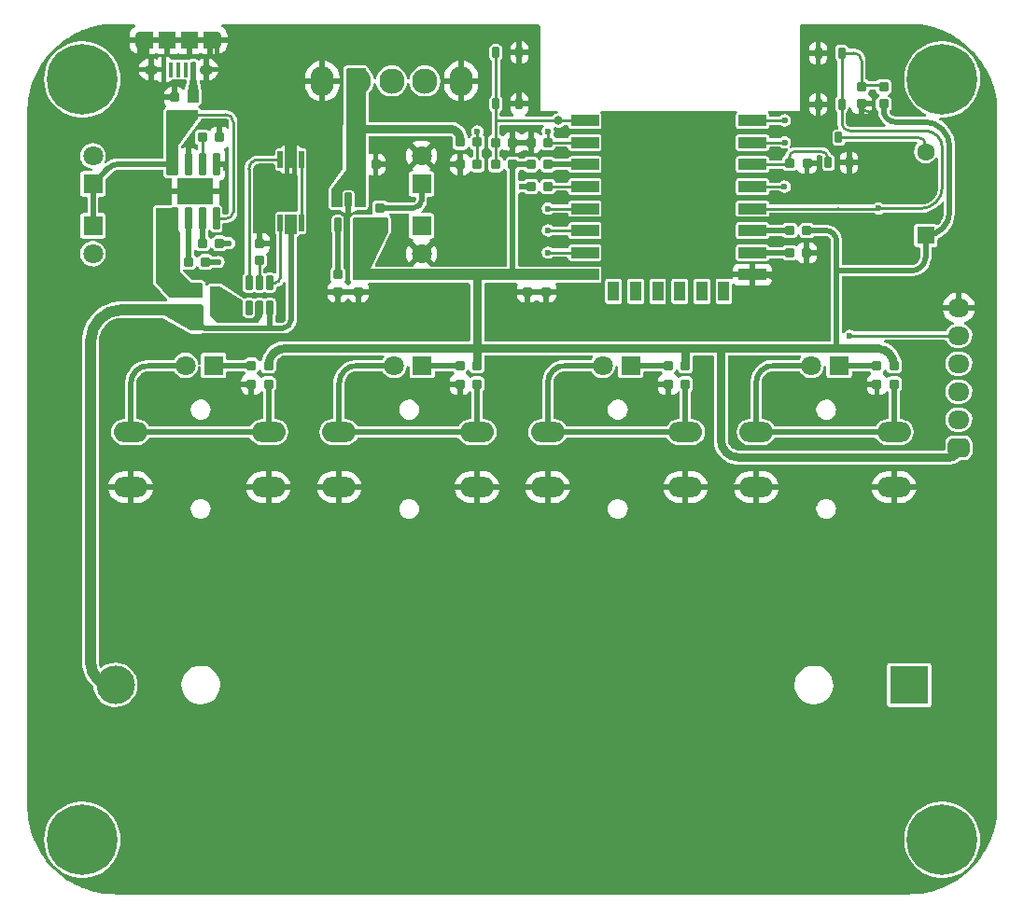
<source format=gtl>
G04 #@! TF.GenerationSoftware,KiCad,Pcbnew,7.0.5*
G04 #@! TF.CreationDate,2023-09-08T12:24:19+07:00*
G04 #@! TF.ProjectId,Node_Vote,4e6f6465-5f56-46f7-9465-2e6b69636164,rev?*
G04 #@! TF.SameCoordinates,Original*
G04 #@! TF.FileFunction,Copper,L1,Top*
G04 #@! TF.FilePolarity,Positive*
%FSLAX46Y46*%
G04 Gerber Fmt 4.6, Leading zero omitted, Abs format (unit mm)*
G04 Created by KiCad (PCBNEW 7.0.5) date 2023-09-08 12:24:19*
%MOMM*%
%LPD*%
G01*
G04 APERTURE LIST*
G04 Aperture macros list*
%AMRoundRect*
0 Rectangle with rounded corners*
0 $1 Rounding radius*
0 $2 $3 $4 $5 $6 $7 $8 $9 X,Y pos of 4 corners*
0 Add a 4 corners polygon primitive as box body*
4,1,4,$2,$3,$4,$5,$6,$7,$8,$9,$2,$3,0*
0 Add four circle primitives for the rounded corners*
1,1,$1+$1,$2,$3*
1,1,$1+$1,$4,$5*
1,1,$1+$1,$6,$7*
1,1,$1+$1,$8,$9*
0 Add four rect primitives between the rounded corners*
20,1,$1+$1,$2,$3,$4,$5,0*
20,1,$1+$1,$4,$5,$6,$7,0*
20,1,$1+$1,$6,$7,$8,$9,0*
20,1,$1+$1,$8,$9,$2,$3,0*%
G04 Aperture macros list end*
G04 #@! TA.AperFunction,SMDPad,CuDef*
%ADD10RoundRect,0.127500X0.297500X0.322500X-0.297500X0.322500X-0.297500X-0.322500X0.297500X-0.322500X0*%
G04 #@! TD*
G04 #@! TA.AperFunction,SMDPad,CuDef*
%ADD11RoundRect,0.127500X-0.297500X-0.322500X0.297500X-0.322500X0.297500X0.322500X-0.297500X0.322500X0*%
G04 #@! TD*
G04 #@! TA.AperFunction,SMDPad,CuDef*
%ADD12RoundRect,0.162500X-0.162500X0.362500X-0.162500X-0.362500X0.162500X-0.362500X0.162500X0.362500X0*%
G04 #@! TD*
G04 #@! TA.AperFunction,SMDPad,CuDef*
%ADD13RoundRect,0.090000X-0.210000X0.560000X-0.210000X-0.560000X0.210000X-0.560000X0.210000X0.560000X0*%
G04 #@! TD*
G04 #@! TA.AperFunction,SMDPad,CuDef*
%ADD14RoundRect,0.127500X-0.322500X0.297500X-0.322500X-0.297500X0.322500X-0.297500X0.322500X0.297500X0*%
G04 #@! TD*
G04 #@! TA.AperFunction,ComponentPad*
%ADD15RoundRect,0.425000X0.550000X0.425000X-0.550000X0.425000X-0.550000X-0.425000X0.550000X-0.425000X0*%
G04 #@! TD*
G04 #@! TA.AperFunction,ComponentPad*
%ADD16O,1.950000X1.700000*%
G04 #@! TD*
G04 #@! TA.AperFunction,SMDPad,CuDef*
%ADD17RoundRect,0.127500X0.322500X-0.297500X0.322500X0.297500X-0.322500X0.297500X-0.322500X-0.297500X0*%
G04 #@! TD*
G04 #@! TA.AperFunction,SMDPad,CuDef*
%ADD18R,0.400000X1.350000*%
G04 #@! TD*
G04 #@! TA.AperFunction,ComponentPad*
%ADD19O,0.890000X1.550000*%
G04 #@! TD*
G04 #@! TA.AperFunction,SMDPad,CuDef*
%ADD20R,1.200000X1.550000*%
G04 #@! TD*
G04 #@! TA.AperFunction,ComponentPad*
%ADD21O,1.250000X0.950000*%
G04 #@! TD*
G04 #@! TA.AperFunction,SMDPad,CuDef*
%ADD22R,1.500000X1.550000*%
G04 #@! TD*
G04 #@! TA.AperFunction,ComponentPad*
%ADD23C,0.800000*%
G04 #@! TD*
G04 #@! TA.AperFunction,ComponentPad*
%ADD24C,6.400000*%
G04 #@! TD*
G04 #@! TA.AperFunction,ComponentPad*
%ADD25R,3.500000X3.500000*%
G04 #@! TD*
G04 #@! TA.AperFunction,ComponentPad*
%ADD26C,3.500000*%
G04 #@! TD*
G04 #@! TA.AperFunction,ComponentPad*
%ADD27C,2.300000*%
G04 #@! TD*
G04 #@! TA.AperFunction,ComponentPad*
%ADD28O,2.100000X2.700000*%
G04 #@! TD*
G04 #@! TA.AperFunction,SMDPad,CuDef*
%ADD29R,2.500000X1.000000*%
G04 #@! TD*
G04 #@! TA.AperFunction,SMDPad,CuDef*
%ADD30R,1.000000X1.800000*%
G04 #@! TD*
G04 #@! TA.AperFunction,SMDPad,CuDef*
%ADD31RoundRect,0.042000X-0.258000X0.943000X-0.258000X-0.943000X0.258000X-0.943000X0.258000X0.943000X0*%
G04 #@! TD*
G04 #@! TA.AperFunction,SMDPad,CuDef*
%ADD32R,3.302000X2.413000*%
G04 #@! TD*
G04 #@! TA.AperFunction,SMDPad,CuDef*
%ADD33RoundRect,0.090000X0.210000X-0.410000X0.210000X0.410000X-0.210000X0.410000X-0.210000X-0.410000X0*%
G04 #@! TD*
G04 #@! TA.AperFunction,SMDPad,CuDef*
%ADD34RoundRect,0.162500X0.162500X-0.362500X0.162500X0.362500X-0.162500X0.362500X-0.162500X-0.362500X0*%
G04 #@! TD*
G04 #@! TA.AperFunction,SMDPad,CuDef*
%ADD35RoundRect,0.020000X-0.180000X0.760000X-0.180000X-0.760000X0.180000X-0.760000X0.180000X0.760000X0*%
G04 #@! TD*
G04 #@! TA.AperFunction,ComponentPad*
%ADD36R,1.600000X1.600000*%
G04 #@! TD*
G04 #@! TA.AperFunction,ComponentPad*
%ADD37C,1.600000*%
G04 #@! TD*
G04 #@! TA.AperFunction,ComponentPad*
%ADD38R,1.800000X1.800000*%
G04 #@! TD*
G04 #@! TA.AperFunction,ComponentPad*
%ADD39C,1.800000*%
G04 #@! TD*
G04 #@! TA.AperFunction,ComponentPad*
%ADD40O,3.048000X1.850000*%
G04 #@! TD*
G04 #@! TA.AperFunction,ViaPad*
%ADD41C,0.600000*%
G04 #@! TD*
G04 #@! TA.AperFunction,ViaPad*
%ADD42C,0.800000*%
G04 #@! TD*
G04 #@! TA.AperFunction,ViaPad*
%ADD43C,1.000000*%
G04 #@! TD*
G04 #@! TA.AperFunction,Conductor*
%ADD44C,0.500000*%
G04 #@! TD*
G04 #@! TA.AperFunction,Conductor*
%ADD45C,1.000000*%
G04 #@! TD*
G04 #@! TA.AperFunction,Conductor*
%ADD46C,0.800000*%
G04 #@! TD*
G04 #@! TA.AperFunction,Conductor*
%ADD47C,0.250000*%
G04 #@! TD*
G04 APERTURE END LIST*
D10*
X70727885Y-18755037D03*
X69177885Y-18755037D03*
D11*
X45694000Y-10767537D03*
X47244000Y-10767537D03*
D12*
X73898000Y-2642537D03*
X73898000Y-7292537D03*
X71748000Y-2642537D03*
X71748000Y-7292537D03*
D13*
X22019000Y-23501745D03*
X21069000Y-23501745D03*
X20119000Y-23501745D03*
X20119000Y-25776745D03*
X21069000Y-25776745D03*
X22019000Y-25776745D03*
D10*
X78631167Y-31000000D03*
X77081167Y-31000000D03*
X78631167Y-32700000D03*
X77081167Y-32700000D03*
D14*
X15020000Y-6675000D03*
X15020000Y-8225000D03*
D10*
X16184000Y-21600000D03*
X14634000Y-21600000D03*
D14*
X32019000Y-16700000D03*
X32019000Y-18250000D03*
D11*
X69183000Y-12655037D03*
X70733000Y-12655037D03*
D15*
X84500000Y-38455037D03*
D16*
X84500000Y-35915037D03*
X84500000Y-33375037D03*
X84500000Y-30835037D03*
X84500000Y-28295037D03*
X84500000Y-25755037D03*
D14*
X47069000Y-22767537D03*
X47069000Y-24317537D03*
D17*
X21069000Y-21475000D03*
X21069000Y-19925000D03*
D10*
X17454000Y-19900000D03*
X15904000Y-19900000D03*
X17005000Y-25948963D03*
X15455000Y-25948963D03*
D14*
X45369000Y-22767537D03*
X45369000Y-24317537D03*
D13*
X30069000Y-15975000D03*
X29119000Y-15975000D03*
X28169000Y-15975000D03*
X28169000Y-18250000D03*
X30069000Y-18250000D03*
D14*
X28169000Y-22767537D03*
X28169000Y-24317537D03*
D18*
X15019000Y-4150000D03*
X14369000Y-4150000D03*
X13719000Y-4150000D03*
X13069000Y-4150000D03*
X12419000Y-4150000D03*
D19*
X17219000Y-1450000D03*
D20*
X16619000Y-1450000D03*
D21*
X16219000Y-4150000D03*
D22*
X14719000Y-1450000D03*
X12719000Y-1450000D03*
D21*
X11219000Y-4150000D03*
D20*
X10819000Y-1450000D03*
D19*
X10219000Y-1450000D03*
D23*
X2600000Y-74055037D03*
X3302944Y-72357981D03*
X3302944Y-75752093D03*
X5000000Y-71655037D03*
D24*
X5000000Y-74055037D03*
D23*
X5000000Y-76455037D03*
X6697056Y-72357981D03*
X6697056Y-75752093D03*
X7400000Y-74055037D03*
D10*
X40844000Y-12767537D03*
X39294000Y-12767537D03*
D11*
X45694000Y-12767537D03*
X47244000Y-12767537D03*
D23*
X80600000Y-5055037D03*
X81302944Y-3357981D03*
X81302944Y-6752093D03*
X83000000Y-2655037D03*
D24*
X83000000Y-5055037D03*
D23*
X83000000Y-7455037D03*
X84697056Y-3357981D03*
X84697056Y-6752093D03*
X85400000Y-5055037D03*
D10*
X59717055Y-32700000D03*
X58167055Y-32700000D03*
D14*
X30069000Y-22767537D03*
X30069000Y-24317537D03*
D23*
X2600000Y-5055037D03*
X3302944Y-3357981D03*
X3302944Y-6752093D03*
X5000000Y-2655037D03*
D24*
X5000000Y-5055037D03*
D23*
X5000000Y-7455037D03*
X6697056Y-3357981D03*
X6697056Y-6752093D03*
X7400000Y-5055037D03*
D25*
X80000000Y-60000000D03*
D26*
X8000000Y-60000000D03*
D27*
X30069000Y-5200000D03*
X33069000Y-5200000D03*
X36069000Y-5200000D03*
D28*
X26769000Y-5200000D03*
X39369000Y-5200000D03*
D23*
X80600000Y-74055037D03*
X81302944Y-72357981D03*
X81302944Y-75752093D03*
X83000000Y-71655037D03*
D24*
X83000000Y-74055037D03*
D23*
X83000000Y-76455037D03*
X84697056Y-72357981D03*
X84697056Y-75752093D03*
X85400000Y-74055037D03*
D17*
X77685000Y-7275000D03*
X77685000Y-5725000D03*
D29*
X50593000Y-8767537D03*
X50593000Y-10767537D03*
X50593000Y-12767537D03*
X50593000Y-14767537D03*
X50593000Y-16767537D03*
X50593000Y-18767537D03*
X50593000Y-20767537D03*
X50593000Y-22767537D03*
D30*
X53193000Y-24267537D03*
X55193000Y-24267537D03*
X57193000Y-24267537D03*
X59193000Y-24267537D03*
X61193000Y-24267537D03*
X63193000Y-24267537D03*
D29*
X65793000Y-22767537D03*
X65793000Y-20767537D03*
X65793000Y-18767537D03*
X65793000Y-16767537D03*
X65793000Y-14767537D03*
X65793000Y-12767537D03*
X65793000Y-10767537D03*
X65793000Y-8767537D03*
D14*
X13364000Y-24398963D03*
X13364000Y-25948963D03*
D10*
X40802944Y-32700000D03*
X39252944Y-32700000D03*
X44049232Y-12767537D03*
X42499232Y-12767537D03*
D31*
X17174000Y-12725000D03*
X15904000Y-12725000D03*
X14634000Y-12725000D03*
X13364000Y-12725000D03*
X13364000Y-17675000D03*
X14634000Y-17675000D03*
X15904000Y-17675000D03*
X17174000Y-17675000D03*
D32*
X15269000Y-15200000D03*
D33*
X72658000Y-12592537D03*
X74558000Y-12592537D03*
X73608000Y-10317537D03*
D14*
X75669000Y-5725000D03*
X75669000Y-7275000D03*
D10*
X17459000Y-10325000D03*
X15909000Y-10325000D03*
D11*
X42499232Y-10767537D03*
X44049232Y-10767537D03*
X15455000Y-24274963D03*
X17005000Y-24274963D03*
D10*
X21888833Y-32700000D03*
X20338833Y-32700000D03*
X59717055Y-31000000D03*
X58167055Y-31000000D03*
D11*
X30069000Y-12767537D03*
X31619000Y-12767537D03*
D10*
X40802944Y-31000000D03*
X39252944Y-31000000D03*
D34*
X42499232Y-7267537D03*
X42499232Y-2617537D03*
X44649232Y-7267537D03*
X44649232Y-2617537D03*
D10*
X47244000Y-14767537D03*
X45694000Y-14767537D03*
X21888833Y-31000000D03*
X20338833Y-31000000D03*
D35*
X24894000Y-12320000D03*
X24244000Y-12320000D03*
X23594000Y-12320000D03*
X22944000Y-12320000D03*
X22944000Y-18080000D03*
X23594000Y-18080000D03*
X24244000Y-18080000D03*
X24894000Y-18080000D03*
D36*
X81500000Y-19200000D03*
D37*
X81500000Y-11600000D03*
D11*
X69162885Y-20787037D03*
X70712885Y-20787037D03*
D14*
X13369000Y-6675000D03*
X13369000Y-8225000D03*
D11*
X39294000Y-10750000D03*
X40844000Y-10750000D03*
D38*
X5969000Y-14525000D03*
D39*
X5969000Y-11985000D03*
D38*
X73646167Y-31000000D03*
D39*
X71106167Y-31000000D03*
D40*
X47217055Y-42055037D03*
X59717055Y-42055037D03*
X47217055Y-37055037D03*
X59717055Y-37055037D03*
D38*
X5969000Y-18325000D03*
D39*
X5969000Y-20865000D03*
D38*
X54732055Y-31000000D03*
D39*
X52192055Y-31000000D03*
D40*
X9388833Y-42055037D03*
X21888833Y-42055037D03*
X9388833Y-37055037D03*
X21888833Y-37055037D03*
D38*
X35817944Y-31000000D03*
D39*
X33277944Y-31000000D03*
D38*
X35769000Y-14525000D03*
D39*
X35769000Y-11985000D03*
D40*
X28302944Y-42055037D03*
X40802944Y-42055037D03*
X28302944Y-37055037D03*
X40802944Y-37055037D03*
D38*
X35769000Y-18325000D03*
D39*
X35769000Y-20865000D03*
D40*
X66131167Y-42055037D03*
X78631167Y-42055037D03*
X66131167Y-37055037D03*
X78631167Y-37055037D03*
D38*
X16903833Y-31000000D03*
D39*
X14363833Y-31000000D03*
D41*
X48919000Y-24880037D03*
X43419000Y-24106716D03*
X68208000Y-24055037D03*
X67569000Y-33425000D03*
X48444000Y-34600000D03*
X49894000Y-34600000D03*
X43419000Y-25650000D03*
X30169000Y-25450000D03*
X70519000Y-3100000D03*
X31619000Y-11550000D03*
X29719000Y-33425000D03*
X18023500Y-13050000D03*
X48919000Y-24106716D03*
X27019000Y-25450000D03*
X29719000Y-34150000D03*
X46069000Y-3100000D03*
X27019000Y-24000000D03*
X45785666Y-25650000D03*
X12819000Y-15225000D03*
X29719000Y-32700000D03*
X10869000Y-34150000D03*
X28069000Y-25450000D03*
X10869000Y-33425000D03*
X17669000Y-9050000D03*
X29119000Y-25450000D03*
X31219000Y-24725000D03*
X29119000Y-17102500D03*
X43419000Y-11750000D03*
X27019000Y-24725000D03*
X47419000Y-25650000D03*
X67569000Y-32700000D03*
X49169000Y-34600000D03*
X14719000Y-10850000D03*
X12079037Y-6657000D03*
X21069000Y-18550000D03*
X23583000Y-10397500D03*
X16419000Y-9050000D03*
X31219000Y-24000000D03*
X46602332Y-25650000D03*
X48919000Y-25650000D03*
X10869000Y-32700000D03*
X67569000Y-34150000D03*
X43419000Y-24880037D03*
X45169000Y-11750000D03*
X44969000Y-25650000D03*
X31219000Y-25450000D03*
X76669000Y-8050000D03*
X47244000Y-16767537D03*
X68694974Y-14774026D03*
X47244000Y-18760037D03*
X47244000Y-20760037D03*
D42*
X48208000Y-8767537D03*
D41*
X74608000Y-28295037D03*
X77216574Y-16755037D03*
X47244000Y-9750000D03*
X40844000Y-9750000D03*
X68708000Y-10755037D03*
X68708000Y-8767537D03*
D43*
X12219000Y-22950000D03*
X13364000Y-22950000D03*
D41*
X17369000Y-21600000D03*
X18319000Y-19900000D03*
X44848732Y-14767537D03*
D44*
X30069000Y-15975000D02*
X30069000Y-12767537D01*
D45*
X30069000Y-9550000D02*
X30069000Y-12767537D01*
D46*
X38353209Y-9550000D02*
X30069000Y-9550000D01*
X39294000Y-10750000D02*
X39294000Y-10490791D01*
D45*
X30069000Y-5200000D02*
X30069000Y-9550000D01*
D46*
X39294000Y-10490791D02*
G75*
G03*
X38353209Y-9550000I-940800J-9D01*
G01*
D47*
X44049232Y-10767537D02*
X44049232Y-11119768D01*
X15269000Y-15200000D02*
X12844000Y-15200000D01*
X47069000Y-24317537D02*
X47069000Y-25183332D01*
X31619000Y-12767537D02*
X31619000Y-11550000D01*
X45369000Y-24317537D02*
X45369000Y-25233334D01*
X23583000Y-10397500D02*
X23583000Y-12309000D01*
X44658000Y-2617537D02*
X44658000Y-7267537D01*
X45694000Y-10767537D02*
X45694000Y-11225000D01*
X44658000Y-2617537D02*
X45586537Y-2617537D01*
X71748000Y-2642537D02*
X71748000Y-7292537D01*
X29119000Y-15975000D02*
X29119000Y-17102500D01*
X28169000Y-24317537D02*
X28169000Y-25350000D01*
X23583000Y-12309000D02*
X23594000Y-12320000D01*
X21069000Y-19925000D02*
X21069000Y-18550000D01*
X71748000Y-2642537D02*
X70976463Y-2642537D01*
D44*
X65793000Y-22767537D02*
X66920500Y-22767537D01*
D47*
X76444000Y-8050000D02*
X76669000Y-8050000D01*
X17174000Y-12725000D02*
X17698500Y-12725000D01*
X30069000Y-24317537D02*
X30069000Y-25350000D01*
X13369000Y-6675000D02*
X12122492Y-6675000D01*
D44*
X17459000Y-9260000D02*
X17459000Y-10325000D01*
D47*
X14634000Y-12725000D02*
X14634000Y-10935000D01*
X45169000Y-11750000D02*
G75*
G03*
X45694000Y-11225000I0J525000D01*
G01*
X70976463Y-2642500D02*
G75*
G03*
X70519000Y-3100000I37J-457500D01*
G01*
X18023500Y-13050000D02*
G75*
G03*
X17698500Y-12725000I-325000J0D01*
G01*
X12844000Y-15200000D02*
G75*
G03*
X12819000Y-15225000I0J-25000D01*
G01*
X45369000Y-25233334D02*
G75*
G03*
X45785666Y-25650000I416700J34D01*
G01*
X30069000Y-25350000D02*
G75*
G03*
X30169000Y-25450000I100000J0D01*
G01*
D44*
X68207963Y-24055037D02*
G75*
G03*
X66920500Y-22767537I-1287463J37D01*
G01*
D47*
X43419000Y-11750032D02*
G75*
G03*
X44049232Y-11119768I0J630232D01*
G01*
X14719000Y-10850000D02*
G75*
G03*
X14634000Y-10935000I0J-85000D01*
G01*
X28069000Y-25450000D02*
G75*
G03*
X28169000Y-25350000I0J100000D01*
G01*
D44*
X17669000Y-9050000D02*
G75*
G03*
X17459000Y-9260000I0J-210000D01*
G01*
D47*
X75669000Y-7275000D02*
G75*
G03*
X76444000Y-8050000I775000J0D01*
G01*
X46602332Y-25650000D02*
G75*
G03*
X47069000Y-25183332I-32J466700D01*
G01*
X46068963Y-3100000D02*
G75*
G03*
X45586537Y-2617537I-482463J0D01*
G01*
D44*
X40802944Y-32700000D02*
X40802944Y-37055037D01*
D47*
X50593000Y-16767537D02*
X47244000Y-16767537D01*
D44*
X33277944Y-31000000D02*
X29908934Y-30999970D01*
X28302944Y-37055037D02*
X40802944Y-37055037D01*
X28302944Y-37055037D02*
X28302944Y-32605946D01*
X29908934Y-30999974D02*
G75*
G03*
X28302944Y-32605946I-14J-1605976D01*
G01*
X21888833Y-32700000D02*
X21888833Y-37055037D01*
D47*
X65793000Y-14767537D02*
X68688485Y-14767537D01*
D44*
X14363833Y-31000000D02*
X11055385Y-30999978D01*
X9388833Y-32666519D02*
X9388833Y-37055037D01*
X9388833Y-37055037D02*
X21888833Y-37055037D01*
X11055385Y-30999983D02*
G75*
G03*
X9388833Y-32666519I-15J-1666537D01*
G01*
D47*
X68694963Y-14774026D02*
G75*
G03*
X68688485Y-14767537I-6463J26D01*
G01*
D44*
X47217055Y-37055037D02*
X47217055Y-32594057D01*
D47*
X50593000Y-18767537D02*
X47251500Y-18767537D01*
D44*
X47217055Y-37055037D02*
X59717055Y-37055037D01*
X59717055Y-32700000D02*
X59717055Y-37055037D01*
X52192055Y-31000000D02*
X48811067Y-31000031D01*
X48811067Y-31000035D02*
G75*
G03*
X47217055Y-32594057I13J-1594025D01*
G01*
D47*
X47243963Y-18760037D02*
G75*
G03*
X47251500Y-18767537I7537J37D01*
G01*
D44*
X71106167Y-31000000D02*
X67691324Y-31000023D01*
X66131167Y-37055037D02*
X78631167Y-37055037D01*
D47*
X50593000Y-20767537D02*
X47251500Y-20767537D01*
D44*
X66131167Y-37055037D02*
X66131167Y-32560190D01*
X78631167Y-32700000D02*
X78631167Y-37055037D01*
D47*
X47243963Y-20760037D02*
G75*
G03*
X47251500Y-20767537I7537J37D01*
G01*
D44*
X67691324Y-31000067D02*
G75*
G03*
X66131167Y-32560190I-24J-1560133D01*
G01*
D47*
X18698000Y-17039229D02*
X18698000Y-8925573D01*
D44*
X13369000Y-10600000D02*
X13369000Y-12720000D01*
X5969000Y-14525000D02*
X7379515Y-13114485D01*
X13369000Y-8225000D02*
X15020000Y-8225000D01*
X8319816Y-12725000D02*
X13364000Y-12725000D01*
D47*
X17174000Y-17675000D02*
X18062229Y-17675000D01*
D44*
X13369000Y-8225000D02*
X13369000Y-10600000D01*
X5969000Y-14525000D02*
X5969000Y-18325000D01*
D47*
X15020000Y-8225000D02*
X17997427Y-8225000D01*
X18062229Y-17675000D02*
G75*
G03*
X18698000Y-17039229I-29J635800D01*
G01*
D44*
X8319816Y-12725015D02*
G75*
G03*
X7379515Y-13114485I-16J-1329785D01*
G01*
D47*
X18698000Y-8925573D02*
G75*
G03*
X17997427Y-8225000I-700600J-27D01*
G01*
D44*
X14634000Y-17675000D02*
X14634000Y-21600000D01*
X15904000Y-17675000D02*
X15904000Y-19900000D01*
D47*
X48208000Y-8767537D02*
X42516769Y-8767537D01*
X42499232Y-7267537D02*
X42499232Y-8750000D01*
X42508000Y-2617537D02*
X42508000Y-7267537D01*
X50593000Y-8767537D02*
X48208000Y-8767537D01*
X42499232Y-8750000D02*
X42499232Y-10767537D01*
X42499232Y-12767537D02*
X42499232Y-10767537D01*
X84500000Y-28295037D02*
X74608000Y-28295037D01*
X42499263Y-8750000D02*
G75*
G03*
X42516769Y-8767537I17537J0D01*
G01*
X73595500Y-16767537D02*
X65793000Y-16767537D01*
X77208000Y-16763611D02*
X73608332Y-16763611D01*
X77216574Y-16755037D02*
X77208000Y-16763611D01*
X73898000Y-2642537D02*
X74985555Y-2642537D01*
X83008000Y-14815500D02*
X83008000Y-11268590D01*
X77216574Y-16755037D02*
X81068463Y-16755037D01*
X73898000Y-2642537D02*
X73898000Y-7292537D01*
X75669000Y-5725000D02*
X75669000Y-3325982D01*
X73898000Y-7292537D02*
X73898000Y-9012786D01*
X81439410Y-9700000D02*
X74585214Y-9700000D01*
X75669000Y-5575000D02*
X77684200Y-5575000D01*
X81068463Y-16755000D02*
G75*
G03*
X83008000Y-14815500I37J1939500D01*
G01*
X83008000Y-11268590D02*
G75*
G03*
X81439410Y-9700000I-1568600J-10D01*
G01*
X77685000Y-5575800D02*
G75*
G03*
X77684200Y-5575000I-800J0D01*
G01*
X75669063Y-3325982D02*
G75*
G03*
X74985555Y-2642537I-683463J-18D01*
G01*
X73595499Y-16767534D02*
G75*
G03*
X73608332Y-16763610I-14399J70034D01*
G01*
X73898000Y-9012786D02*
G75*
G03*
X74585214Y-9700000I687200J-14D01*
G01*
D44*
X28169000Y-18250000D02*
X28169000Y-22767537D01*
D47*
X72658000Y-12592537D02*
X72658000Y-12268466D01*
X65793000Y-12767537D02*
X69015500Y-12767537D01*
X69128000Y-12655037D02*
X69128000Y-12135037D01*
X69708000Y-11555037D02*
X71944569Y-11555037D01*
X69015500Y-12767500D02*
G75*
G03*
X69128000Y-12655037I0J112500D01*
G01*
X69708000Y-11555000D02*
G75*
G03*
X69128000Y-12135037I0J-580000D01*
G01*
X72658063Y-12268466D02*
G75*
G03*
X71944569Y-11555037I-713463J-34D01*
G01*
D46*
X59717055Y-31000000D02*
X59717055Y-29451945D01*
D44*
X80214787Y-22400000D02*
X73408000Y-22400000D01*
D46*
X62919000Y-29450000D02*
X73369000Y-29450000D01*
D44*
X81498528Y-19201472D02*
X81498528Y-21215820D01*
D46*
X23438833Y-29450000D02*
X40819000Y-29450000D01*
D44*
X78719000Y-8900000D02*
X81410801Y-8900000D01*
D46*
X59719000Y-29450000D02*
X62919000Y-29450000D01*
X40819000Y-29450000D02*
X59719000Y-29450000D01*
D44*
X73408000Y-22400000D02*
X73408000Y-19722044D01*
D45*
X45369000Y-22767537D02*
X47069000Y-22767537D01*
X44019000Y-22767537D02*
X40819000Y-22767537D01*
D44*
X81500000Y-19200000D02*
X81498528Y-19201472D01*
X77685000Y-7275000D02*
X77685000Y-7866000D01*
X44049232Y-12767537D02*
X44049232Y-22737305D01*
D45*
X44019000Y-22767537D02*
X45369000Y-22767537D01*
D44*
X30069000Y-18250000D02*
X32019000Y-18250000D01*
D45*
X40819000Y-22767537D02*
X38869000Y-22767537D01*
D44*
X30069000Y-18250000D02*
X30069000Y-22767537D01*
X73408000Y-22400000D02*
X73408000Y-29411000D01*
X83669000Y-11158199D02*
X83669000Y-17031000D01*
D45*
X47069000Y-22767537D02*
X50593000Y-22767537D01*
D46*
X62919000Y-37750000D02*
X62919000Y-29450000D01*
D44*
X72440992Y-18755036D02*
X70782886Y-18755036D01*
D46*
X40819000Y-29450000D02*
X40819000Y-22767537D01*
X83605037Y-39350000D02*
X64519000Y-39350000D01*
D45*
X38869000Y-22767537D02*
X30069000Y-22767537D01*
D46*
X73369000Y-29450000D02*
X77081167Y-29450000D01*
X40802944Y-31000000D02*
X40802944Y-29466056D01*
D44*
X44049232Y-12767537D02*
X45694000Y-12767537D01*
X73369000Y-29450000D02*
G75*
G03*
X73408000Y-29411000I0J39000D01*
G01*
X44019000Y-22767532D02*
G75*
G03*
X44049232Y-22737305I0J30232D01*
G01*
X83669000Y-11158199D02*
G75*
G03*
X81410801Y-8900000I-2258200J-1D01*
G01*
D46*
X78631200Y-31000000D02*
G75*
G03*
X77081167Y-29450000I-1550000J0D01*
G01*
D44*
X73407964Y-19722044D02*
G75*
G03*
X72440992Y-18755036I-966964J44D01*
G01*
D46*
X59719000Y-29449955D02*
G75*
G03*
X59717056Y-29451945I0J-1945D01*
G01*
X83605037Y-39350000D02*
G75*
G03*
X84500000Y-38455037I-37J895000D01*
G01*
D44*
X81500000Y-19200000D02*
G75*
G03*
X83669000Y-17031000I0J2169000D01*
G01*
X80214787Y-22399966D02*
G75*
G03*
X81498527Y-21215820I-1787J1289866D01*
G01*
X77685000Y-7866000D02*
G75*
G03*
X78719000Y-8900000I1034000J0D01*
G01*
D46*
X62919000Y-37750000D02*
G75*
G03*
X64519000Y-39350000I1600000J0D01*
G01*
X23438833Y-29450033D02*
G75*
G03*
X21888833Y-31000000I-33J-1549967D01*
G01*
D47*
X15019000Y-4150000D02*
X15019000Y-6674000D01*
X15019000Y-6674000D02*
G75*
G03*
X15020000Y-6675000I1000J0D01*
G01*
X17005000Y-25948963D02*
X17005000Y-24274963D01*
X17005000Y-25948963D02*
X17004980Y-26444675D01*
X21069000Y-26403823D02*
X21069000Y-25776745D01*
X17410288Y-26850000D02*
X20622823Y-26850000D01*
X20622823Y-26850000D02*
G75*
G03*
X21069000Y-26403823I-23J446200D01*
G01*
X17005000Y-26444675D02*
G75*
G03*
X17410288Y-26850000I405300J-25D01*
G01*
D44*
X65793000Y-18767537D02*
X69120385Y-18767537D01*
X69120385Y-18767485D02*
G75*
G03*
X69132885Y-18755037I15J12485D01*
G01*
X47244000Y-12767537D02*
X50593000Y-12767537D01*
X65793000Y-20767537D02*
X69088385Y-20767537D01*
X69107863Y-20787037D02*
G75*
G03*
X69088385Y-20767537I-19463J37D01*
G01*
D47*
X47244000Y-14767537D02*
X50593000Y-14767537D01*
D44*
X16903833Y-31000000D02*
X20338833Y-31000000D01*
D47*
X40844000Y-10750000D02*
X40844000Y-9750000D01*
X40844000Y-10750000D02*
X40844000Y-12767537D01*
X47244000Y-10767537D02*
X50593000Y-10767537D01*
X47244000Y-10767537D02*
X47244000Y-9750000D01*
X65793000Y-10767537D02*
X68695500Y-10767537D01*
X68695500Y-10767500D02*
G75*
G03*
X68708000Y-10755037I0J12500D01*
G01*
X65793000Y-8767537D02*
X68708000Y-8767537D01*
D44*
X15455000Y-24274963D02*
X13488000Y-24274963D01*
X13364000Y-17675000D02*
X13364000Y-22900000D01*
X13364000Y-24398963D02*
X13364000Y-22900000D01*
X13488000Y-24275000D02*
G75*
G03*
X13364000Y-24398963I0J-124000D01*
G01*
D47*
X24894000Y-18080000D02*
X24894000Y-12320000D01*
X21069000Y-21475000D02*
X21069000Y-23501745D01*
X20119000Y-13188281D02*
X20119000Y-23501745D01*
X22944000Y-12320000D02*
X20987281Y-12320000D01*
X20987281Y-12320000D02*
G75*
G03*
X20119000Y-13188281I19J-868300D01*
G01*
X22944000Y-18080000D02*
X22944000Y-23030836D01*
X22019000Y-23501745D02*
X22473091Y-23501745D01*
X22473091Y-23501700D02*
G75*
G03*
X22944000Y-23030836I9J470900D01*
G01*
D44*
X16184000Y-21600000D02*
X17369000Y-21600000D01*
X35817944Y-31000000D02*
X39252944Y-31000000D01*
X54732055Y-31000000D02*
X58167055Y-31000000D01*
D47*
X15909000Y-10469686D02*
X15909000Y-10325000D01*
X15903843Y-10474843D02*
X15909000Y-10469686D01*
X15904000Y-12725000D02*
X15904000Y-10480000D01*
X15903980Y-10479993D02*
G75*
G03*
X15903842Y-10474843I-6880J2393D01*
G01*
X81500000Y-11600000D02*
X81500000Y-10979666D01*
X73608000Y-10317537D02*
X80837871Y-10317537D01*
X81500063Y-10979666D02*
G75*
G03*
X80837871Y-10317537I-662163J-34D01*
G01*
D45*
X8000000Y-60000000D02*
X7740235Y-60000000D01*
X5769000Y-58028765D02*
X5769000Y-28750930D01*
D44*
X23922000Y-18080000D02*
X23922000Y-26883560D01*
X15455000Y-25948963D02*
X15455000Y-26990441D01*
D45*
X13364000Y-25948963D02*
X8570967Y-25948963D01*
D47*
X23594000Y-18080000D02*
X24244000Y-18080000D01*
D44*
X22019000Y-25776745D02*
X22019000Y-27550000D01*
X16064559Y-27600000D02*
X22069000Y-27600000D01*
X22069000Y-27600000D02*
X23205560Y-27600000D01*
D45*
X13364000Y-25948963D02*
X15455000Y-25948963D01*
D44*
X22019000Y-27550000D02*
G75*
G03*
X22069000Y-27600000I50000J0D01*
G01*
D45*
X5769000Y-58028765D02*
G75*
G03*
X7740235Y-60000000I1971230J-5D01*
G01*
D44*
X23205560Y-27600000D02*
G75*
G03*
X23922000Y-26883560I40J716400D01*
G01*
X15455000Y-26990441D02*
G75*
G03*
X16064559Y-27600000I609560J1D01*
G01*
D45*
X8570967Y-25948960D02*
G75*
G03*
X5769000Y-28750930I3J-2801970D01*
G01*
D44*
X17454000Y-19900000D02*
X18319000Y-19900000D01*
X35769000Y-14525000D02*
X35769000Y-16005733D01*
X32019000Y-16700000D02*
X35074733Y-16700000D01*
X35074733Y-16700000D02*
G75*
G03*
X35769000Y-16005733I-33J694300D01*
G01*
X73646167Y-31000000D02*
X77081167Y-31000000D01*
X44848732Y-14767537D02*
X45694000Y-14767537D01*
G04 #@! TA.AperFunction,Conductor*
G36*
X24396681Y-17335319D02*
G01*
X24433000Y-17423000D01*
X24433000Y-18975000D01*
X24396681Y-19062681D01*
X24309000Y-19099000D01*
X23507000Y-19099000D01*
X23419319Y-19062681D01*
X23383000Y-18975000D01*
X23383000Y-18936665D01*
X23385383Y-18912472D01*
X23394500Y-18866640D01*
X23394500Y-17423000D01*
X23430819Y-17335319D01*
X23518500Y-17299000D01*
X24309000Y-17299000D01*
X24396681Y-17335319D01*
G37*
G04 #@! TD.AperFunction*
G04 #@! TA.AperFunction,Conductor*
G36*
X17449236Y-23818985D02*
G01*
X17616481Y-23924000D01*
X19510439Y-25113229D01*
X19565382Y-25190613D01*
X19568500Y-25218243D01*
X19568500Y-26370278D01*
X19588256Y-26469603D01*
X19588257Y-26469605D01*
X19630661Y-26533066D01*
X19663513Y-26582232D01*
X19776143Y-26657489D01*
X19776144Y-26657489D01*
X19776145Y-26657490D01*
X19835626Y-26669321D01*
X19875463Y-26677245D01*
X20362536Y-26677244D01*
X20461857Y-26657489D01*
X20574487Y-26582232D01*
X20649744Y-26469602D01*
X20651920Y-26458666D01*
X20669499Y-26370286D01*
X20669500Y-26370282D01*
X20669499Y-25273999D01*
X20705818Y-25186319D01*
X20793499Y-25150000D01*
X21245000Y-25150000D01*
X21332681Y-25186319D01*
X21369000Y-25274000D01*
X21369000Y-26458666D01*
X21344200Y-26533066D01*
X20956575Y-27049900D01*
X20874911Y-27098254D01*
X20857375Y-27099500D01*
X17225603Y-27099500D01*
X17137922Y-27063181D01*
X17131455Y-27056198D01*
X17126057Y-27049900D01*
X16598850Y-26434825D01*
X16569000Y-26354131D01*
X16569000Y-23923999D01*
X16605319Y-23836319D01*
X16693000Y-23800000D01*
X17383298Y-23800000D01*
X17449236Y-23818985D01*
G37*
G04 #@! TD.AperFunction*
G04 #@! TA.AperFunction,Conductor*
G36*
X30691500Y-6227498D02*
G01*
X30691500Y-6227499D01*
X30691500Y-16524463D01*
X30655181Y-16612144D01*
X30567500Y-16648463D01*
X29793500Y-16648463D01*
X29705819Y-16612144D01*
X29669500Y-16524463D01*
X29669499Y-15381466D01*
X29669499Y-15381464D01*
X29649744Y-15282143D01*
X29649743Y-15282141D01*
X29649742Y-15282139D01*
X29619476Y-15236844D01*
X29574487Y-15169513D01*
X29461857Y-15094256D01*
X29461856Y-15094255D01*
X29461855Y-15094255D01*
X29461854Y-15094254D01*
X29362539Y-15074500D01*
X28875465Y-15074500D01*
X28776141Y-15094256D01*
X28776139Y-15094257D01*
X28663513Y-15169513D01*
X28588255Y-15282144D01*
X28588254Y-15282145D01*
X28568500Y-15381458D01*
X28568500Y-15381460D01*
X28568501Y-16524463D01*
X28532182Y-16612144D01*
X28444501Y-16648463D01*
X27693000Y-16648463D01*
X27605319Y-16612144D01*
X27569000Y-16524463D01*
X27569000Y-15061817D01*
X27594187Y-14986904D01*
X28911013Y-13250000D01*
X28926271Y-4172255D01*
X28962738Y-4084634D01*
X29050272Y-4048463D01*
X30691500Y-4048463D01*
X30691500Y-6227498D01*
G37*
G04 #@! TD.AperFunction*
G04 #@! TA.AperFunction,Conductor*
G36*
X15482681Y-7836319D02*
G01*
X15519000Y-7924000D01*
X15519000Y-8509109D01*
X15494676Y-8582870D01*
X13669000Y-11049999D01*
X13669000Y-13626000D01*
X13632681Y-13713681D01*
X13545000Y-13750000D01*
X12743000Y-13750000D01*
X12655319Y-13713681D01*
X12619000Y-13626000D01*
X12619000Y-7924000D01*
X12655319Y-7836319D01*
X12743000Y-7800000D01*
X15395000Y-7800000D01*
X15482681Y-7836319D01*
G37*
G04 #@! TD.AperFunction*
G04 #@! TA.AperFunction,Conductor*
G36*
X24433000Y-13099000D02*
G01*
X23394500Y-13099000D01*
X23394500Y-11533357D01*
X23394499Y-11533355D01*
X23383000Y-11475544D01*
X23383000Y-11049000D01*
X24433000Y-11049000D01*
X24433000Y-13099000D01*
G37*
G04 #@! TD.AperFunction*
G04 #@! TA.AperFunction,Conductor*
G36*
X32684233Y-17586319D02*
G01*
X32720541Y-17672438D01*
X32726959Y-18182061D01*
X32735624Y-18870160D01*
X32722758Y-18926743D01*
X30603154Y-23207522D01*
X30531700Y-23269983D01*
X30492030Y-23276500D01*
X29693000Y-23276500D01*
X29605319Y-23240181D01*
X29569000Y-23152500D01*
X29569000Y-17674000D01*
X29605319Y-17586319D01*
X29693000Y-17550000D01*
X32596552Y-17550000D01*
X32684233Y-17586319D01*
G37*
G04 #@! TD.AperFunction*
G04 #@! TA.AperFunction,Conductor*
G36*
X15296220Y-3486319D02*
G01*
X15332539Y-3574000D01*
X15332538Y-3574539D01*
X15326772Y-4900000D01*
X15567051Y-6239137D01*
X15569000Y-6261036D01*
X15569000Y-7026000D01*
X15532681Y-7113681D01*
X15445000Y-7150000D01*
X14643000Y-7150000D01*
X14555319Y-7113681D01*
X14519000Y-7026000D01*
X14519000Y-6263610D01*
X14521953Y-6236711D01*
X14819000Y-4899999D01*
X14819000Y-4857795D01*
X14819299Y-4851712D01*
X14819500Y-4849673D01*
X14819500Y-3574000D01*
X14855819Y-3486319D01*
X14943500Y-3450000D01*
X15208539Y-3450000D01*
X15296220Y-3486319D01*
G37*
G04 #@! TD.AperFunction*
G04 #@! TA.AperFunction,Conductor*
G36*
X13632681Y-16736319D02*
G01*
X13669000Y-16824000D01*
X13669000Y-18650000D01*
X13832680Y-18813681D01*
X13868999Y-18901362D01*
X13868999Y-22593180D01*
X13869000Y-22593182D01*
X13869000Y-24850000D01*
X12974519Y-24850000D01*
X12886838Y-24813681D01*
X12882023Y-24808586D01*
X11700504Y-23485284D01*
X11669000Y-23402698D01*
X11669000Y-16824000D01*
X11705319Y-16736319D01*
X11793000Y-16700000D01*
X13545000Y-16700000D01*
X13632681Y-16736319D01*
G37*
G04 #@! TD.AperFunction*
G04 #@! TA.AperFunction,Conductor*
G36*
X14919000Y-23500000D02*
G01*
X15795000Y-23500000D01*
X15882681Y-23536319D01*
X15919000Y-23624000D01*
X15919000Y-24726000D01*
X15882681Y-24813681D01*
X15795000Y-24850000D01*
X13869000Y-24850000D01*
X13869000Y-22593182D01*
X14919000Y-23500000D01*
G37*
G04 #@! TD.AperFunction*
G04 #@! TA.AperFunction,Conductor*
G36*
X15932681Y-25486319D02*
G01*
X15969000Y-25574000D01*
X15969000Y-27726000D01*
X15932681Y-27813681D01*
X15845000Y-27850000D01*
X14901357Y-27850000D01*
X14840770Y-27834191D01*
X12432413Y-26485511D01*
X12373656Y-26410981D01*
X12369000Y-26377320D01*
X12369000Y-25574000D01*
X12405319Y-25486319D01*
X12493000Y-25450000D01*
X15845000Y-25450000D01*
X15932681Y-25486319D01*
G37*
G04 #@! TD.AperFunction*
G04 #@! TA.AperFunction,Conductor*
G36*
X18009390Y-8602883D02*
G01*
X18037102Y-8608395D01*
X18097628Y-8620437D01*
X18142322Y-8638951D01*
X18206773Y-8682017D01*
X18240982Y-8716226D01*
X18284047Y-8780675D01*
X18302563Y-8825372D01*
X18312358Y-8874609D01*
X18320117Y-8913607D01*
X18322500Y-8937802D01*
X18322500Y-9382763D01*
X18286181Y-9470444D01*
X18198500Y-9506763D01*
X18127378Y-9484339D01*
X18121971Y-9480553D01*
X17921411Y-9387030D01*
X17921412Y-9387030D01*
X17830029Y-9375000D01*
X17709000Y-9375000D01*
X17709000Y-10451000D01*
X17672681Y-10538681D01*
X17585000Y-10575000D01*
X17333000Y-10575000D01*
X17245319Y-10538681D01*
X17209000Y-10451000D01*
X17209000Y-9375000D01*
X17087971Y-9375000D01*
X16996587Y-9387030D01*
X16796028Y-9480553D01*
X16639553Y-9637028D01*
X16629457Y-9658679D01*
X16559483Y-9722794D01*
X16464668Y-9718652D01*
X16448185Y-9709373D01*
X16431818Y-9698437D01*
X16353988Y-9646432D01*
X16353986Y-9646431D01*
X16353983Y-9646430D01*
X16243732Y-9624500D01*
X16243728Y-9624500D01*
X15574272Y-9624500D01*
X15574267Y-9624500D01*
X15464016Y-9646430D01*
X15464012Y-9646432D01*
X15338977Y-9729977D01*
X15255432Y-9855012D01*
X15255430Y-9855016D01*
X15233500Y-9965267D01*
X15233500Y-10684732D01*
X15255430Y-10794983D01*
X15255431Y-10794986D01*
X15255432Y-10794988D01*
X15270165Y-10817037D01*
X15338977Y-10920022D01*
X15392719Y-10955931D01*
X15464012Y-11003568D01*
X15464013Y-11003568D01*
X15473391Y-11009834D01*
X15526117Y-11088745D01*
X15528500Y-11112936D01*
X15528500Y-11350243D01*
X15492181Y-11437924D01*
X15404500Y-11474243D01*
X15316819Y-11437924D01*
X15301398Y-11419134D01*
X15282759Y-11391240D01*
X15103477Y-11271448D01*
X15103473Y-11271446D01*
X14945383Y-11240000D01*
X14884000Y-11240000D01*
X14884000Y-12851000D01*
X14847681Y-12938681D01*
X14760000Y-12975000D01*
X14508000Y-12975000D01*
X14420319Y-12938681D01*
X14384000Y-12851000D01*
X14384000Y-11240000D01*
X14322617Y-11240000D01*
X14164526Y-11271446D01*
X14164523Y-11271447D01*
X14122390Y-11299600D01*
X14029308Y-11318114D01*
X13950397Y-11265387D01*
X13929500Y-11196497D01*
X13929500Y-11176793D01*
X13953823Y-11103033D01*
X15704077Y-8737827D01*
X15732976Y-8682017D01*
X15740503Y-8667482D01*
X15813072Y-8606320D01*
X15850616Y-8600500D01*
X17985196Y-8600500D01*
X18009390Y-8602883D01*
G37*
G04 #@! TD.AperFunction*
G04 #@! TA.AperFunction,Conductor*
G36*
X9793564Y-91356D02*
G01*
X9829883Y-179037D01*
X9793564Y-266718D01*
X9772922Y-283352D01*
X9593797Y-398468D01*
X9593795Y-398470D01*
X9415840Y-603840D01*
X9415837Y-603843D01*
X9302956Y-851018D01*
X9302954Y-851025D01*
X9274000Y-1052410D01*
X9274000Y-1200000D01*
X9969000Y-1200000D01*
X9969000Y-1700000D01*
X9274000Y-1700000D01*
X9274000Y-1847589D01*
X9302954Y-2048974D01*
X9302956Y-2048981D01*
X9415837Y-2296156D01*
X9415840Y-2296159D01*
X9593794Y-2501528D01*
X9822400Y-2648444D01*
X9968999Y-2691488D01*
X9969000Y-2691488D01*
X9969000Y-1810944D01*
X9999808Y-1915866D01*
X10110762Y-2012008D01*
X10256081Y-2032902D01*
X10389627Y-1971914D01*
X10469000Y-1848407D01*
X10469000Y-2725000D01*
X10569000Y-2725000D01*
X10569000Y-1700000D01*
X11069000Y-1700000D01*
X11069000Y-2725000D01*
X11468250Y-2725000D01*
X11468252Y-2724999D01*
X11614087Y-2695991D01*
X11625107Y-2688628D01*
X11718189Y-2670111D01*
X11762893Y-2688628D01*
X11773912Y-2695991D01*
X11773911Y-2695991D01*
X11919747Y-2724999D01*
X11919750Y-2725000D01*
X12469000Y-2725000D01*
X12469000Y-1700000D01*
X12969000Y-1700000D01*
X12969000Y-2725000D01*
X13518250Y-2725000D01*
X13518252Y-2724999D01*
X13664082Y-2695992D01*
X13671539Y-2692903D01*
X13766444Y-2692896D01*
X13766461Y-2692903D01*
X13773917Y-2695992D01*
X13919747Y-2724999D01*
X13919750Y-2725000D01*
X14469000Y-2725000D01*
X14469000Y-1700000D01*
X14969000Y-1700000D01*
X14969000Y-2725000D01*
X15518250Y-2725000D01*
X15518252Y-2724999D01*
X15664087Y-2695991D01*
X15675107Y-2688628D01*
X15768189Y-2670111D01*
X15812893Y-2688628D01*
X15823912Y-2695991D01*
X15823911Y-2695991D01*
X15969747Y-2724999D01*
X15969750Y-2725000D01*
X16369000Y-2725000D01*
X16369000Y-1700000D01*
X14969000Y-1700000D01*
X14469000Y-1700000D01*
X12969000Y-1700000D01*
X12469000Y-1700000D01*
X11069000Y-1700000D01*
X10569000Y-1700000D01*
X10569000Y-1324000D01*
X10605319Y-1236319D01*
X10693000Y-1200000D01*
X16745000Y-1200000D01*
X16832681Y-1236319D01*
X16869000Y-1324000D01*
X16869000Y-2725000D01*
X16969000Y-2725000D01*
X16969000Y-1810944D01*
X16999808Y-1915866D01*
X17110762Y-2012008D01*
X17256081Y-2032902D01*
X17389627Y-1971914D01*
X17469000Y-1848407D01*
X17469000Y-2691488D01*
X17615599Y-2648444D01*
X17844205Y-2501528D01*
X18022159Y-2296159D01*
X18022162Y-2296156D01*
X18135043Y-2048981D01*
X18135045Y-2048974D01*
X18163999Y-1847589D01*
X18164000Y-1847588D01*
X18164000Y-1700000D01*
X17469000Y-1700000D01*
X17469000Y-1200000D01*
X18164000Y-1200000D01*
X18164000Y-1052411D01*
X18163999Y-1052410D01*
X18135045Y-851025D01*
X18135043Y-851018D01*
X18022162Y-603843D01*
X18022159Y-603840D01*
X17844204Y-398470D01*
X17844202Y-398468D01*
X17665078Y-283352D01*
X17610951Y-205395D01*
X17627802Y-111998D01*
X17705759Y-57871D01*
X17732117Y-55037D01*
X46409000Y-55037D01*
X46496681Y-91356D01*
X46533000Y-179037D01*
X46533000Y-7887537D01*
X48020607Y-7887537D01*
X48108288Y-7923856D01*
X48144607Y-8011537D01*
X48108288Y-8099218D01*
X48063020Y-8128057D01*
X47877733Y-8195497D01*
X47702001Y-8342953D01*
X47702000Y-8342953D01*
X47701998Y-8342956D01*
X47697979Y-8347746D01*
X47613795Y-8391566D01*
X47602992Y-8392037D01*
X45286010Y-8392037D01*
X45198329Y-8355718D01*
X45162010Y-8268037D01*
X45198329Y-8180356D01*
X45362791Y-8015893D01*
X45461530Y-7804148D01*
X45474232Y-7707667D01*
X45474232Y-7517537D01*
X43824232Y-7517537D01*
X43824231Y-7707667D01*
X43836933Y-7804148D01*
X43935672Y-8015893D01*
X44100135Y-8180356D01*
X44136454Y-8268037D01*
X44100135Y-8355718D01*
X44012454Y-8392037D01*
X42998732Y-8392037D01*
X42911051Y-8355718D01*
X42874732Y-8268037D01*
X42874732Y-8050704D01*
X42911051Y-7963023D01*
X42929842Y-7947602D01*
X42935327Y-7943936D01*
X42959488Y-7927793D01*
X43050769Y-7791182D01*
X43074732Y-7670713D01*
X43074732Y-6864361D01*
X43074732Y-6864358D01*
X43074731Y-6864356D01*
X43067381Y-6827406D01*
X43824231Y-6827406D01*
X43824232Y-7017537D01*
X44399231Y-7017537D01*
X44399232Y-6243835D01*
X44899232Y-6243835D01*
X44899232Y-7017537D01*
X45474232Y-7017537D01*
X45474232Y-6827406D01*
X45461530Y-6730925D01*
X45362791Y-6519180D01*
X45197588Y-6353977D01*
X44985842Y-6255238D01*
X44985844Y-6255238D01*
X44899232Y-6243835D01*
X44399232Y-6243835D01*
X44312620Y-6255238D01*
X44100875Y-6353977D01*
X43935672Y-6519180D01*
X43836933Y-6730925D01*
X43824231Y-6827406D01*
X43067381Y-6827406D01*
X43050770Y-6743896D01*
X43050769Y-6743895D01*
X43050769Y-6743892D01*
X42959488Y-6607281D01*
X42959484Y-6607278D01*
X42959483Y-6607277D01*
X42938608Y-6593328D01*
X42885882Y-6514416D01*
X42883500Y-6490227D01*
X42883500Y-3394845D01*
X42919819Y-3307164D01*
X42938608Y-3291744D01*
X42959488Y-3277793D01*
X43050769Y-3141182D01*
X43067381Y-3057667D01*
X43824231Y-3057667D01*
X43836933Y-3154148D01*
X43935672Y-3365893D01*
X44100875Y-3531096D01*
X44312614Y-3629833D01*
X44312621Y-3629835D01*
X44399230Y-3641237D01*
X44399232Y-3641236D01*
X44399232Y-2867537D01*
X44899232Y-2867537D01*
X44899232Y-3641236D01*
X44899233Y-3641237D01*
X44985842Y-3629835D01*
X44985849Y-3629833D01*
X45197588Y-3531096D01*
X45362791Y-3365893D01*
X45461530Y-3154148D01*
X45474232Y-3057667D01*
X45474232Y-2867537D01*
X44899232Y-2867537D01*
X44399232Y-2867537D01*
X43824232Y-2867537D01*
X43824231Y-3057667D01*
X43067381Y-3057667D01*
X43074732Y-3020713D01*
X43074732Y-2214361D01*
X43074732Y-2214358D01*
X43074731Y-2214356D01*
X43067381Y-2177406D01*
X43824231Y-2177406D01*
X43824232Y-2367537D01*
X44399231Y-2367537D01*
X44399232Y-1593835D01*
X44899232Y-1593835D01*
X44899232Y-2367537D01*
X45474232Y-2367537D01*
X45474232Y-2177406D01*
X45461530Y-2080925D01*
X45362791Y-1869180D01*
X45197588Y-1703977D01*
X44985842Y-1605238D01*
X44985844Y-1605238D01*
X44899232Y-1593835D01*
X44399232Y-1593835D01*
X44312620Y-1605238D01*
X44100875Y-1703977D01*
X43935672Y-1869180D01*
X43836933Y-2080925D01*
X43824231Y-2177406D01*
X43067381Y-2177406D01*
X43050770Y-2093896D01*
X43050769Y-2093895D01*
X43050769Y-2093892D01*
X42959488Y-1957281D01*
X42822877Y-1866000D01*
X42822875Y-1865999D01*
X42822872Y-1865998D01*
X42702411Y-1842037D01*
X42702408Y-1842037D01*
X42296056Y-1842037D01*
X42296053Y-1842037D01*
X42175591Y-1865998D01*
X42175587Y-1866000D01*
X42038976Y-1957281D01*
X41947695Y-2093892D01*
X41947693Y-2093896D01*
X41923732Y-2214356D01*
X41923732Y-3020717D01*
X41947693Y-3141177D01*
X41947694Y-3141180D01*
X41947695Y-3141182D01*
X41973114Y-3179224D01*
X42038973Y-3277790D01*
X42038976Y-3277793D01*
X42076392Y-3302794D01*
X42077391Y-3303461D01*
X42130117Y-3382372D01*
X42132500Y-3406563D01*
X42132500Y-6478509D01*
X42096181Y-6566190D01*
X42077393Y-6581610D01*
X42038978Y-6607278D01*
X42038975Y-6607281D01*
X41947695Y-6743892D01*
X41947693Y-6743896D01*
X41923732Y-6864356D01*
X41923732Y-7670717D01*
X41947693Y-7791177D01*
X41947694Y-7791180D01*
X41947695Y-7791182D01*
X41964399Y-7816181D01*
X42038973Y-7927790D01*
X42038975Y-7927791D01*
X42038976Y-7927793D01*
X42056642Y-7939597D01*
X42068622Y-7947602D01*
X42121349Y-8026512D01*
X42123732Y-8050704D01*
X42123732Y-8707691D01*
X42123731Y-9977332D01*
X42087412Y-10065013D01*
X42063570Y-10080945D01*
X42064398Y-10082184D01*
X41929209Y-10172514D01*
X41845664Y-10297549D01*
X41845662Y-10297553D01*
X41823732Y-10407804D01*
X41823732Y-11127269D01*
X41845662Y-11237520D01*
X41845663Y-11237523D01*
X41845664Y-11237525D01*
X41871751Y-11276566D01*
X41929209Y-11362559D01*
X41992403Y-11404784D01*
X42054244Y-11446105D01*
X42064399Y-11452890D01*
X42061391Y-11457391D01*
X42114287Y-11510273D01*
X42123732Y-11557741D01*
X42123732Y-11977332D01*
X42087413Y-12065013D01*
X42063571Y-12080945D01*
X42064399Y-12082184D01*
X41929209Y-12172514D01*
X41845664Y-12297549D01*
X41845662Y-12297553D01*
X41823732Y-12407804D01*
X41823732Y-13127269D01*
X41845662Y-13237520D01*
X41845663Y-13237523D01*
X41845664Y-13237525D01*
X41870236Y-13274299D01*
X41929209Y-13362559D01*
X41968832Y-13389034D01*
X42054244Y-13446105D01*
X42054247Y-13446105D01*
X42054248Y-13446106D01*
X42164499Y-13468036D01*
X42164503Y-13468037D01*
X42164504Y-13468037D01*
X42833961Y-13468037D01*
X42833962Y-13468036D01*
X42944220Y-13446105D01*
X43069254Y-13362559D01*
X43152800Y-13237525D01*
X43152801Y-13237518D01*
X43157475Y-13226239D01*
X43160063Y-13227311D01*
X43205340Y-13159548D01*
X43298421Y-13141031D01*
X43377333Y-13193757D01*
X43390817Y-13226310D01*
X43390989Y-13226239D01*
X43395663Y-13237523D01*
X43395664Y-13237525D01*
X43420236Y-13274299D01*
X43479207Y-13362556D01*
X43479208Y-13362556D01*
X43479210Y-13362559D01*
X43493622Y-13372189D01*
X43546349Y-13451099D01*
X43548732Y-13475291D01*
X43548732Y-21893037D01*
X43512413Y-21980718D01*
X43424732Y-22017037D01*
X36618846Y-22017037D01*
X36531165Y-21980718D01*
X35856830Y-21306383D01*
X35956120Y-21285279D01*
X36110886Y-21172836D01*
X36206536Y-21007164D01*
X36212069Y-20954517D01*
X36919815Y-21662263D01*
X37017743Y-21520392D01*
X37017743Y-21520391D01*
X37138303Y-21202503D01*
X37179283Y-20865000D01*
X37179283Y-20864999D01*
X37138303Y-20527496D01*
X37017743Y-20209608D01*
X37017743Y-20209607D01*
X36919815Y-20067736D01*
X36919815Y-20067735D01*
X36212826Y-20774725D01*
X36167418Y-20634974D01*
X36039412Y-20492809D01*
X35865201Y-20415245D01*
X36573289Y-19707157D01*
X36570130Y-19704358D01*
X36566063Y-19701551D01*
X36564857Y-19699686D01*
X36564517Y-19699385D01*
X36564601Y-19699290D01*
X36514533Y-19621854D01*
X36534450Y-19529062D01*
X36614147Y-19477532D01*
X36636501Y-19475500D01*
X36693676Y-19475500D01*
X36693677Y-19475499D01*
X36766740Y-19460966D01*
X36849601Y-19405601D01*
X36904966Y-19322740D01*
X36919500Y-19249674D01*
X36919500Y-17400326D01*
X36919500Y-17400323D01*
X36919499Y-17400321D01*
X36904967Y-17327264D01*
X36904966Y-17327260D01*
X36903122Y-17324500D01*
X36849601Y-17244399D01*
X36787272Y-17202753D01*
X36766739Y-17189033D01*
X36766735Y-17189032D01*
X36693677Y-17174500D01*
X36693674Y-17174500D01*
X35879755Y-17174500D01*
X35792074Y-17138181D01*
X35755755Y-17050500D01*
X35792074Y-16962819D01*
X35802442Y-16953553D01*
X35812814Y-16945282D01*
X35924897Y-16855897D01*
X36092759Y-16645408D01*
X36209577Y-16402845D01*
X36269494Y-16140370D01*
X36269496Y-16063304D01*
X36269500Y-16063264D01*
X36269500Y-16005712D01*
X36269500Y-16005702D01*
X36269504Y-15917505D01*
X36269502Y-15917501D01*
X36269503Y-15906693D01*
X36269500Y-15906647D01*
X36269500Y-15799500D01*
X36305819Y-15711819D01*
X36393500Y-15675500D01*
X36693676Y-15675500D01*
X36693677Y-15675499D01*
X36766740Y-15660966D01*
X36849601Y-15605601D01*
X36904966Y-15522740D01*
X36919500Y-15449674D01*
X36919500Y-13600326D01*
X36919500Y-13600323D01*
X36919499Y-13600321D01*
X36904967Y-13527264D01*
X36904966Y-13527260D01*
X36885228Y-13497720D01*
X36849601Y-13444399D01*
X36766740Y-13389034D01*
X36766739Y-13389033D01*
X36766735Y-13389032D01*
X36693677Y-13374500D01*
X36693674Y-13374500D01*
X36636502Y-13374500D01*
X36548821Y-13338181D01*
X36512502Y-13250500D01*
X36548821Y-13162819D01*
X36566052Y-13148457D01*
X36570130Y-13145641D01*
X36573288Y-13142842D01*
X36573288Y-13142841D01*
X36447984Y-13017537D01*
X38369000Y-13017537D01*
X38369000Y-13163565D01*
X38381030Y-13254949D01*
X38474553Y-13455508D01*
X38631028Y-13611983D01*
X38831588Y-13705506D01*
X38831587Y-13705506D01*
X38922971Y-13717537D01*
X39044000Y-13717537D01*
X39044000Y-13017537D01*
X38369000Y-13017537D01*
X36447984Y-13017537D01*
X35856830Y-12426383D01*
X35956120Y-12405279D01*
X36110886Y-12292836D01*
X36206536Y-12127164D01*
X36212069Y-12074516D01*
X36919815Y-12782263D01*
X37017743Y-12640392D01*
X37017743Y-12640391D01*
X37064336Y-12517537D01*
X38369000Y-12517537D01*
X39044000Y-12517537D01*
X39044000Y-11817537D01*
X38922971Y-11817537D01*
X38831587Y-11829567D01*
X38631028Y-11923090D01*
X38474553Y-12079565D01*
X38381030Y-12280124D01*
X38369000Y-12371508D01*
X38369000Y-12517537D01*
X37064336Y-12517537D01*
X37138303Y-12322503D01*
X37179283Y-11985000D01*
X37179283Y-11984999D01*
X37138303Y-11647496D01*
X37017743Y-11329608D01*
X37017743Y-11329607D01*
X36919815Y-11187736D01*
X36919815Y-11187735D01*
X36212826Y-11894725D01*
X36167418Y-11754974D01*
X36039412Y-11612809D01*
X35865200Y-11535244D01*
X36573289Y-10827157D01*
X36570132Y-10824360D01*
X36269092Y-10666361D01*
X36269093Y-10666361D01*
X35938991Y-10585000D01*
X35599009Y-10585000D01*
X35268910Y-10666360D01*
X34967866Y-10824361D01*
X34964709Y-10827156D01*
X34964709Y-10827157D01*
X35681169Y-11543616D01*
X35581880Y-11564721D01*
X35427114Y-11677164D01*
X35331464Y-11842836D01*
X35325930Y-11895482D01*
X34618182Y-11187735D01*
X34520257Y-11329607D01*
X34520256Y-11329608D01*
X34399696Y-11647496D01*
X34358717Y-11984999D01*
X34358717Y-11985000D01*
X34399696Y-12322503D01*
X34520256Y-12640391D01*
X34520257Y-12640392D01*
X34618183Y-12782262D01*
X35325173Y-12075273D01*
X35370582Y-12215026D01*
X35498588Y-12357191D01*
X35672798Y-12434754D01*
X34964710Y-13142841D01*
X34964710Y-13142842D01*
X34967867Y-13145639D01*
X34971943Y-13148453D01*
X34973149Y-13150319D01*
X34973483Y-13150615D01*
X34973400Y-13150707D01*
X35023468Y-13228154D01*
X35003545Y-13320945D01*
X34923844Y-13372470D01*
X34901498Y-13374500D01*
X34844323Y-13374500D01*
X34771264Y-13389032D01*
X34771260Y-13389033D01*
X34688399Y-13444399D01*
X34633033Y-13527260D01*
X34633032Y-13527264D01*
X34618500Y-13600321D01*
X34618500Y-15449678D01*
X34633032Y-15522735D01*
X34633033Y-15522739D01*
X34633034Y-15522740D01*
X34688399Y-15605601D01*
X34771259Y-15660965D01*
X34771260Y-15660966D01*
X34771264Y-15660967D01*
X34844321Y-15675499D01*
X34844324Y-15675500D01*
X34844326Y-15675500D01*
X35144500Y-15675500D01*
X35232181Y-15711819D01*
X35268500Y-15799500D01*
X35268500Y-15989381D01*
X35264273Y-16021480D01*
X35251132Y-16070514D01*
X35219040Y-16126096D01*
X35195096Y-16150040D01*
X35139515Y-16182132D01*
X35090482Y-16195273D01*
X35058382Y-16199500D01*
X32726755Y-16199500D01*
X32639074Y-16163181D01*
X32623653Y-16144391D01*
X32614022Y-16129977D01*
X32525029Y-16070514D01*
X32488988Y-16046432D01*
X32488986Y-16046431D01*
X32488983Y-16046430D01*
X32378732Y-16024500D01*
X32378728Y-16024500D01*
X31659272Y-16024500D01*
X31659267Y-16024500D01*
X31549016Y-16046430D01*
X31549012Y-16046432D01*
X31423977Y-16129977D01*
X31340432Y-16255012D01*
X31340430Y-16255016D01*
X31318500Y-16365267D01*
X31318500Y-16365272D01*
X31318500Y-17034728D01*
X31324123Y-17062998D01*
X31339700Y-17141310D01*
X31321184Y-17234391D01*
X31242272Y-17287118D01*
X31218082Y-17289500D01*
X29692998Y-17289500D01*
X29683027Y-17291483D01*
X29589945Y-17272965D01*
X29537221Y-17194053D01*
X29555739Y-17100971D01*
X29608754Y-17056430D01*
X29668206Y-17030179D01*
X29753103Y-16945282D01*
X29840784Y-16908963D01*
X30567502Y-16908963D01*
X30634565Y-16895622D01*
X30667190Y-16889133D01*
X30754871Y-16852814D01*
X30803749Y-16826125D01*
X30803750Y-16826124D01*
X30895849Y-16711837D01*
X30895851Y-16711833D01*
X30899429Y-16703195D01*
X30932170Y-16624153D01*
X30946374Y-16552745D01*
X30952000Y-16524465D01*
X30952000Y-13804746D01*
X30988319Y-13717065D01*
X31076000Y-13680746D01*
X31128406Y-13692365D01*
X31156586Y-13705506D01*
X31247971Y-13717537D01*
X31369000Y-13717537D01*
X31369000Y-13017537D01*
X31869000Y-13017537D01*
X31869000Y-13717537D01*
X31990029Y-13717537D01*
X32081412Y-13705506D01*
X32281971Y-13611983D01*
X32438446Y-13455508D01*
X32531969Y-13254949D01*
X32544000Y-13163565D01*
X32544000Y-13017537D01*
X31869000Y-13017537D01*
X31369000Y-13017537D01*
X31369000Y-11817537D01*
X31869000Y-11817537D01*
X31869000Y-12517537D01*
X32544000Y-12517537D01*
X32544000Y-12371508D01*
X32531969Y-12280124D01*
X32438446Y-12079565D01*
X32281971Y-11923090D01*
X32081411Y-11829567D01*
X32081412Y-11829567D01*
X31990029Y-11817537D01*
X31869000Y-11817537D01*
X31369000Y-11817537D01*
X31247971Y-11817537D01*
X31156587Y-11829567D01*
X31128402Y-11842710D01*
X31033586Y-11846848D01*
X30963616Y-11782730D01*
X30952000Y-11730331D01*
X30952000Y-10324499D01*
X30988319Y-10236819D01*
X31076000Y-10200500D01*
X38340991Y-10200500D01*
X38365182Y-10202883D01*
X38381550Y-10206138D01*
X38440103Y-10217786D01*
X38484797Y-10236298D01*
X38537967Y-10271825D01*
X38572174Y-10306033D01*
X38597601Y-10344086D01*
X38618500Y-10412978D01*
X38618500Y-11109732D01*
X38640430Y-11219983D01*
X38640431Y-11219986D01*
X38640432Y-11219988D01*
X38672607Y-11268140D01*
X38723977Y-11345022D01*
X38767996Y-11374434D01*
X38849012Y-11428568D01*
X38849015Y-11428568D01*
X38849016Y-11428569D01*
X38959267Y-11450499D01*
X38959271Y-11450500D01*
X38959272Y-11450500D01*
X39628729Y-11450500D01*
X39628730Y-11450499D01*
X39738988Y-11428568D01*
X39864022Y-11345022D01*
X39947568Y-11219988D01*
X39947569Y-11219981D01*
X39952243Y-11208702D01*
X39954831Y-11209774D01*
X40000108Y-11142011D01*
X40093189Y-11123494D01*
X40172101Y-11176220D01*
X40185585Y-11208773D01*
X40185757Y-11208702D01*
X40190431Y-11219986D01*
X40190432Y-11219988D01*
X40222607Y-11268140D01*
X40273977Y-11345022D01*
X40322491Y-11377438D01*
X40399012Y-11428568D01*
X40409167Y-11435353D01*
X40406159Y-11439854D01*
X40459055Y-11492736D01*
X40468500Y-11540204D01*
X40468500Y-11977332D01*
X40432181Y-12065013D01*
X40408338Y-12080945D01*
X40409166Y-12082184D01*
X40304813Y-12151910D01*
X40211731Y-12170425D01*
X40132821Y-12117698D01*
X40123541Y-12101213D01*
X40113446Y-12079565D01*
X39956971Y-11923090D01*
X39756411Y-11829567D01*
X39756412Y-11829567D01*
X39665029Y-11817537D01*
X39544000Y-11817537D01*
X39544000Y-13717537D01*
X39665029Y-13717537D01*
X39756412Y-13705506D01*
X39956971Y-13611983D01*
X40113445Y-13455509D01*
X40123540Y-13433861D01*
X40193511Y-13369744D01*
X40288327Y-13373882D01*
X40304812Y-13383161D01*
X40311469Y-13387610D01*
X40399012Y-13446105D01*
X40399016Y-13446106D01*
X40509267Y-13468036D01*
X40509271Y-13468037D01*
X40509272Y-13468037D01*
X41178729Y-13468037D01*
X41178730Y-13468036D01*
X41288988Y-13446105D01*
X41414022Y-13362559D01*
X41497568Y-13237525D01*
X41519500Y-13127265D01*
X41519500Y-12407809D01*
X41509711Y-12358597D01*
X41497569Y-12297553D01*
X41497568Y-12297552D01*
X41497568Y-12297549D01*
X41422400Y-12185053D01*
X41414022Y-12172514D01*
X41306245Y-12100500D01*
X41288988Y-12088969D01*
X41288987Y-12088968D01*
X41278833Y-12082184D01*
X41281837Y-12077686D01*
X41228935Y-12024776D01*
X41219500Y-11977332D01*
X41219500Y-11766233D01*
X41219500Y-11540201D01*
X41255818Y-11452523D01*
X41279662Y-11436594D01*
X41278833Y-11435353D01*
X41288987Y-11428568D01*
X41288988Y-11428568D01*
X41414022Y-11345022D01*
X41497568Y-11219988D01*
X41519500Y-11109728D01*
X41519500Y-10390272D01*
X41510313Y-10344086D01*
X41497569Y-10280016D01*
X41497568Y-10280015D01*
X41497568Y-10280012D01*
X41414022Y-10154978D01*
X41414021Y-10154976D01*
X41393691Y-10141392D01*
X41340965Y-10062481D01*
X41358133Y-9976178D01*
X41357887Y-9976076D01*
X41358400Y-9974837D01*
X41359481Y-9969401D01*
X41362560Y-9964794D01*
X41391851Y-9817537D01*
X41405285Y-9750002D01*
X41405285Y-9749997D01*
X41362561Y-9535208D01*
X41362560Y-9535207D01*
X41362560Y-9535206D01*
X41284269Y-9418036D01*
X41240888Y-9353111D01*
X41061435Y-9233205D01*
X41058794Y-9231440D01*
X41058793Y-9231439D01*
X41058792Y-9231439D01*
X41058791Y-9231438D01*
X40844002Y-9188715D01*
X40843998Y-9188715D01*
X40629208Y-9231438D01*
X40629207Y-9231439D01*
X40447111Y-9353111D01*
X40325439Y-9535207D01*
X40325438Y-9535208D01*
X40282715Y-9749997D01*
X40282715Y-9750002D01*
X40325438Y-9964789D01*
X40325440Y-9964795D01*
X40328520Y-9969404D01*
X40329600Y-9974836D01*
X40330113Y-9976074D01*
X40329866Y-9976175D01*
X40347033Y-10062487D01*
X40294310Y-10141392D01*
X40273978Y-10154978D01*
X40190431Y-10280012D01*
X40185757Y-10291298D01*
X40183168Y-10290225D01*
X40137891Y-10357989D01*
X40044809Y-10376504D01*
X39965898Y-10323778D01*
X39952415Y-10291226D01*
X39952243Y-10291298D01*
X39947568Y-10280013D01*
X39947568Y-10280012D01*
X39941591Y-10271067D01*
X39923078Y-10226371D01*
X39883346Y-10026631D01*
X39883345Y-10026627D01*
X39882578Y-10024776D01*
X39763389Y-9737032D01*
X39763387Y-9737029D01*
X39763385Y-9737025D01*
X39589243Y-9476404D01*
X39589240Y-9476400D01*
X39367599Y-9254759D01*
X39367595Y-9254756D01*
X39106974Y-9080614D01*
X39106964Y-9080609D01*
X38817372Y-8960654D01*
X38817368Y-8960653D01*
X38509945Y-8899501D01*
X38509944Y-8899500D01*
X38410122Y-8899500D01*
X38410120Y-8899500D01*
X38353215Y-8899500D01*
X38250186Y-8899499D01*
X38250185Y-8899499D01*
X38240197Y-8899499D01*
X38240185Y-8899500D01*
X31076000Y-8899500D01*
X30988319Y-8863181D01*
X30952000Y-8775500D01*
X30952000Y-6344585D01*
X30988319Y-6256904D01*
X30993748Y-6251791D01*
X31124988Y-6135524D01*
X31318189Y-5855625D01*
X31438791Y-5537623D01*
X31445904Y-5479041D01*
X31492527Y-5396378D01*
X31583947Y-5370893D01*
X31666611Y-5417516D01*
X31692096Y-5479042D01*
X31699209Y-5537624D01*
X31819811Y-5855625D01*
X31819811Y-5855626D01*
X31960696Y-6059732D01*
X32013012Y-6135524D01*
X32013014Y-6135526D01*
X32013016Y-6135528D01*
X32267579Y-6361052D01*
X32267580Y-6361052D01*
X32267582Y-6361054D01*
X32568728Y-6519108D01*
X32568730Y-6519108D01*
X32568731Y-6519109D01*
X32898949Y-6600500D01*
X33239051Y-6600500D01*
X33569268Y-6519109D01*
X33569268Y-6519108D01*
X33569272Y-6519108D01*
X33870418Y-6361054D01*
X34124988Y-6135524D01*
X34318189Y-5855625D01*
X34438791Y-5537623D01*
X34445904Y-5479041D01*
X34492527Y-5396378D01*
X34583947Y-5370893D01*
X34666611Y-5417516D01*
X34692096Y-5479042D01*
X34699209Y-5537624D01*
X34819811Y-5855625D01*
X34819811Y-5855626D01*
X34960696Y-6059732D01*
X35013012Y-6135524D01*
X35013014Y-6135526D01*
X35013016Y-6135528D01*
X35267579Y-6361052D01*
X35267580Y-6361052D01*
X35267582Y-6361054D01*
X35568728Y-6519108D01*
X35568730Y-6519108D01*
X35568731Y-6519109D01*
X35898949Y-6600500D01*
X36239051Y-6600500D01*
X36569268Y-6519109D01*
X36569268Y-6519108D01*
X36569272Y-6519108D01*
X36870418Y-6361054D01*
X37124988Y-6135524D01*
X37318189Y-5855625D01*
X37420045Y-5587052D01*
X37819000Y-5587052D01*
X37848298Y-5847084D01*
X37963661Y-6176774D01*
X38149493Y-6472524D01*
X38396475Y-6719506D01*
X38692223Y-6905337D01*
X39021910Y-7020700D01*
X39021915Y-7020701D01*
X39118999Y-7031639D01*
X39119000Y-7031639D01*
X39119000Y-5994434D01*
X39154401Y-6018089D01*
X39369000Y-6060775D01*
X39583599Y-6018089D01*
X39619000Y-5994434D01*
X39619000Y-7031639D01*
X39716084Y-7020701D01*
X39716089Y-7020700D01*
X40045776Y-6905337D01*
X40341524Y-6719506D01*
X40588506Y-6472524D01*
X40774338Y-6176774D01*
X40889701Y-5847084D01*
X40918999Y-5587052D01*
X40919000Y-5587050D01*
X40919000Y-5450000D01*
X39919000Y-5450000D01*
X39919000Y-4950000D01*
X40919000Y-4950000D01*
X40919000Y-4812949D01*
X40918999Y-4812947D01*
X40889701Y-4552915D01*
X40774338Y-4223225D01*
X40588506Y-3927475D01*
X40341524Y-3680493D01*
X40045774Y-3494661D01*
X39716084Y-3379298D01*
X39619000Y-3368359D01*
X39619000Y-4405565D01*
X39583599Y-4381911D01*
X39369000Y-4339225D01*
X39154401Y-4381911D01*
X39119000Y-4405565D01*
X39119000Y-3368359D01*
X39021915Y-3379298D01*
X38692225Y-3494661D01*
X38396475Y-3680493D01*
X38149493Y-3927475D01*
X37963661Y-4223225D01*
X37848298Y-4552915D01*
X37819000Y-4812947D01*
X37819000Y-4950000D01*
X38819000Y-4950000D01*
X38819000Y-5450000D01*
X37819000Y-5450000D01*
X37819000Y-5587052D01*
X37420045Y-5587052D01*
X37438791Y-5537623D01*
X37479786Y-5200000D01*
X37438791Y-4862377D01*
X37318189Y-4544375D01*
X37314709Y-4539334D01*
X37172795Y-4333736D01*
X37124988Y-4264476D01*
X37124985Y-4264473D01*
X37124983Y-4264471D01*
X36870420Y-4038947D01*
X36569268Y-3880890D01*
X36239051Y-3799500D01*
X35898949Y-3799500D01*
X35568731Y-3880890D01*
X35267579Y-4038947D01*
X35013016Y-4264471D01*
X35013010Y-4264478D01*
X34819811Y-4544373D01*
X34819811Y-4544374D01*
X34699209Y-4862375D01*
X34692096Y-4920957D01*
X34645473Y-5003621D01*
X34554053Y-5029106D01*
X34471389Y-4982483D01*
X34445904Y-4920957D01*
X34445263Y-4915681D01*
X34438791Y-4862377D01*
X34318189Y-4544375D01*
X34314709Y-4539334D01*
X34172795Y-4333736D01*
X34124988Y-4264476D01*
X34124985Y-4264473D01*
X34124983Y-4264471D01*
X33870420Y-4038947D01*
X33569268Y-3880890D01*
X33239051Y-3799500D01*
X32898949Y-3799500D01*
X32568731Y-3880890D01*
X32267579Y-4038947D01*
X32013016Y-4264471D01*
X32013010Y-4264478D01*
X31819811Y-4544373D01*
X31819811Y-4544374D01*
X31699209Y-4862375D01*
X31692096Y-4920957D01*
X31645473Y-5003621D01*
X31554053Y-5029106D01*
X31471389Y-4982483D01*
X31445904Y-4920957D01*
X31445263Y-4915681D01*
X31438791Y-4862377D01*
X31318189Y-4544375D01*
X31314709Y-4539334D01*
X31172795Y-4333736D01*
X31124988Y-4264476D01*
X30993772Y-4148228D01*
X30952226Y-4062899D01*
X30952000Y-4055413D01*
X30952000Y-4048462D01*
X30928460Y-3940250D01*
X30928459Y-3940249D01*
X30928459Y-3940247D01*
X30910132Y-3919097D01*
X30832339Y-3829317D01*
X30832337Y-3829316D01*
X30691501Y-3787963D01*
X30691500Y-3787963D01*
X29050272Y-3787963D01*
X28974929Y-3802916D01*
X28950781Y-3807709D01*
X28863255Y-3843877D01*
X28814530Y-3870404D01*
X28722237Y-3984537D01*
X28685769Y-4072157D01*
X28685767Y-4072163D01*
X28665771Y-4171814D01*
X28665770Y-4171817D01*
X28664130Y-5147623D01*
X28663677Y-5154997D01*
X28658214Y-5199997D01*
X28658214Y-5200000D01*
X28663504Y-5243568D01*
X28663956Y-5251153D01*
X28650728Y-13120645D01*
X28625540Y-13195351D01*
X27386603Y-14829520D01*
X27386602Y-14829521D01*
X27347268Y-14903887D01*
X27322082Y-14978796D01*
X27322080Y-14978805D01*
X27308500Y-15061816D01*
X27308500Y-15061817D01*
X27308500Y-16524463D01*
X27308500Y-16524465D01*
X27308499Y-16524465D01*
X27328328Y-16624147D01*
X27328330Y-16624153D01*
X27364649Y-16711834D01*
X27391338Y-16760713D01*
X27505625Y-16852812D01*
X27505629Y-16852814D01*
X27593310Y-16889133D01*
X27593314Y-16889133D01*
X27593315Y-16889134D01*
X27692997Y-16908963D01*
X28397215Y-16908963D01*
X28484896Y-16945282D01*
X28569791Y-17030177D01*
X28569799Y-17030183D01*
X28771574Y-17119275D01*
X28771578Y-17119276D01*
X28820907Y-17124999D01*
X28868998Y-17124998D01*
X28868999Y-17124998D01*
X28869000Y-15849000D01*
X28905319Y-15761319D01*
X28993000Y-15725000D01*
X29245000Y-15725000D01*
X29332681Y-15761319D01*
X29369000Y-15849000D01*
X29368999Y-17124998D01*
X29369000Y-17124999D01*
X29417070Y-17124999D01*
X29417087Y-17124998D01*
X29417090Y-17124999D01*
X29420671Y-17124999D01*
X29420671Y-17126244D01*
X29506726Y-17156176D01*
X29548064Y-17241605D01*
X29516886Y-17331244D01*
X29483701Y-17357621D01*
X29456751Y-17372337D01*
X29456750Y-17372337D01*
X29364650Y-17486625D01*
X29364648Y-17486629D01*
X29328330Y-17574309D01*
X29328328Y-17574315D01*
X29308500Y-17673997D01*
X29308500Y-17674000D01*
X29308500Y-23152500D01*
X29308500Y-23152502D01*
X29308499Y-23152502D01*
X29328328Y-23252184D01*
X29328330Y-23252190D01*
X29364649Y-23339871D01*
X29381829Y-23371334D01*
X29391973Y-23465696D01*
X29360678Y-23518441D01*
X29224552Y-23654567D01*
X29220574Y-23660249D01*
X29140530Y-23711241D01*
X29047875Y-23690698D01*
X29017426Y-23660249D01*
X29013445Y-23654564D01*
X28856970Y-23498089D01*
X28835321Y-23487994D01*
X28771205Y-23418022D01*
X28775347Y-23323206D01*
X28784617Y-23306735D01*
X28847568Y-23212525D01*
X28869500Y-23102265D01*
X28869500Y-22432809D01*
X28847568Y-22322549D01*
X28764022Y-22197515D01*
X28764018Y-22197512D01*
X28764017Y-22197511D01*
X28724607Y-22171177D01*
X28671881Y-22092265D01*
X28669499Y-22068085D01*
X28669499Y-19025736D01*
X28690398Y-18956844D01*
X28692507Y-18953686D01*
X28699744Y-18942857D01*
X28699744Y-18942855D01*
X28699745Y-18942855D01*
X28719499Y-18843541D01*
X28719500Y-18843537D01*
X28719499Y-17656464D01*
X28699744Y-17557143D01*
X28699743Y-17557141D01*
X28699742Y-17557139D01*
X28669476Y-17511844D01*
X28624487Y-17444513D01*
X28511857Y-17369256D01*
X28511856Y-17369255D01*
X28511855Y-17369255D01*
X28511854Y-17369254D01*
X28412539Y-17349500D01*
X27925465Y-17349500D01*
X27826141Y-17369256D01*
X27826139Y-17369257D01*
X27713513Y-17444513D01*
X27638255Y-17557144D01*
X27638254Y-17557145D01*
X27618500Y-17656458D01*
X27618500Y-18843533D01*
X27638256Y-18942857D01*
X27647601Y-18956842D01*
X27668500Y-19025734D01*
X27668500Y-22068076D01*
X27632181Y-22155757D01*
X27613393Y-22171177D01*
X27573980Y-22197512D01*
X27573977Y-22197515D01*
X27490431Y-22322549D01*
X27490430Y-22322553D01*
X27468500Y-22432804D01*
X27468500Y-23102269D01*
X27490430Y-23212520D01*
X27490431Y-23212523D01*
X27490432Y-23212525D01*
X27528703Y-23269801D01*
X27553373Y-23306722D01*
X27571888Y-23399804D01*
X27519162Y-23478715D01*
X27502679Y-23487994D01*
X27481028Y-23498090D01*
X27324553Y-23654565D01*
X27231030Y-23855124D01*
X27219000Y-23946508D01*
X27219000Y-24067537D01*
X31019000Y-24067537D01*
X31019000Y-24067536D01*
X31018999Y-23946508D01*
X31006969Y-23855124D01*
X30932041Y-23694442D01*
X30927901Y-23599627D01*
X30992018Y-23529655D01*
X31044423Y-23518037D01*
X38743764Y-23518037D01*
X40044500Y-23518037D01*
X40132181Y-23554356D01*
X40168500Y-23642037D01*
X40168500Y-28675500D01*
X40132181Y-28763181D01*
X40044500Y-28799500D01*
X23379519Y-28799500D01*
X23378781Y-28799531D01*
X23246328Y-28799530D01*
X23246327Y-28799530D01*
X22867144Y-28866382D01*
X22867142Y-28866382D01*
X22867140Y-28866383D01*
X22676849Y-28935640D01*
X22505318Y-28998069D01*
X22171863Y-29190584D01*
X21876910Y-29438072D01*
X21629407Y-29733029D01*
X21436888Y-30066478D01*
X21436887Y-30066480D01*
X21312659Y-30407788D01*
X21299239Y-30434267D01*
X21235265Y-30530010D01*
X21230590Y-30541298D01*
X21228002Y-30540226D01*
X21182722Y-30607991D01*
X21089640Y-30626504D01*
X21010729Y-30573776D01*
X20997247Y-30541226D01*
X20997076Y-30541298D01*
X20992401Y-30530016D01*
X20992401Y-30530012D01*
X20923455Y-30426828D01*
X20908855Y-30404977D01*
X20832616Y-30354036D01*
X20783821Y-30321432D01*
X20783819Y-30321431D01*
X20783816Y-30321430D01*
X20673565Y-30299500D01*
X20673561Y-30299500D01*
X20004105Y-30299500D01*
X20004100Y-30299500D01*
X19893849Y-30321430D01*
X19893845Y-30321432D01*
X19768813Y-30404975D01*
X19768810Y-30404978D01*
X19742476Y-30444391D01*
X19663565Y-30497118D01*
X19639374Y-30499500D01*
X18178333Y-30499500D01*
X18090652Y-30463181D01*
X18054333Y-30375500D01*
X18054333Y-30075323D01*
X18054332Y-30075321D01*
X18039800Y-30002264D01*
X18039799Y-30002260D01*
X18020474Y-29973338D01*
X17984434Y-29919399D01*
X17901573Y-29864034D01*
X17901572Y-29864033D01*
X17901568Y-29864032D01*
X17828510Y-29849500D01*
X17828507Y-29849500D01*
X15979159Y-29849500D01*
X15979156Y-29849500D01*
X15906097Y-29864032D01*
X15906093Y-29864033D01*
X15823232Y-29919399D01*
X15767866Y-30002260D01*
X15767865Y-30002264D01*
X15753333Y-30075321D01*
X15753333Y-30848102D01*
X15717014Y-30935783D01*
X15629333Y-30972102D01*
X15541652Y-30935783D01*
X15506394Y-30864288D01*
X15499796Y-30814173D01*
X15484720Y-30699659D01*
X15368793Y-30419786D01*
X15368792Y-30419785D01*
X15368792Y-30419784D01*
X15286225Y-30312181D01*
X15184380Y-30179453D01*
X15048678Y-30075326D01*
X14944048Y-29995040D01*
X14664174Y-29879113D01*
X14664172Y-29879112D01*
X14363834Y-29839572D01*
X14363832Y-29839572D01*
X14063493Y-29879112D01*
X14063491Y-29879113D01*
X13783617Y-29995040D01*
X13543286Y-30179453D01*
X13358873Y-30419785D01*
X13358870Y-30419790D01*
X13357562Y-30422949D01*
X13356342Y-30424168D01*
X13354807Y-30426828D01*
X13354094Y-30426416D01*
X13290450Y-30490054D01*
X13243002Y-30499491D01*
X11120723Y-30499478D01*
X11120696Y-30499478D01*
X11055390Y-30499478D01*
X11006095Y-30499478D01*
X11002819Y-30499478D01*
X11002727Y-30499481D01*
X10865793Y-30499481D01*
X10492372Y-30565322D01*
X10136059Y-30695006D01*
X9807671Y-30884598D01*
X9807669Y-30884599D01*
X9517203Y-31128327D01*
X9517195Y-31128334D01*
X9273463Y-31418800D01*
X9273458Y-31418807D01*
X9083870Y-31747181D01*
X9083869Y-31747182D01*
X8954176Y-32103508D01*
X8888333Y-32476923D01*
X8888333Y-35755537D01*
X8852014Y-35843218D01*
X8764333Y-35879537D01*
X8712790Y-35879537D01*
X8712784Y-35879537D01*
X8712780Y-35879538D01*
X8482967Y-35909793D01*
X8482965Y-35909794D01*
X8197011Y-36028240D01*
X7951458Y-36216659D01*
X7763035Y-36462216D01*
X7644590Y-36748169D01*
X7644589Y-36748171D01*
X7604190Y-37055035D01*
X7604190Y-37055038D01*
X7644589Y-37361902D01*
X7644590Y-37361904D01*
X7763036Y-37647858D01*
X7951457Y-37893413D01*
X8197012Y-38081834D01*
X8482966Y-38200280D01*
X8712790Y-38230537D01*
X8712797Y-38230537D01*
X10064869Y-38230537D01*
X10064876Y-38230537D01*
X10294700Y-38200280D01*
X10580654Y-38081834D01*
X10826209Y-37893413D01*
X11014630Y-37647859D01*
X11021162Y-37632087D01*
X11088270Y-37564977D01*
X11135725Y-37555537D01*
X20141941Y-37555537D01*
X20229622Y-37591856D01*
X20256502Y-37632085D01*
X20263033Y-37647853D01*
X20263036Y-37647858D01*
X20451457Y-37893413D01*
X20697012Y-38081834D01*
X20982966Y-38200280D01*
X21212790Y-38230537D01*
X21212797Y-38230537D01*
X22564869Y-38230537D01*
X22564876Y-38230537D01*
X22794700Y-38200280D01*
X23080654Y-38081834D01*
X23326209Y-37893413D01*
X23514630Y-37647859D01*
X23633076Y-37361904D01*
X23673476Y-37055037D01*
X23664214Y-36984689D01*
X23633076Y-36748171D01*
X23633076Y-36748170D01*
X23514630Y-36462216D01*
X23326209Y-36216661D01*
X23080654Y-36028240D01*
X22794700Y-35909794D01*
X22794698Y-35909793D01*
X22564885Y-35879538D01*
X22564882Y-35879537D01*
X22564876Y-35879537D01*
X22564869Y-35879537D01*
X22513333Y-35879537D01*
X22425652Y-35843218D01*
X22389333Y-35755537D01*
X22389333Y-33407754D01*
X22425652Y-33320073D01*
X22444437Y-33304655D01*
X22458855Y-33295022D01*
X22542401Y-33169988D01*
X22564333Y-33059728D01*
X22564333Y-32340272D01*
X22542401Y-32230012D01*
X22488111Y-32148762D01*
X22458855Y-32104977D01*
X22338885Y-32024816D01*
X22333821Y-32021432D01*
X22333819Y-32021431D01*
X22333816Y-32021430D01*
X22223565Y-31999500D01*
X22223561Y-31999500D01*
X21554105Y-31999500D01*
X21554100Y-31999500D01*
X21443849Y-32021430D01*
X21443842Y-32021433D01*
X21349646Y-32084373D01*
X21256564Y-32102888D01*
X21177654Y-32050161D01*
X21168374Y-32033676D01*
X21158279Y-32012028D01*
X21001804Y-31855553D01*
X20917062Y-31816037D01*
X20852945Y-31746065D01*
X20857085Y-31651250D01*
X20900579Y-31600551D01*
X20908855Y-31595022D01*
X20992401Y-31469988D01*
X20992402Y-31469981D01*
X20997076Y-31458702D01*
X20999664Y-31459774D01*
X21044941Y-31392011D01*
X21138022Y-31373494D01*
X21216934Y-31426220D01*
X21230418Y-31458773D01*
X21230590Y-31458702D01*
X21235264Y-31469986D01*
X21235265Y-31469988D01*
X21268728Y-31520069D01*
X21318810Y-31595022D01*
X21352273Y-31617381D01*
X21443845Y-31678568D01*
X21443848Y-31678568D01*
X21443849Y-31678569D01*
X21554100Y-31700499D01*
X21554104Y-31700500D01*
X21554105Y-31700500D01*
X22223562Y-31700500D01*
X22223563Y-31700499D01*
X22333821Y-31678568D01*
X22458855Y-31595022D01*
X22542401Y-31469988D01*
X22564333Y-31359728D01*
X22564333Y-30814172D01*
X22564864Y-30806073D01*
X22564956Y-30805370D01*
X22567851Y-30783380D01*
X22576228Y-30752118D01*
X22597958Y-30699659D01*
X22653596Y-30565337D01*
X22669777Y-30537313D01*
X22792853Y-30376920D01*
X22815732Y-30354041D01*
X22976132Y-30230965D01*
X23004153Y-30214787D01*
X23190937Y-30137422D01*
X23222196Y-30129047D01*
X23341704Y-30113316D01*
X23435039Y-30101031D01*
X23443139Y-30100500D01*
X23541848Y-30100503D01*
X23541851Y-30100501D01*
X23551822Y-30100502D01*
X23551859Y-30100500D01*
X32266534Y-30100500D01*
X32354215Y-30136819D01*
X32390534Y-30224500D01*
X32364910Y-30299984D01*
X32282099Y-30407907D01*
X32272982Y-30419789D01*
X32272980Y-30419792D01*
X32271674Y-30422946D01*
X32270456Y-30424163D01*
X32268916Y-30426831D01*
X32268201Y-30426418D01*
X32204564Y-30490052D01*
X32157114Y-30499489D01*
X29997190Y-30499471D01*
X29908938Y-30499470D01*
X29859645Y-30499470D01*
X29857269Y-30499470D01*
X29857193Y-30499473D01*
X29724640Y-30499473D01*
X29361656Y-30563473D01*
X29015298Y-30689535D01*
X29015297Y-30689535D01*
X28696091Y-30873826D01*
X28696089Y-30873827D01*
X28413735Y-31110748D01*
X28176813Y-31393098D01*
X28176812Y-31393099D01*
X27992516Y-31712304D01*
X27866450Y-32058666D01*
X27866449Y-32058673D01*
X27802445Y-32421650D01*
X27802444Y-32421654D01*
X27802444Y-35755537D01*
X27766125Y-35843218D01*
X27678444Y-35879537D01*
X27626901Y-35879537D01*
X27626895Y-35879537D01*
X27626891Y-35879538D01*
X27397078Y-35909793D01*
X27397076Y-35909794D01*
X27111122Y-36028240D01*
X26865569Y-36216659D01*
X26677146Y-36462216D01*
X26558701Y-36748169D01*
X26558700Y-36748171D01*
X26518301Y-37055035D01*
X26518301Y-37055038D01*
X26558700Y-37361902D01*
X26558701Y-37361904D01*
X26677147Y-37647858D01*
X26865568Y-37893413D01*
X27111123Y-38081834D01*
X27397077Y-38200280D01*
X27626901Y-38230537D01*
X27626908Y-38230537D01*
X28978980Y-38230537D01*
X28978987Y-38230537D01*
X29208811Y-38200280D01*
X29494765Y-38081834D01*
X29740320Y-37893413D01*
X29928741Y-37647859D01*
X29935273Y-37632087D01*
X30002381Y-37564977D01*
X30049836Y-37555537D01*
X39056052Y-37555537D01*
X39143733Y-37591856D01*
X39170613Y-37632085D01*
X39177144Y-37647853D01*
X39177147Y-37647858D01*
X39365568Y-37893413D01*
X39611123Y-38081834D01*
X39897077Y-38200280D01*
X40126901Y-38230537D01*
X40126908Y-38230537D01*
X41478980Y-38230537D01*
X41478987Y-38230537D01*
X41708811Y-38200280D01*
X41994765Y-38081834D01*
X42240320Y-37893413D01*
X42428741Y-37647859D01*
X42547187Y-37361904D01*
X42587587Y-37055037D01*
X42578325Y-36984689D01*
X42547187Y-36748171D01*
X42547187Y-36748170D01*
X42428741Y-36462216D01*
X42240320Y-36216661D01*
X41994765Y-36028240D01*
X41708811Y-35909794D01*
X41708809Y-35909793D01*
X41478996Y-35879538D01*
X41478993Y-35879537D01*
X41478987Y-35879537D01*
X41478980Y-35879537D01*
X41427444Y-35879537D01*
X41339763Y-35843218D01*
X41303444Y-35755537D01*
X41303444Y-33407754D01*
X41339763Y-33320073D01*
X41358548Y-33304655D01*
X41372966Y-33295022D01*
X41456512Y-33169988D01*
X41478444Y-33059728D01*
X41478444Y-32340272D01*
X41456512Y-32230012D01*
X41402222Y-32148762D01*
X41372966Y-32104977D01*
X41252996Y-32024816D01*
X41247932Y-32021432D01*
X41247930Y-32021431D01*
X41247927Y-32021430D01*
X41137676Y-31999500D01*
X41137672Y-31999500D01*
X40468216Y-31999500D01*
X40468211Y-31999500D01*
X40357960Y-32021430D01*
X40357953Y-32021433D01*
X40263757Y-32084373D01*
X40170675Y-32102888D01*
X40091765Y-32050161D01*
X40082485Y-32033676D01*
X40072390Y-32012028D01*
X39915915Y-31855553D01*
X39831173Y-31816037D01*
X39767056Y-31746065D01*
X39771196Y-31651250D01*
X39814690Y-31600551D01*
X39822966Y-31595022D01*
X39906512Y-31469988D01*
X39906513Y-31469981D01*
X39911187Y-31458702D01*
X39913777Y-31459774D01*
X39959042Y-31392017D01*
X40052122Y-31373492D01*
X40131038Y-31426211D01*
X40144529Y-31458773D01*
X40144701Y-31458702D01*
X40149375Y-31469986D01*
X40149376Y-31469988D01*
X40182839Y-31520069D01*
X40232921Y-31595022D01*
X40266384Y-31617381D01*
X40357956Y-31678568D01*
X40357959Y-31678568D01*
X40357960Y-31678569D01*
X40468211Y-31700499D01*
X40468215Y-31700500D01*
X40468216Y-31700500D01*
X41137673Y-31700500D01*
X41137674Y-31700499D01*
X41247932Y-31678568D01*
X41372966Y-31595022D01*
X41456512Y-31469988D01*
X41478444Y-31359728D01*
X41478444Y-30640272D01*
X41465217Y-30573773D01*
X41455827Y-30526566D01*
X41453444Y-30502375D01*
X41453444Y-30224500D01*
X41489763Y-30136819D01*
X41577444Y-30100500D01*
X51180645Y-30100500D01*
X51268326Y-30136819D01*
X51304645Y-30224500D01*
X51279021Y-30299984D01*
X51196210Y-30407907D01*
X51187093Y-30419789D01*
X51187091Y-30419792D01*
X51185774Y-30422972D01*
X51184546Y-30424198D01*
X51183027Y-30426831D01*
X51182321Y-30426423D01*
X51118659Y-30490074D01*
X51071218Y-30499509D01*
X48758983Y-30499530D01*
X48758893Y-30499535D01*
X48627820Y-30499535D01*
X48627816Y-30499536D01*
X48266897Y-30563178D01*
X48266895Y-30563178D01*
X48266893Y-30563179D01*
X48140938Y-30609024D01*
X47922505Y-30688528D01*
X47922503Y-30688529D01*
X47605111Y-30871778D01*
X47605109Y-30871779D01*
X47324366Y-31107352D01*
X47324358Y-31107360D01*
X47088790Y-31388101D01*
X46905546Y-31705491D01*
X46905543Y-31705498D01*
X46780195Y-32049886D01*
X46716555Y-32410807D01*
X46716554Y-32410812D01*
X46716555Y-35755537D01*
X46680236Y-35843218D01*
X46592555Y-35879537D01*
X46541012Y-35879537D01*
X46541006Y-35879537D01*
X46541002Y-35879538D01*
X46311189Y-35909793D01*
X46311187Y-35909794D01*
X46025233Y-36028240D01*
X45779680Y-36216659D01*
X45591257Y-36462216D01*
X45472812Y-36748169D01*
X45472811Y-36748171D01*
X45432412Y-37055035D01*
X45432412Y-37055038D01*
X45472811Y-37361902D01*
X45472812Y-37361904D01*
X45591258Y-37647858D01*
X45779679Y-37893413D01*
X46025234Y-38081834D01*
X46311188Y-38200280D01*
X46541012Y-38230537D01*
X46541019Y-38230537D01*
X47893091Y-38230537D01*
X47893098Y-38230537D01*
X48122922Y-38200280D01*
X48408876Y-38081834D01*
X48654431Y-37893413D01*
X48842852Y-37647859D01*
X48849384Y-37632087D01*
X48916492Y-37564977D01*
X48963947Y-37555537D01*
X57970163Y-37555537D01*
X58057844Y-37591856D01*
X58084724Y-37632085D01*
X58091255Y-37647853D01*
X58091258Y-37647858D01*
X58279679Y-37893413D01*
X58525234Y-38081834D01*
X58811188Y-38200280D01*
X59041012Y-38230537D01*
X59041019Y-38230537D01*
X60393091Y-38230537D01*
X60393098Y-38230537D01*
X60622922Y-38200280D01*
X60908876Y-38081834D01*
X61154431Y-37893413D01*
X61342852Y-37647859D01*
X61461298Y-37361904D01*
X61501698Y-37055037D01*
X61492436Y-36984689D01*
X61461298Y-36748171D01*
X61461298Y-36748170D01*
X61342852Y-36462216D01*
X61154431Y-36216661D01*
X60908876Y-36028240D01*
X60622922Y-35909794D01*
X60622920Y-35909793D01*
X60393107Y-35879538D01*
X60393104Y-35879537D01*
X60393098Y-35879537D01*
X60393091Y-35879537D01*
X60341555Y-35879537D01*
X60253874Y-35843218D01*
X60217555Y-35755537D01*
X60217555Y-33407754D01*
X60253874Y-33320073D01*
X60272659Y-33304655D01*
X60287077Y-33295022D01*
X60370623Y-33169988D01*
X60392555Y-33059728D01*
X60392555Y-32340272D01*
X60370623Y-32230012D01*
X60316333Y-32148762D01*
X60287077Y-32104977D01*
X60167107Y-32024816D01*
X60162043Y-32021432D01*
X60162041Y-32021431D01*
X60162038Y-32021430D01*
X60051787Y-31999500D01*
X60051783Y-31999500D01*
X59382327Y-31999500D01*
X59382322Y-31999500D01*
X59272071Y-32021430D01*
X59272064Y-32021433D01*
X59177868Y-32084373D01*
X59084786Y-32102888D01*
X59005876Y-32050161D01*
X58996596Y-32033676D01*
X58986501Y-32012028D01*
X58830026Y-31855553D01*
X58745284Y-31816037D01*
X58681167Y-31746065D01*
X58685307Y-31651250D01*
X58728801Y-31600551D01*
X58737077Y-31595022D01*
X58820623Y-31469988D01*
X58820624Y-31469981D01*
X58825298Y-31458702D01*
X58827886Y-31459774D01*
X58873163Y-31392011D01*
X58966244Y-31373494D01*
X59045156Y-31426220D01*
X59058640Y-31458773D01*
X59058812Y-31458702D01*
X59063486Y-31469986D01*
X59063487Y-31469988D01*
X59096950Y-31520069D01*
X59147032Y-31595022D01*
X59180495Y-31617381D01*
X59272067Y-31678568D01*
X59272070Y-31678568D01*
X59272071Y-31678569D01*
X59382322Y-31700499D01*
X59382326Y-31700500D01*
X59382327Y-31700500D01*
X60051784Y-31700500D01*
X60051785Y-31700499D01*
X60162043Y-31678568D01*
X60287077Y-31595022D01*
X60370623Y-31469988D01*
X60392555Y-31359728D01*
X60392555Y-30640272D01*
X60379328Y-30573773D01*
X60369938Y-30526566D01*
X60367555Y-30502375D01*
X60367555Y-30224500D01*
X60403874Y-30136819D01*
X60491555Y-30100500D01*
X62144500Y-30100500D01*
X62232181Y-30136819D01*
X62268500Y-30224500D01*
X62268500Y-37946895D01*
X62336879Y-38334696D01*
X62471562Y-38704733D01*
X62471565Y-38704740D01*
X62668455Y-39045763D01*
X62668457Y-39045767D01*
X62781596Y-39180600D01*
X62921577Y-39347423D01*
X63120387Y-39514244D01*
X63223232Y-39600542D01*
X63223233Y-39600542D01*
X63223235Y-39600544D01*
X63564264Y-39797437D01*
X63934303Y-39932120D01*
X64322107Y-40000500D01*
X64462089Y-40000500D01*
X83492013Y-40000500D01*
X83492075Y-40000504D01*
X83502030Y-40000503D01*
X83502035Y-40000505D01*
X83605055Y-40000500D01*
X83605067Y-40000500D01*
X83669523Y-40000500D01*
X83669565Y-40000496D01*
X83757274Y-40000494D01*
X84055844Y-39941096D01*
X84337090Y-39824593D01*
X84590205Y-39655463D01*
X84653812Y-39591855D01*
X84741492Y-39555537D01*
X85129149Y-39555537D01*
X85129156Y-39555537D01*
X85227529Y-39542586D01*
X85443428Y-39441911D01*
X85611874Y-39273465D01*
X85712549Y-39057566D01*
X85725500Y-38959193D01*
X85725500Y-37950881D01*
X85712549Y-37852508D01*
X85611874Y-37636609D01*
X85443428Y-37468163D01*
X85443428Y-37468162D01*
X85227530Y-37367488D01*
X85227529Y-37367487D01*
X85129166Y-37354538D01*
X85129161Y-37354537D01*
X85129156Y-37354537D01*
X83870844Y-37354537D01*
X83870838Y-37354537D01*
X83870833Y-37354538D01*
X83772470Y-37367487D01*
X83772469Y-37367488D01*
X83556571Y-37468163D01*
X83388126Y-37636608D01*
X83287451Y-37852506D01*
X83287450Y-37852507D01*
X83274501Y-37950870D01*
X83274500Y-37950887D01*
X83274500Y-38575500D01*
X83238181Y-38663181D01*
X83150500Y-38699500D01*
X64523067Y-38699500D01*
X64514968Y-38698969D01*
X64472139Y-38693330D01*
X64289437Y-38669277D01*
X64258169Y-38660899D01*
X64059331Y-38578538D01*
X64031300Y-38562354D01*
X63860551Y-38431334D01*
X63837665Y-38408448D01*
X63706644Y-38237697D01*
X63690463Y-38209672D01*
X63608100Y-38010830D01*
X63599722Y-37979562D01*
X63570031Y-37754034D01*
X63569500Y-37745933D01*
X63569500Y-30224500D01*
X63605819Y-30136819D01*
X63693500Y-30100500D01*
X70094757Y-30100500D01*
X70182438Y-30136819D01*
X70218757Y-30224500D01*
X70193133Y-30299984D01*
X70110322Y-30407907D01*
X70101205Y-30419789D01*
X70101202Y-30419794D01*
X70099887Y-30422969D01*
X70098661Y-30424194D01*
X70097139Y-30426831D01*
X70096432Y-30426423D01*
X70032774Y-30490072D01*
X69985331Y-30499507D01*
X67639394Y-30499522D01*
X67638507Y-30499565D01*
X67511054Y-30499565D01*
X67511053Y-30499565D01*
X67511049Y-30499565D01*
X67155960Y-30562171D01*
X66941370Y-30640272D01*
X66817134Y-30685488D01*
X66504876Y-30865766D01*
X66504875Y-30865767D01*
X66495269Y-30873827D01*
X66228662Y-31097531D01*
X65996891Y-31373737D01*
X65816606Y-31685996D01*
X65816605Y-31685997D01*
X65769274Y-31816037D01*
X65694515Y-32021433D01*
X65693282Y-32024820D01*
X65630669Y-32379902D01*
X65630668Y-32379906D01*
X65630667Y-32486319D01*
X65630667Y-32510894D01*
X65630667Y-32510897D01*
X65630667Y-32544764D01*
X65630667Y-32560187D01*
X65630667Y-32609427D01*
X65630666Y-32662876D01*
X65630666Y-32662879D01*
X65630667Y-35755537D01*
X65594348Y-35843218D01*
X65506667Y-35879537D01*
X65455124Y-35879537D01*
X65455118Y-35879537D01*
X65455114Y-35879538D01*
X65225301Y-35909793D01*
X65225299Y-35909794D01*
X64939345Y-36028240D01*
X64693792Y-36216659D01*
X64505369Y-36462216D01*
X64386924Y-36748169D01*
X64386923Y-36748171D01*
X64346524Y-37055035D01*
X64346524Y-37055038D01*
X64386923Y-37361902D01*
X64386924Y-37361904D01*
X64505370Y-37647858D01*
X64693791Y-37893413D01*
X64939346Y-38081834D01*
X65225300Y-38200280D01*
X65455124Y-38230537D01*
X65455131Y-38230537D01*
X66807203Y-38230537D01*
X66807210Y-38230537D01*
X67037034Y-38200280D01*
X67322988Y-38081834D01*
X67568543Y-37893413D01*
X67756964Y-37647859D01*
X67763496Y-37632087D01*
X67830604Y-37564977D01*
X67878059Y-37555537D01*
X76884275Y-37555537D01*
X76971956Y-37591856D01*
X76998836Y-37632085D01*
X77005367Y-37647853D01*
X77005370Y-37647858D01*
X77193791Y-37893413D01*
X77439346Y-38081834D01*
X77725300Y-38200280D01*
X77955124Y-38230537D01*
X77955131Y-38230537D01*
X79307203Y-38230537D01*
X79307210Y-38230537D01*
X79537034Y-38200280D01*
X79822988Y-38081834D01*
X80068543Y-37893413D01*
X80256964Y-37647859D01*
X80375410Y-37361904D01*
X80415810Y-37055037D01*
X80406548Y-36984689D01*
X80375410Y-36748171D01*
X80375410Y-36748170D01*
X80256964Y-36462216D01*
X80068543Y-36216661D01*
X79822988Y-36028240D01*
X79732706Y-35990844D01*
X83266744Y-35990844D01*
X83328293Y-36287037D01*
X83376959Y-36380958D01*
X83467470Y-36555638D01*
X83467472Y-36555640D01*
X83673958Y-36776733D01*
X83932438Y-36933918D01*
X84223740Y-37015537D01*
X84223742Y-37015537D01*
X84700274Y-37015537D01*
X84724469Y-37012211D01*
X84924703Y-36984690D01*
X85202178Y-36864165D01*
X85436846Y-36673248D01*
X85611304Y-36426098D01*
X85712612Y-36141045D01*
X85733256Y-35839230D01*
X85671707Y-35543037D01*
X85532528Y-35274434D01*
X85326042Y-35053341D01*
X85326039Y-35053339D01*
X85326038Y-35053338D01*
X85067564Y-34896157D01*
X85067563Y-34896156D01*
X85067562Y-34896156D01*
X84776260Y-34814537D01*
X84299727Y-34814537D01*
X84299726Y-34814537D01*
X84075297Y-34845384D01*
X83797821Y-34965908D01*
X83563154Y-35156825D01*
X83563151Y-35156829D01*
X83388695Y-35403976D01*
X83287388Y-35689024D01*
X83287388Y-35689027D01*
X83272590Y-35905381D01*
X83266744Y-35990844D01*
X79732706Y-35990844D01*
X79537034Y-35909794D01*
X79537032Y-35909793D01*
X79307219Y-35879538D01*
X79307216Y-35879537D01*
X79307210Y-35879537D01*
X79307203Y-35879537D01*
X79255667Y-35879537D01*
X79167986Y-35843218D01*
X79131667Y-35755537D01*
X79131667Y-33450844D01*
X83266744Y-33450844D01*
X83328293Y-33747037D01*
X83376959Y-33840958D01*
X83467470Y-34015638D01*
X83467472Y-34015640D01*
X83673958Y-34236733D01*
X83932438Y-34393918D01*
X84223740Y-34475537D01*
X84223742Y-34475537D01*
X84700274Y-34475537D01*
X84724469Y-34472211D01*
X84924703Y-34444690D01*
X85202178Y-34324165D01*
X85436846Y-34133248D01*
X85611304Y-33886098D01*
X85660727Y-33747036D01*
X85712611Y-33601049D01*
X85712611Y-33601047D01*
X85712612Y-33601045D01*
X85733256Y-33299230D01*
X85671707Y-33003037D01*
X85532528Y-32734434D01*
X85326042Y-32513341D01*
X85326039Y-32513339D01*
X85326038Y-32513338D01*
X85067564Y-32356157D01*
X85067563Y-32356156D01*
X85067562Y-32356156D01*
X84776260Y-32274537D01*
X84299727Y-32274537D01*
X84299726Y-32274537D01*
X84075297Y-32305384D01*
X83797821Y-32425908D01*
X83563154Y-32616825D01*
X83563151Y-32616829D01*
X83388695Y-32863976D01*
X83287388Y-33149024D01*
X83287388Y-33149027D01*
X83275689Y-33320073D01*
X83266744Y-33450844D01*
X79131667Y-33450844D01*
X79131667Y-33407754D01*
X79167986Y-33320073D01*
X79186771Y-33304655D01*
X79201189Y-33295022D01*
X79284735Y-33169988D01*
X79306667Y-33059728D01*
X79306667Y-32340272D01*
X79284735Y-32230012D01*
X79230445Y-32148762D01*
X79201189Y-32104977D01*
X79081219Y-32024816D01*
X79076155Y-32021432D01*
X79076153Y-32021431D01*
X79076150Y-32021430D01*
X78965899Y-31999500D01*
X78965895Y-31999500D01*
X78296439Y-31999500D01*
X78296434Y-31999500D01*
X78186183Y-32021430D01*
X78186176Y-32021433D01*
X78091980Y-32084373D01*
X77998898Y-32102888D01*
X77919988Y-32050161D01*
X77910708Y-32033676D01*
X77900613Y-32012028D01*
X77744138Y-31855553D01*
X77659396Y-31816037D01*
X77595279Y-31746065D01*
X77599419Y-31651250D01*
X77642913Y-31600551D01*
X77651189Y-31595022D01*
X77734735Y-31469988D01*
X77734736Y-31469981D01*
X77739410Y-31458702D01*
X77741998Y-31459774D01*
X77787275Y-31392011D01*
X77880356Y-31373494D01*
X77959268Y-31426220D01*
X77972752Y-31458773D01*
X77972924Y-31458702D01*
X77977598Y-31469986D01*
X77977599Y-31469988D01*
X78011062Y-31520069D01*
X78061144Y-31595022D01*
X78094607Y-31617381D01*
X78186179Y-31678568D01*
X78186182Y-31678568D01*
X78186183Y-31678569D01*
X78296434Y-31700499D01*
X78296438Y-31700500D01*
X78296439Y-31700500D01*
X78965896Y-31700500D01*
X78965897Y-31700499D01*
X79076155Y-31678568D01*
X79201189Y-31595022D01*
X79284735Y-31469988D01*
X79306667Y-31359728D01*
X79306667Y-30910844D01*
X83266744Y-30910844D01*
X83328293Y-31207037D01*
X83376638Y-31300339D01*
X83467470Y-31475638D01*
X83467472Y-31475640D01*
X83673958Y-31696733D01*
X83673960Y-31696734D01*
X83673961Y-31696735D01*
X83757336Y-31747436D01*
X83932438Y-31853918D01*
X84223740Y-31935537D01*
X84223742Y-31935537D01*
X84700274Y-31935537D01*
X84724469Y-31932211D01*
X84924703Y-31904690D01*
X85202178Y-31784165D01*
X85436846Y-31593248D01*
X85611304Y-31346098D01*
X85680323Y-31151897D01*
X85712611Y-31061049D01*
X85712611Y-31061047D01*
X85712612Y-31061045D01*
X85730612Y-30797876D01*
X85733256Y-30759232D01*
X85720877Y-30699659D01*
X85671707Y-30463037D01*
X85546310Y-30221032D01*
X85532529Y-30194435D01*
X85468731Y-30126124D01*
X85326042Y-29973341D01*
X85326039Y-29973339D01*
X85326038Y-29973338D01*
X85067564Y-29816157D01*
X85067563Y-29816156D01*
X85067562Y-29816156D01*
X84776260Y-29734537D01*
X84299727Y-29734537D01*
X84299726Y-29734537D01*
X84075297Y-29765384D01*
X83797821Y-29885908D01*
X83563154Y-30076825D01*
X83563151Y-30076829D01*
X83388695Y-30323976D01*
X83287388Y-30609024D01*
X83287388Y-30609027D01*
X83271036Y-30848102D01*
X83266744Y-30910844D01*
X79306667Y-30910844D01*
X79306667Y-30640272D01*
X79288763Y-30550261D01*
X79284736Y-30530016D01*
X79284735Y-30530012D01*
X79264371Y-30499536D01*
X79220836Y-30434381D01*
X79207422Y-30407913D01*
X79083143Y-30066464D01*
X78890619Y-29733009D01*
X78890618Y-29733007D01*
X78890616Y-29733006D01*
X78643122Y-29438058D01*
X78643121Y-29438057D01*
X78643116Y-29438051D01*
X78348189Y-29190584D01*
X78348156Y-29190556D01*
X78289574Y-29156735D01*
X78014693Y-28998037D01*
X77775711Y-28911059D01*
X77705739Y-28846944D01*
X77701597Y-28752129D01*
X77765713Y-28682156D01*
X77818120Y-28670537D01*
X83254701Y-28670537D01*
X83342382Y-28706856D01*
X83364797Y-28737487D01*
X83373165Y-28753635D01*
X83467470Y-28935638D01*
X83467472Y-28935640D01*
X83673958Y-29156733D01*
X83673960Y-29156734D01*
X83673961Y-29156735D01*
X83803197Y-29235325D01*
X83932438Y-29313918D01*
X84223740Y-29395537D01*
X84223742Y-29395537D01*
X84700274Y-29395537D01*
X84724469Y-29392211D01*
X84924703Y-29364690D01*
X85202178Y-29244165D01*
X85436846Y-29053248D01*
X85611304Y-28806098D01*
X85712612Y-28521045D01*
X85733256Y-28219230D01*
X85671707Y-27923037D01*
X85532528Y-27654434D01*
X85326042Y-27433341D01*
X85326039Y-27433339D01*
X85326038Y-27433338D01*
X85067564Y-27276157D01*
X85067563Y-27276156D01*
X85067562Y-27276156D01*
X85064568Y-27275317D01*
X85058758Y-27273689D01*
X84984127Y-27215060D01*
X84972813Y-27120832D01*
X85031442Y-27046201D01*
X85048243Y-27038346D01*
X85256985Y-26959181D01*
X85256985Y-26959180D01*
X85526787Y-26772949D01*
X85526794Y-26772943D01*
X85744186Y-26527559D01*
X85896544Y-26237266D01*
X85953783Y-26005037D01*
X84934300Y-26005037D01*
X84970990Y-25950127D01*
X85009796Y-25755037D01*
X84970990Y-25559947D01*
X84934300Y-25505037D01*
X85953783Y-25505037D01*
X85953783Y-25505036D01*
X85896544Y-25272807D01*
X85744186Y-24982514D01*
X85526794Y-24737130D01*
X85526787Y-24737124D01*
X85256985Y-24550893D01*
X85256984Y-24550892D01*
X84950452Y-24434639D01*
X84950446Y-24434638D01*
X84750000Y-24410299D01*
X84750000Y-25320736D01*
X84695090Y-25284047D01*
X84549248Y-25255037D01*
X84450752Y-25255037D01*
X84304910Y-25284047D01*
X84250000Y-25320736D01*
X84250000Y-24410299D01*
X84049553Y-24434638D01*
X84049547Y-24434639D01*
X83743015Y-24550892D01*
X83743014Y-24550893D01*
X83473212Y-24737124D01*
X83473205Y-24737130D01*
X83255813Y-24982514D01*
X83103455Y-25272807D01*
X83046216Y-25505036D01*
X83046217Y-25505037D01*
X84065700Y-25505037D01*
X84029010Y-25559947D01*
X83990204Y-25755037D01*
X84029010Y-25950127D01*
X84065700Y-26005037D01*
X83046217Y-26005037D01*
X83103455Y-26237266D01*
X83255813Y-26527559D01*
X83473205Y-26772943D01*
X83473212Y-26772949D01*
X83743014Y-26959180D01*
X83743015Y-26959181D01*
X83962405Y-27042385D01*
X84031510Y-27107436D01*
X84034376Y-27202298D01*
X83969325Y-27271403D01*
X83967836Y-27272061D01*
X83797821Y-27345908D01*
X83563154Y-27536825D01*
X83563151Y-27536829D01*
X83388695Y-27783976D01*
X83369829Y-27837062D01*
X83306245Y-27907518D01*
X83252989Y-27919537D01*
X75074513Y-27919537D01*
X75005622Y-27898639D01*
X74834017Y-27783976D01*
X74822794Y-27776477D01*
X74822793Y-27776476D01*
X74822792Y-27776476D01*
X74822791Y-27776475D01*
X74608002Y-27733752D01*
X74607998Y-27733752D01*
X74393208Y-27776475D01*
X74393207Y-27776476D01*
X74211111Y-27898148D01*
X74135602Y-28011157D01*
X74056691Y-28063883D01*
X73963609Y-28045368D01*
X73910883Y-27966457D01*
X73908500Y-27942266D01*
X73908500Y-23024500D01*
X73944819Y-22936819D01*
X74032500Y-22900500D01*
X80115779Y-22900500D01*
X80117343Y-22900635D01*
X80127227Y-22900621D01*
X80127229Y-22900622D01*
X80200845Y-22900520D01*
X80215565Y-22900500D01*
X80265670Y-22900500D01*
X80268414Y-22900362D01*
X80380682Y-22900144D01*
X80382385Y-22900141D01*
X80710355Y-22837982D01*
X81021184Y-22716268D01*
X81304157Y-22539195D01*
X81549521Y-22312867D01*
X81748821Y-22045082D01*
X81895185Y-21745072D01*
X81983570Y-21423177D01*
X81994677Y-21289033D01*
X81995654Y-21282069D01*
X81999028Y-21265113D01*
X81999028Y-21238912D01*
X81999237Y-21233829D01*
X82001762Y-21203112D01*
X82004577Y-21168887D01*
X82003607Y-21165341D01*
X82003422Y-21164663D01*
X81999028Y-21131948D01*
X81999028Y-20374500D01*
X82035347Y-20286819D01*
X82123028Y-20250500D01*
X82324676Y-20250500D01*
X82324677Y-20250499D01*
X82397740Y-20235966D01*
X82480601Y-20180601D01*
X82535966Y-20097740D01*
X82550500Y-20024674D01*
X82550500Y-19567779D01*
X82586819Y-19480099D01*
X82618202Y-19457297D01*
X82899123Y-19314161D01*
X83239063Y-19067181D01*
X83536181Y-18770063D01*
X83783161Y-18430123D01*
X83973923Y-18055732D01*
X83992103Y-17999780D01*
X84103767Y-17656113D01*
X84103767Y-17656112D01*
X84103768Y-17656109D01*
X84169500Y-17241094D01*
X84169500Y-17031000D01*
X84169500Y-16942748D01*
X84169500Y-11108906D01*
X84169500Y-11094473D01*
X84169499Y-11094463D01*
X84169499Y-10941079D01*
X84125987Y-10666360D01*
X84101571Y-10512202D01*
X84101570Y-10512198D01*
X84101570Y-10512197D01*
X84035146Y-10307767D01*
X83967387Y-10099226D01*
X83770251Y-9712326D01*
X83515018Y-9361028D01*
X83207972Y-9053982D01*
X82856674Y-8798749D01*
X82741415Y-8740021D01*
X82679780Y-8667855D01*
X82687226Y-8573242D01*
X82759393Y-8511606D01*
X82797711Y-8505537D01*
X83258578Y-8505537D01*
X83258579Y-8505537D01*
X83769961Y-8428458D01*
X84264144Y-8276023D01*
X84730088Y-8051636D01*
X85157384Y-7760311D01*
X85536488Y-7408554D01*
X85858931Y-7004223D01*
X86117510Y-6556351D01*
X86306449Y-6074941D01*
X86421528Y-5570749D01*
X86421529Y-5570739D01*
X86460175Y-5055041D01*
X86460175Y-5055032D01*
X86421529Y-4539334D01*
X86421528Y-4539329D01*
X86421528Y-4539325D01*
X86310445Y-4052643D01*
X86306452Y-4035146D01*
X86306451Y-4035145D01*
X86306449Y-4035133D01*
X86117510Y-3553723D01*
X85858931Y-3105851D01*
X85536488Y-2701520D01*
X85536487Y-2701519D01*
X85536484Y-2701515D01*
X85157384Y-2349763D01*
X84982777Y-2230718D01*
X84730088Y-2058438D01*
X84730084Y-2058436D01*
X84730083Y-2058435D01*
X84264144Y-1834051D01*
X83769969Y-1681618D01*
X83769965Y-1681617D01*
X83769961Y-1681616D01*
X83523972Y-1644539D01*
X83258584Y-1604537D01*
X83258579Y-1604537D01*
X82741421Y-1604537D01*
X82741415Y-1604537D01*
X82422948Y-1652539D01*
X82230039Y-1681616D01*
X82230035Y-1681617D01*
X82230036Y-1681617D01*
X82230030Y-1681618D01*
X81735855Y-1834051D01*
X81269916Y-2058436D01*
X81269912Y-2058438D01*
X80842618Y-2349761D01*
X80463515Y-2701515D01*
X80141069Y-3105851D01*
X79882490Y-3553722D01*
X79693553Y-4035127D01*
X79693547Y-4035146D01*
X79578471Y-4539329D01*
X79578470Y-4539334D01*
X79539825Y-5055032D01*
X79539825Y-5055041D01*
X79578470Y-5570739D01*
X79578471Y-5570744D01*
X79693547Y-6074927D01*
X79693549Y-6074936D01*
X79693551Y-6074941D01*
X79882490Y-6556351D01*
X80141069Y-7004223D01*
X80329920Y-7241035D01*
X80463515Y-7408558D01*
X80665155Y-7595651D01*
X80842616Y-7760311D01*
X81269913Y-8051636D01*
X81499262Y-8162085D01*
X81502782Y-8163780D01*
X81566022Y-8234545D01*
X81560700Y-8329302D01*
X81489935Y-8392542D01*
X81448980Y-8399500D01*
X78728757Y-8399500D01*
X78709359Y-8397973D01*
X78573538Y-8376461D01*
X78536641Y-8364473D01*
X78422914Y-8306526D01*
X78391528Y-8283722D01*
X78301277Y-8193471D01*
X78278473Y-8162085D01*
X78277343Y-8159868D01*
X78220525Y-8048356D01*
X78208538Y-8011460D01*
X78206497Y-7998576D01*
X78203958Y-7982541D01*
X78226113Y-7890259D01*
X78257539Y-7860044D01*
X78280022Y-7845022D01*
X78363568Y-7719988D01*
X78385500Y-7609728D01*
X78385500Y-6940272D01*
X78375238Y-6888681D01*
X78363569Y-6830016D01*
X78363568Y-6830015D01*
X78363568Y-6830012D01*
X78313485Y-6755059D01*
X78280022Y-6704977D01*
X78171221Y-6632279D01*
X78154988Y-6621432D01*
X78154986Y-6621431D01*
X78143702Y-6616757D01*
X78144774Y-6614168D01*
X78077011Y-6568892D01*
X78058494Y-6475811D01*
X78111220Y-6396899D01*
X78143773Y-6383414D01*
X78143702Y-6383243D01*
X78154981Y-6378569D01*
X78154988Y-6378568D01*
X78280022Y-6295022D01*
X78363568Y-6169988D01*
X78385500Y-6059728D01*
X78385500Y-5390272D01*
X78372517Y-5325000D01*
X78363569Y-5280016D01*
X78363568Y-5280015D01*
X78363568Y-5280012D01*
X78300403Y-5185480D01*
X78280022Y-5154977D01*
X78205069Y-5104895D01*
X78154988Y-5071432D01*
X78154986Y-5071431D01*
X78154983Y-5071430D01*
X78044732Y-5049500D01*
X78044728Y-5049500D01*
X77325272Y-5049500D01*
X77325267Y-5049500D01*
X77215016Y-5071430D01*
X77215012Y-5071432D01*
X77089976Y-5154978D01*
X77081774Y-5163181D01*
X76994093Y-5199500D01*
X76359907Y-5199500D01*
X76272226Y-5163181D01*
X76264023Y-5154978D01*
X76138987Y-5071431D01*
X76127703Y-5066757D01*
X76129442Y-5062558D01*
X76065391Y-5019753D01*
X76044500Y-4950872D01*
X76044500Y-3400666D01*
X76044501Y-3400664D01*
X76044500Y-3377396D01*
X76044563Y-3377243D01*
X76044562Y-3325972D01*
X76044563Y-3325972D01*
X76044560Y-3206653D01*
X75991450Y-2973998D01*
X75947838Y-2883446D01*
X75887901Y-2758996D01*
X75739105Y-2572428D01*
X75739102Y-2572425D01*
X75552520Y-2423646D01*
X75337507Y-2320116D01*
X75104851Y-2267029D01*
X75104850Y-2267029D01*
X75080986Y-2267030D01*
X74985526Y-2267037D01*
X74580769Y-2267037D01*
X74493088Y-2230718D01*
X74459151Y-2167228D01*
X74449537Y-2118892D01*
X74358256Y-1982281D01*
X74221645Y-1891000D01*
X74221643Y-1890999D01*
X74221640Y-1890998D01*
X74101179Y-1867037D01*
X74101176Y-1867037D01*
X73694824Y-1867037D01*
X73694821Y-1867037D01*
X73574359Y-1890998D01*
X73574355Y-1891000D01*
X73437744Y-1982281D01*
X73346463Y-2118892D01*
X73346461Y-2118896D01*
X73322500Y-2239356D01*
X73322500Y-3045717D01*
X73346461Y-3166177D01*
X73346462Y-3166180D01*
X73346463Y-3166182D01*
X73378478Y-3214095D01*
X73437741Y-3302790D01*
X73437743Y-3302791D01*
X73437744Y-3302793D01*
X73438220Y-3303111D01*
X73467390Y-3322602D01*
X73520117Y-3401512D01*
X73522500Y-3425704D01*
X73522500Y-6509368D01*
X73486181Y-6597049D01*
X73467393Y-6612469D01*
X73437746Y-6632279D01*
X73437743Y-6632281D01*
X73346463Y-6768892D01*
X73346461Y-6768896D01*
X73322500Y-6889356D01*
X73322500Y-7695717D01*
X73346461Y-7816177D01*
X73346462Y-7816180D01*
X73346463Y-7816182D01*
X73383123Y-7871048D01*
X73437741Y-7952790D01*
X73437743Y-7952791D01*
X73437744Y-7952793D01*
X73453054Y-7963023D01*
X73467390Y-7972602D01*
X73520117Y-8051512D01*
X73522500Y-8075704D01*
X73522500Y-9012777D01*
X73522498Y-9132517D01*
X73522499Y-9132526D01*
X73575783Y-9365995D01*
X73586975Y-9389236D01*
X73592296Y-9483992D01*
X73529056Y-9554757D01*
X73475256Y-9567037D01*
X73364465Y-9567037D01*
X73265141Y-9586793D01*
X73265139Y-9586794D01*
X73152513Y-9662050D01*
X73077255Y-9774681D01*
X73077254Y-9774682D01*
X73057500Y-9873995D01*
X73057500Y-10761071D01*
X73077256Y-10860395D01*
X73077257Y-10860397D01*
X73117098Y-10920022D01*
X73152513Y-10973024D01*
X73265143Y-11048281D01*
X73265144Y-11048281D01*
X73265145Y-11048282D01*
X73324626Y-11060113D01*
X73364463Y-11068037D01*
X73851536Y-11068036D01*
X73950857Y-11048281D01*
X74063487Y-10973024D01*
X74138744Y-10860394D01*
X74145355Y-10827156D01*
X74152181Y-10792845D01*
X74204908Y-10713935D01*
X74273798Y-10693037D01*
X80620363Y-10693037D01*
X80708044Y-10729356D01*
X80744363Y-10817037D01*
X80718739Y-10892523D01*
X80582390Y-11070216D01*
X80476539Y-11325763D01*
X80476538Y-11325765D01*
X80440435Y-11599998D01*
X80440435Y-11600001D01*
X80476538Y-11874234D01*
X80476539Y-11874236D01*
X80582390Y-12129784D01*
X80621752Y-12181081D01*
X80750774Y-12349226D01*
X80862557Y-12435000D01*
X80970215Y-12517609D01*
X80970216Y-12517609D01*
X80970217Y-12517610D01*
X81225764Y-12623461D01*
X81354360Y-12640391D01*
X81499999Y-12659565D01*
X81500000Y-12659565D01*
X81500001Y-12659565D01*
X81591412Y-12647530D01*
X81774236Y-12623461D01*
X82029783Y-12517610D01*
X82249226Y-12349226D01*
X82410123Y-12139539D01*
X82492315Y-12092086D01*
X82583986Y-12116649D01*
X82631439Y-12198840D01*
X82632500Y-12215025D01*
X82632500Y-14812451D01*
X82632201Y-14818532D01*
X82603644Y-15108470D01*
X82598902Y-15132311D01*
X82516990Y-15402337D01*
X82507687Y-15424795D01*
X82374668Y-15673651D01*
X82361163Y-15693863D01*
X82182152Y-15911985D01*
X82164963Y-15929173D01*
X81946837Y-16108180D01*
X81926625Y-16121685D01*
X81677765Y-16254699D01*
X81655306Y-16264001D01*
X81385283Y-16345907D01*
X81361442Y-16350649D01*
X81071123Y-16379237D01*
X81065043Y-16379536D01*
X80979346Y-16379536D01*
X80979338Y-16379537D01*
X77683087Y-16379537D01*
X77614196Y-16358639D01*
X77509985Y-16289007D01*
X77431368Y-16236477D01*
X77431367Y-16236476D01*
X77431366Y-16236476D01*
X77431365Y-16236475D01*
X77216576Y-16193752D01*
X77216572Y-16193752D01*
X77001782Y-16236475D01*
X77001781Y-16236476D01*
X76809531Y-16364934D01*
X76806232Y-16359997D01*
X76738361Y-16388111D01*
X73608683Y-16388111D01*
X73534376Y-16387964D01*
X73525560Y-16389701D01*
X73501605Y-16392037D01*
X67417500Y-16392037D01*
X67329819Y-16355718D01*
X67293500Y-16268037D01*
X67293500Y-16242860D01*
X67293499Y-16242858D01*
X67278967Y-16169801D01*
X67278966Y-16169797D01*
X67264680Y-16148416D01*
X67223601Y-16086936D01*
X67168234Y-16049942D01*
X67140739Y-16031570D01*
X67140735Y-16031569D01*
X67067677Y-16017037D01*
X67067674Y-16017037D01*
X64518326Y-16017037D01*
X64518323Y-16017037D01*
X64445264Y-16031569D01*
X64445260Y-16031570D01*
X64362399Y-16086936D01*
X64307033Y-16169797D01*
X64307032Y-16169801D01*
X64292500Y-16242858D01*
X64292500Y-17292215D01*
X64307032Y-17365272D01*
X64307033Y-17365276D01*
X64309693Y-17369257D01*
X64362399Y-17448138D01*
X64417746Y-17485119D01*
X64445260Y-17503503D01*
X64445264Y-17503504D01*
X64518321Y-17518036D01*
X64518324Y-17518037D01*
X64518326Y-17518037D01*
X67067676Y-17518037D01*
X67067677Y-17518036D01*
X67140740Y-17503503D01*
X67223601Y-17448138D01*
X67278966Y-17365277D01*
X67293500Y-17292211D01*
X67293500Y-17267037D01*
X67329819Y-17179356D01*
X67417500Y-17143037D01*
X73547929Y-17143037D01*
X73571338Y-17145267D01*
X73597962Y-17150385D01*
X73625989Y-17144622D01*
X73631517Y-17143745D01*
X73637803Y-17143037D01*
X73637809Y-17143037D01*
X73641389Y-17142219D01*
X73668982Y-17139111D01*
X76762893Y-17139111D01*
X76831784Y-17160009D01*
X76854968Y-17175500D01*
X77001780Y-17273597D01*
X77001781Y-17273597D01*
X77001782Y-17273598D01*
X77216572Y-17316322D01*
X77216574Y-17316322D01*
X77216576Y-17316322D01*
X77431365Y-17273598D01*
X77431365Y-17273597D01*
X77431368Y-17273597D01*
X77602386Y-17159326D01*
X77614196Y-17151435D01*
X77683087Y-17130537D01*
X81114002Y-17130537D01*
X81114638Y-17130500D01*
X81270995Y-17130504D01*
X81271001Y-17130503D01*
X81271003Y-17130503D01*
X81417764Y-17104627D01*
X81669919Y-17060170D01*
X82050569Y-16921631D01*
X82401379Y-16719096D01*
X82711689Y-16458721D01*
X82949511Y-16175300D01*
X83033694Y-16131479D01*
X83124206Y-16160018D01*
X83168028Y-16244201D01*
X83168500Y-16255007D01*
X83168500Y-17027951D01*
X83168201Y-17034032D01*
X83137637Y-17344352D01*
X83132895Y-17368193D01*
X83045037Y-17657822D01*
X83035734Y-17680280D01*
X82893064Y-17947197D01*
X82879559Y-17967409D01*
X82687556Y-18201366D01*
X82670364Y-18218557D01*
X82652547Y-18233178D01*
X82561728Y-18260724D01*
X82486205Y-18225003D01*
X82480603Y-18219401D01*
X82480601Y-18219400D01*
X82480601Y-18219399D01*
X82397740Y-18164034D01*
X82397739Y-18164033D01*
X82397735Y-18164032D01*
X82324677Y-18149500D01*
X82324674Y-18149500D01*
X80675326Y-18149500D01*
X80675323Y-18149500D01*
X80602264Y-18164032D01*
X80602260Y-18164033D01*
X80519399Y-18219399D01*
X80464033Y-18302260D01*
X80464032Y-18302264D01*
X80449500Y-18375321D01*
X80449500Y-20024678D01*
X80464032Y-20097735D01*
X80464033Y-20097739D01*
X80475429Y-20114794D01*
X80519399Y-20180601D01*
X80594406Y-20230718D01*
X80602260Y-20235966D01*
X80602264Y-20235967D01*
X80675321Y-20250499D01*
X80675324Y-20250500D01*
X80675326Y-20250500D01*
X80874028Y-20250500D01*
X80961709Y-20286819D01*
X80998028Y-20374500D01*
X80998028Y-21170034D01*
X80995406Y-21195398D01*
X80962948Y-21350725D01*
X80953015Y-21379731D01*
X80880982Y-21527381D01*
X80864235Y-21553063D01*
X80758178Y-21678523D01*
X80735641Y-21699311D01*
X80602046Y-21794911D01*
X80575097Y-21809535D01*
X80422122Y-21869436D01*
X80392410Y-21876999D01*
X80217686Y-21899013D01*
X80209929Y-21899500D01*
X74032500Y-21899500D01*
X73944819Y-21863181D01*
X73908500Y-21775500D01*
X73908500Y-19670068D01*
X73908466Y-19669379D01*
X73908468Y-19621854D01*
X73908470Y-19577529D01*
X73898831Y-19529062D01*
X73852086Y-19294011D01*
X73852082Y-19293999D01*
X73809937Y-19192244D01*
X73741469Y-19026933D01*
X73634531Y-18866880D01*
X73580874Y-18786571D01*
X73423788Y-18629480D01*
X73376471Y-18582161D01*
X73376467Y-18582158D01*
X73376466Y-18582157D01*
X73136125Y-18421562D01*
X73136117Y-18421558D01*
X73136118Y-18421558D01*
X73136116Y-18421557D01*
X72869046Y-18310931D01*
X72869042Y-18310930D01*
X72869038Y-18310929D01*
X72585529Y-18254536D01*
X72585525Y-18254536D01*
X72490285Y-18254536D01*
X71427344Y-18254536D01*
X71339663Y-18218217D01*
X71324242Y-18199427D01*
X71297907Y-18160014D01*
X71222954Y-18109932D01*
X71172873Y-18076469D01*
X71172871Y-18076468D01*
X71172868Y-18076467D01*
X71062617Y-18054537D01*
X71062613Y-18054537D01*
X70393157Y-18054537D01*
X70393152Y-18054537D01*
X70282901Y-18076467D01*
X70282897Y-18076469D01*
X70157862Y-18160014D01*
X70074317Y-18285049D01*
X70069642Y-18296335D01*
X70067053Y-18295262D01*
X70021776Y-18363026D01*
X69928694Y-18381541D01*
X69849783Y-18328815D01*
X69836300Y-18296263D01*
X69836128Y-18296335D01*
X69831453Y-18285053D01*
X69831453Y-18285049D01*
X69754446Y-18169801D01*
X69747907Y-18160014D01*
X69672954Y-18109932D01*
X69622873Y-18076469D01*
X69622871Y-18076468D01*
X69622868Y-18076467D01*
X69512617Y-18054537D01*
X69512613Y-18054537D01*
X68843157Y-18054537D01*
X68843152Y-18054537D01*
X68732901Y-18076467D01*
X68732897Y-18076469D01*
X68607862Y-18160014D01*
X68573175Y-18211928D01*
X68494264Y-18264655D01*
X68470073Y-18267037D01*
X67400073Y-18267037D01*
X67312392Y-18230718D01*
X67285456Y-18180328D01*
X67283640Y-18181081D01*
X67278966Y-18169797D01*
X67265404Y-18149500D01*
X67223601Y-18086936D01*
X67140740Y-18031571D01*
X67140739Y-18031570D01*
X67140735Y-18031569D01*
X67067677Y-18017037D01*
X67067674Y-18017037D01*
X64518326Y-18017037D01*
X64518323Y-18017037D01*
X64445264Y-18031569D01*
X64445260Y-18031570D01*
X64362399Y-18086936D01*
X64307033Y-18169797D01*
X64307032Y-18169801D01*
X64292500Y-18242858D01*
X64292500Y-19292215D01*
X64307032Y-19365272D01*
X64307033Y-19365276D01*
X64325405Y-19392772D01*
X64362399Y-19448138D01*
X64441700Y-19501124D01*
X64445260Y-19503503D01*
X64445264Y-19503504D01*
X64518321Y-19518036D01*
X64518324Y-19518037D01*
X64518326Y-19518037D01*
X67067676Y-19518037D01*
X67067677Y-19518036D01*
X67140740Y-19503503D01*
X67223601Y-19448138D01*
X67278966Y-19365277D01*
X67278966Y-19365275D01*
X67283640Y-19353993D01*
X67286828Y-19355313D01*
X67331185Y-19288933D01*
X67400073Y-19268037D01*
X68486778Y-19268037D01*
X68574459Y-19304356D01*
X68589880Y-19323146D01*
X68607862Y-19350059D01*
X68630638Y-19365277D01*
X68732897Y-19433605D01*
X68732900Y-19433605D01*
X68732901Y-19433606D01*
X68843152Y-19455536D01*
X68843156Y-19455537D01*
X68843157Y-19455537D01*
X69512614Y-19455537D01*
X69512615Y-19455536D01*
X69622873Y-19433605D01*
X69747907Y-19350059D01*
X69831453Y-19225025D01*
X69831454Y-19225018D01*
X69836128Y-19213739D01*
X69838716Y-19214811D01*
X69883993Y-19147048D01*
X69977074Y-19128531D01*
X70055986Y-19181257D01*
X70069470Y-19213810D01*
X70069642Y-19213739D01*
X70074316Y-19225023D01*
X70074317Y-19225025D01*
X70096701Y-19258524D01*
X70157862Y-19350059D01*
X70180638Y-19365277D01*
X70282897Y-19433605D01*
X70282900Y-19433605D01*
X70282901Y-19433606D01*
X70393152Y-19455536D01*
X70393156Y-19455537D01*
X70393157Y-19455537D01*
X71062614Y-19455537D01*
X71062615Y-19455536D01*
X71172873Y-19433605D01*
X71297907Y-19350059D01*
X71307496Y-19335708D01*
X71324243Y-19310645D01*
X71403154Y-19257919D01*
X71427345Y-19255536D01*
X72352741Y-19255536D01*
X72352744Y-19255537D01*
X72431239Y-19255536D01*
X72450636Y-19257063D01*
X72481985Y-19262028D01*
X72565746Y-19275294D01*
X72602641Y-19287281D01*
X72697688Y-19335710D01*
X72729072Y-19358512D01*
X72740943Y-19370384D01*
X72804498Y-19433942D01*
X72827300Y-19465329D01*
X72875722Y-19560369D01*
X72887710Y-19597269D01*
X72905973Y-19712610D01*
X72907499Y-19732008D01*
X72907495Y-19822074D01*
X72907500Y-19822125D01*
X72907500Y-22338495D01*
X72905116Y-22362687D01*
X72897695Y-22400000D01*
X72903077Y-22427059D01*
X72905117Y-22437312D01*
X72907500Y-22461504D01*
X72907500Y-28675500D01*
X72871181Y-28763181D01*
X72783500Y-28799500D01*
X59770337Y-28799500D01*
X59769993Y-28799357D01*
X59695395Y-28799500D01*
X41593500Y-28799500D01*
X41505819Y-28763181D01*
X41469500Y-28675500D01*
X41469500Y-24567537D01*
X44419000Y-24567537D01*
X44419000Y-24688565D01*
X44431030Y-24779949D01*
X44524553Y-24980508D01*
X44681028Y-25136983D01*
X44881588Y-25230506D01*
X44881587Y-25230506D01*
X44972971Y-25242537D01*
X45119000Y-25242537D01*
X45119000Y-24567537D01*
X45619000Y-24567537D01*
X45619000Y-25242537D01*
X45765029Y-25242537D01*
X45856412Y-25230506D01*
X46056969Y-25136984D01*
X46131317Y-25062636D01*
X46218998Y-25026317D01*
X46306680Y-25062635D01*
X46381030Y-25136984D01*
X46581588Y-25230506D01*
X46581587Y-25230506D01*
X46672971Y-25242537D01*
X46819000Y-25242537D01*
X46819000Y-24567537D01*
X47319000Y-24567537D01*
X47319000Y-25242537D01*
X47465029Y-25242537D01*
X47556412Y-25230506D01*
X47638527Y-25192215D01*
X52442500Y-25192215D01*
X52457032Y-25265272D01*
X52457033Y-25265276D01*
X52457034Y-25265277D01*
X52512399Y-25348138D01*
X52570006Y-25386629D01*
X52595260Y-25403503D01*
X52595264Y-25403504D01*
X52668321Y-25418036D01*
X52668324Y-25418037D01*
X52668326Y-25418037D01*
X53717676Y-25418037D01*
X53717677Y-25418036D01*
X53790740Y-25403503D01*
X53873601Y-25348138D01*
X53928966Y-25265277D01*
X53943499Y-25192215D01*
X54442500Y-25192215D01*
X54457032Y-25265272D01*
X54457033Y-25265276D01*
X54457034Y-25265277D01*
X54512399Y-25348138D01*
X54570006Y-25386629D01*
X54595260Y-25403503D01*
X54595264Y-25403504D01*
X54668321Y-25418036D01*
X54668324Y-25418037D01*
X54668326Y-25418037D01*
X55717676Y-25418037D01*
X55717677Y-25418036D01*
X55790740Y-25403503D01*
X55873601Y-25348138D01*
X55928966Y-25265277D01*
X55943499Y-25192215D01*
X56442500Y-25192215D01*
X56457032Y-25265272D01*
X56457033Y-25265276D01*
X56457034Y-25265277D01*
X56512399Y-25348138D01*
X56570006Y-25386629D01*
X56595260Y-25403503D01*
X56595264Y-25403504D01*
X56668321Y-25418036D01*
X56668324Y-25418037D01*
X56668326Y-25418037D01*
X57717676Y-25418037D01*
X57717677Y-25418036D01*
X57790740Y-25403503D01*
X57873601Y-25348138D01*
X57928966Y-25265277D01*
X57943499Y-25192215D01*
X58442500Y-25192215D01*
X58457032Y-25265272D01*
X58457033Y-25265276D01*
X58457034Y-25265277D01*
X58512399Y-25348138D01*
X58570006Y-25386629D01*
X58595260Y-25403503D01*
X58595264Y-25403504D01*
X58668321Y-25418036D01*
X58668324Y-25418037D01*
X58668326Y-25418037D01*
X59717676Y-25418037D01*
X59717677Y-25418036D01*
X59790740Y-25403503D01*
X59873601Y-25348138D01*
X59928966Y-25265277D01*
X59943499Y-25192215D01*
X60442500Y-25192215D01*
X60457032Y-25265272D01*
X60457033Y-25265276D01*
X60457034Y-25265277D01*
X60512399Y-25348138D01*
X60570006Y-25386629D01*
X60595260Y-25403503D01*
X60595264Y-25403504D01*
X60668321Y-25418036D01*
X60668324Y-25418037D01*
X60668326Y-25418037D01*
X61717676Y-25418037D01*
X61717677Y-25418036D01*
X61790740Y-25403503D01*
X61873601Y-25348138D01*
X61928966Y-25265277D01*
X61943499Y-25192215D01*
X62442500Y-25192215D01*
X62457032Y-25265272D01*
X62457033Y-25265276D01*
X62457034Y-25265277D01*
X62512399Y-25348138D01*
X62570006Y-25386629D01*
X62595260Y-25403503D01*
X62595264Y-25403504D01*
X62668321Y-25418036D01*
X62668324Y-25418037D01*
X62668326Y-25418037D01*
X63717676Y-25418037D01*
X63717677Y-25418036D01*
X63790740Y-25403503D01*
X63873601Y-25348138D01*
X63928966Y-25265277D01*
X63943500Y-25192211D01*
X63943500Y-23679070D01*
X63979819Y-23591389D01*
X64067500Y-23555070D01*
X64155181Y-23591389D01*
X64170603Y-23610181D01*
X64182520Y-23628016D01*
X64347910Y-23738526D01*
X64347914Y-23738528D01*
X64493747Y-23767536D01*
X64493750Y-23767537D01*
X65543000Y-23767537D01*
X65543000Y-23017537D01*
X66043000Y-23017537D01*
X66043000Y-23767537D01*
X67092250Y-23767537D01*
X67092252Y-23767536D01*
X67238085Y-23738528D01*
X67238089Y-23738526D01*
X67403479Y-23628016D01*
X67513989Y-23462626D01*
X67513991Y-23462622D01*
X67542999Y-23316789D01*
X67543000Y-23316787D01*
X67543000Y-23017537D01*
X66043000Y-23017537D01*
X65543000Y-23017537D01*
X64043000Y-23017537D01*
X64043000Y-23068137D01*
X64006681Y-23155818D01*
X63919000Y-23192137D01*
X63850110Y-23171240D01*
X63822063Y-23152500D01*
X63790740Y-23131571D01*
X63790738Y-23131570D01*
X63790735Y-23131569D01*
X63717677Y-23117037D01*
X63717674Y-23117037D01*
X62668326Y-23117037D01*
X62668323Y-23117037D01*
X62595264Y-23131569D01*
X62595260Y-23131570D01*
X62512399Y-23186936D01*
X62457033Y-23269797D01*
X62457032Y-23269801D01*
X62442500Y-23342858D01*
X62442500Y-25192215D01*
X61943499Y-25192215D01*
X61943500Y-25192211D01*
X61943500Y-23342863D01*
X61943500Y-23342860D01*
X61943499Y-23342858D01*
X61928967Y-23269801D01*
X61928966Y-23269797D01*
X61921971Y-23259328D01*
X61873601Y-23186936D01*
X61790740Y-23131571D01*
X61790739Y-23131570D01*
X61790735Y-23131569D01*
X61717677Y-23117037D01*
X61717674Y-23117037D01*
X60668326Y-23117037D01*
X60668323Y-23117037D01*
X60595264Y-23131569D01*
X60595260Y-23131570D01*
X60512399Y-23186936D01*
X60457033Y-23269797D01*
X60457032Y-23269801D01*
X60442500Y-23342858D01*
X60442500Y-25192215D01*
X59943499Y-25192215D01*
X59943500Y-25192211D01*
X59943500Y-23342863D01*
X59943500Y-23342860D01*
X59943499Y-23342858D01*
X59928967Y-23269801D01*
X59928966Y-23269797D01*
X59921971Y-23259328D01*
X59873601Y-23186936D01*
X59790740Y-23131571D01*
X59790739Y-23131570D01*
X59790735Y-23131569D01*
X59717677Y-23117037D01*
X59717674Y-23117037D01*
X58668326Y-23117037D01*
X58668323Y-23117037D01*
X58595264Y-23131569D01*
X58595260Y-23131570D01*
X58512399Y-23186936D01*
X58457033Y-23269797D01*
X58457032Y-23269801D01*
X58442500Y-23342858D01*
X58442500Y-25192215D01*
X57943499Y-25192215D01*
X57943500Y-25192211D01*
X57943500Y-23342863D01*
X57943500Y-23342860D01*
X57943499Y-23342858D01*
X57928967Y-23269801D01*
X57928966Y-23269797D01*
X57921971Y-23259328D01*
X57873601Y-23186936D01*
X57790740Y-23131571D01*
X57790739Y-23131570D01*
X57790735Y-23131569D01*
X57717677Y-23117037D01*
X57717674Y-23117037D01*
X56668326Y-23117037D01*
X56668323Y-23117037D01*
X56595264Y-23131569D01*
X56595260Y-23131570D01*
X56512399Y-23186936D01*
X56457033Y-23269797D01*
X56457032Y-23269801D01*
X56442500Y-23342858D01*
X56442500Y-25192215D01*
X55943499Y-25192215D01*
X55943500Y-25192211D01*
X55943500Y-23342863D01*
X55943500Y-23342862D01*
X55943500Y-23342860D01*
X55943499Y-23342858D01*
X55928967Y-23269801D01*
X55928966Y-23269797D01*
X55921971Y-23259328D01*
X55873601Y-23186936D01*
X55790740Y-23131571D01*
X55790739Y-23131570D01*
X55790735Y-23131569D01*
X55717677Y-23117037D01*
X55717674Y-23117037D01*
X54668326Y-23117037D01*
X54668323Y-23117037D01*
X54595264Y-23131569D01*
X54595260Y-23131570D01*
X54512399Y-23186936D01*
X54457033Y-23269797D01*
X54457032Y-23269801D01*
X54442500Y-23342858D01*
X54442500Y-25192215D01*
X53943499Y-25192215D01*
X53943500Y-25192211D01*
X53943500Y-23342863D01*
X53943500Y-23342860D01*
X53943499Y-23342858D01*
X53928967Y-23269801D01*
X53928966Y-23269797D01*
X53921971Y-23259328D01*
X53873601Y-23186936D01*
X53790740Y-23131571D01*
X53790739Y-23131570D01*
X53790735Y-23131569D01*
X53717677Y-23117037D01*
X53717674Y-23117037D01*
X52668326Y-23117037D01*
X52668323Y-23117037D01*
X52595264Y-23131569D01*
X52595260Y-23131570D01*
X52512399Y-23186936D01*
X52457033Y-23269797D01*
X52457032Y-23269801D01*
X52442500Y-23342858D01*
X52442500Y-25192215D01*
X47638527Y-25192215D01*
X47756971Y-25136983D01*
X47913446Y-24980508D01*
X48006969Y-24779949D01*
X48019000Y-24688565D01*
X48019000Y-24567537D01*
X47319000Y-24567537D01*
X46819000Y-24567537D01*
X45619000Y-24567537D01*
X45119000Y-24567537D01*
X44419000Y-24567537D01*
X41469500Y-24567537D01*
X41469500Y-23642037D01*
X41505819Y-23554356D01*
X41593500Y-23518037D01*
X44393577Y-23518037D01*
X44481258Y-23554356D01*
X44517577Y-23642037D01*
X44505959Y-23694442D01*
X44431030Y-23855124D01*
X44419000Y-23946508D01*
X44419000Y-24067537D01*
X48019000Y-24067537D01*
X48019000Y-23946508D01*
X48006969Y-23855124D01*
X47932041Y-23694442D01*
X47927901Y-23599627D01*
X47992018Y-23529655D01*
X48044423Y-23518037D01*
X51867676Y-23518037D01*
X51867677Y-23518036D01*
X51940740Y-23503503D01*
X52023601Y-23448138D01*
X52078966Y-23365277D01*
X52093500Y-23292211D01*
X52093500Y-22517537D01*
X64043000Y-22517537D01*
X65543000Y-22517537D01*
X65543000Y-21767537D01*
X66043000Y-21767537D01*
X66043000Y-22517537D01*
X67543000Y-22517537D01*
X67543000Y-22218286D01*
X67542999Y-22218284D01*
X67513991Y-22072451D01*
X67513989Y-22072447D01*
X67403479Y-21907057D01*
X67238089Y-21796547D01*
X67238085Y-21796545D01*
X67092251Y-21767537D01*
X66043000Y-21767537D01*
X65543000Y-21767537D01*
X64493749Y-21767537D01*
X64347914Y-21796545D01*
X64347910Y-21796547D01*
X64182520Y-21907057D01*
X64072010Y-22072447D01*
X64072008Y-22072451D01*
X64043000Y-22218284D01*
X64043000Y-22517537D01*
X52093500Y-22517537D01*
X52093500Y-22242863D01*
X52093500Y-22242860D01*
X52093499Y-22242858D01*
X52078967Y-22169801D01*
X52078966Y-22169797D01*
X52073386Y-22161446D01*
X52023601Y-22086936D01*
X51960961Y-22045082D01*
X51940739Y-22031570D01*
X51940735Y-22031569D01*
X51867677Y-22017037D01*
X51867674Y-22017037D01*
X50718236Y-22017037D01*
X47194236Y-22017037D01*
X45494236Y-22017037D01*
X44673732Y-22017037D01*
X44586051Y-21980718D01*
X44549732Y-21893037D01*
X44549732Y-20760039D01*
X46682715Y-20760039D01*
X46725438Y-20974828D01*
X46725439Y-20974829D01*
X46725439Y-20974830D01*
X46725440Y-20974831D01*
X46745582Y-21004975D01*
X46847111Y-21156925D01*
X46915324Y-21202503D01*
X47029206Y-21278597D01*
X47029207Y-21278597D01*
X47029208Y-21278598D01*
X47243998Y-21321322D01*
X47244000Y-21321322D01*
X47244002Y-21321322D01*
X47458791Y-21278598D01*
X47458791Y-21278597D01*
X47458794Y-21278597D01*
X47630397Y-21163934D01*
X47699287Y-21143037D01*
X48968500Y-21143037D01*
X49056181Y-21179356D01*
X49092500Y-21267037D01*
X49092500Y-21292215D01*
X49107032Y-21365272D01*
X49107033Y-21365276D01*
X49120351Y-21385208D01*
X49162399Y-21448138D01*
X49221365Y-21487537D01*
X49245260Y-21503503D01*
X49245264Y-21503504D01*
X49318321Y-21518036D01*
X49318324Y-21518037D01*
X49318326Y-21518037D01*
X51867676Y-21518037D01*
X51867677Y-21518036D01*
X51940740Y-21503503D01*
X52023601Y-21448138D01*
X52078966Y-21365277D01*
X52093499Y-21292215D01*
X64292500Y-21292215D01*
X64307032Y-21365272D01*
X64307033Y-21365276D01*
X64320351Y-21385208D01*
X64362399Y-21448138D01*
X64421365Y-21487537D01*
X64445260Y-21503503D01*
X64445264Y-21503504D01*
X64518321Y-21518036D01*
X64518324Y-21518037D01*
X64518326Y-21518037D01*
X67067676Y-21518037D01*
X67067677Y-21518036D01*
X67140740Y-21503503D01*
X67223601Y-21448138D01*
X67278966Y-21365277D01*
X67278966Y-21365275D01*
X67283640Y-21353993D01*
X67286828Y-21355313D01*
X67331185Y-21288933D01*
X67400073Y-21268037D01*
X68450396Y-21268037D01*
X68538077Y-21304356D01*
X68553498Y-21323146D01*
X68592862Y-21382059D01*
X68642944Y-21415522D01*
X68717897Y-21465605D01*
X68717900Y-21465605D01*
X68717901Y-21465606D01*
X68828152Y-21487536D01*
X68828156Y-21487537D01*
X68828157Y-21487537D01*
X69497614Y-21487537D01*
X69497615Y-21487536D01*
X69607868Y-21465606D01*
X69607869Y-21465606D01*
X69607869Y-21465605D01*
X69607873Y-21465605D01*
X69702072Y-21402662D01*
X69795151Y-21384147D01*
X69874063Y-21436873D01*
X69883342Y-21453358D01*
X69893437Y-21475007D01*
X70049913Y-21631483D01*
X70250473Y-21725006D01*
X70250472Y-21725006D01*
X70341856Y-21737037D01*
X70462885Y-21737037D01*
X70462885Y-21037037D01*
X70962885Y-21037037D01*
X70962885Y-21737037D01*
X71083914Y-21737037D01*
X71175297Y-21725006D01*
X71375856Y-21631483D01*
X71532331Y-21475008D01*
X71625854Y-21274449D01*
X71637885Y-21183065D01*
X71637885Y-21037037D01*
X70962885Y-21037037D01*
X70462885Y-21037037D01*
X70462885Y-19837037D01*
X70962885Y-19837037D01*
X70962885Y-20537037D01*
X71637885Y-20537037D01*
X71637885Y-20391008D01*
X71625854Y-20299624D01*
X71532331Y-20099065D01*
X71375856Y-19942590D01*
X71175296Y-19849067D01*
X71175297Y-19849067D01*
X71083914Y-19837037D01*
X70962885Y-19837037D01*
X70462885Y-19837037D01*
X70341856Y-19837037D01*
X70250472Y-19849067D01*
X70049913Y-19942590D01*
X69893438Y-20099065D01*
X69883342Y-20120716D01*
X69813368Y-20184831D01*
X69718553Y-20180689D01*
X69702070Y-20171410D01*
X69653088Y-20138681D01*
X69607873Y-20108469D01*
X69607871Y-20108468D01*
X69607868Y-20108467D01*
X69497617Y-20086537D01*
X69497613Y-20086537D01*
X68828157Y-20086537D01*
X68828152Y-20086537D01*
X68717901Y-20108467D01*
X68717897Y-20108469D01*
X68592862Y-20192014D01*
X68579557Y-20211928D01*
X68500646Y-20264654D01*
X68476455Y-20267037D01*
X67400073Y-20267037D01*
X67312392Y-20230718D01*
X67285456Y-20180328D01*
X67283640Y-20181081D01*
X67278966Y-20169797D01*
X67258175Y-20138681D01*
X67223601Y-20086936D01*
X67140740Y-20031571D01*
X67140739Y-20031570D01*
X67140735Y-20031569D01*
X67067677Y-20017037D01*
X67067674Y-20017037D01*
X64518326Y-20017037D01*
X64518323Y-20017037D01*
X64445264Y-20031569D01*
X64445260Y-20031570D01*
X64362399Y-20086936D01*
X64307033Y-20169797D01*
X64307032Y-20169801D01*
X64292500Y-20242858D01*
X64292500Y-21292215D01*
X52093499Y-21292215D01*
X52093500Y-21292211D01*
X52093500Y-20242863D01*
X52093500Y-20242862D01*
X52093500Y-20242860D01*
X52093499Y-20242858D01*
X52078967Y-20169801D01*
X52078966Y-20169797D01*
X52058175Y-20138681D01*
X52023601Y-20086936D01*
X51940740Y-20031571D01*
X51940739Y-20031570D01*
X51940735Y-20031569D01*
X51867677Y-20017037D01*
X51867674Y-20017037D01*
X49318326Y-20017037D01*
X49318323Y-20017037D01*
X49245264Y-20031569D01*
X49245260Y-20031570D01*
X49162399Y-20086936D01*
X49107033Y-20169797D01*
X49107032Y-20169801D01*
X49092500Y-20242858D01*
X49092500Y-20268037D01*
X49056181Y-20355718D01*
X48968500Y-20392037D01*
X47721139Y-20392037D01*
X47654670Y-20364504D01*
X47651043Y-20369934D01*
X47523607Y-20284784D01*
X47458794Y-20241477D01*
X47458793Y-20241476D01*
X47458792Y-20241476D01*
X47458791Y-20241475D01*
X47244002Y-20198752D01*
X47243998Y-20198752D01*
X47029208Y-20241475D01*
X47029207Y-20241476D01*
X46847111Y-20363148D01*
X46725439Y-20545244D01*
X46725438Y-20545245D01*
X46682715Y-20760034D01*
X46682715Y-20760039D01*
X44549732Y-20760039D01*
X44549732Y-18760039D01*
X46682715Y-18760039D01*
X46725438Y-18974828D01*
X46725439Y-18974829D01*
X46725439Y-18974830D01*
X46725440Y-18974831D01*
X46744277Y-19003022D01*
X46847111Y-19156925D01*
X46932140Y-19213739D01*
X47029206Y-19278597D01*
X47029207Y-19278597D01*
X47029208Y-19278598D01*
X47243998Y-19321322D01*
X47244000Y-19321322D01*
X47244002Y-19321322D01*
X47458791Y-19278598D01*
X47458791Y-19278597D01*
X47458794Y-19278597D01*
X47630397Y-19163934D01*
X47699287Y-19143037D01*
X48968500Y-19143037D01*
X49056181Y-19179356D01*
X49092500Y-19267037D01*
X49092500Y-19292215D01*
X49107032Y-19365272D01*
X49107033Y-19365276D01*
X49125405Y-19392771D01*
X49162399Y-19448138D01*
X49241700Y-19501124D01*
X49245260Y-19503503D01*
X49245264Y-19503504D01*
X49318321Y-19518036D01*
X49318324Y-19518037D01*
X49318326Y-19518037D01*
X51867676Y-19518037D01*
X51867677Y-19518036D01*
X51940740Y-19503503D01*
X52023601Y-19448138D01*
X52078966Y-19365277D01*
X52093500Y-19292211D01*
X52093500Y-18242863D01*
X52093500Y-18242860D01*
X52093499Y-18242858D01*
X52078967Y-18169801D01*
X52078966Y-18169797D01*
X52065404Y-18149500D01*
X52023601Y-18086936D01*
X51940740Y-18031571D01*
X51940739Y-18031570D01*
X51940735Y-18031569D01*
X51867677Y-18017037D01*
X51867674Y-18017037D01*
X49318326Y-18017037D01*
X49318323Y-18017037D01*
X49245264Y-18031569D01*
X49245260Y-18031570D01*
X49162399Y-18086936D01*
X49107033Y-18169797D01*
X49107032Y-18169801D01*
X49092500Y-18242858D01*
X49092500Y-18268037D01*
X49056181Y-18355718D01*
X48968500Y-18392037D01*
X47721139Y-18392037D01*
X47654670Y-18364504D01*
X47651043Y-18369934D01*
X47524004Y-18285049D01*
X47458794Y-18241477D01*
X47458793Y-18241476D01*
X47458792Y-18241476D01*
X47458791Y-18241475D01*
X47244002Y-18198752D01*
X47243998Y-18198752D01*
X47029208Y-18241475D01*
X47029207Y-18241476D01*
X46847111Y-18363148D01*
X46725439Y-18545244D01*
X46725438Y-18545245D01*
X46682715Y-18760034D01*
X46682715Y-18760039D01*
X44549732Y-18760039D01*
X44549732Y-16767539D01*
X46682715Y-16767539D01*
X46725438Y-16982328D01*
X46725439Y-16982329D01*
X46725439Y-16982330D01*
X46725440Y-16982331D01*
X46753121Y-17023759D01*
X46847111Y-17164425D01*
X46921984Y-17214453D01*
X47029206Y-17286097D01*
X47029207Y-17286097D01*
X47029208Y-17286098D01*
X47243998Y-17328822D01*
X47244000Y-17328822D01*
X47244002Y-17328822D01*
X47458791Y-17286098D01*
X47458791Y-17286097D01*
X47458794Y-17286097D01*
X47604061Y-17189032D01*
X47641622Y-17163935D01*
X47710513Y-17143037D01*
X48968500Y-17143037D01*
X49056181Y-17179356D01*
X49092500Y-17267037D01*
X49092500Y-17292215D01*
X49107032Y-17365272D01*
X49107033Y-17365276D01*
X49109693Y-17369257D01*
X49162399Y-17448138D01*
X49217746Y-17485119D01*
X49245260Y-17503503D01*
X49245264Y-17503504D01*
X49318321Y-17518036D01*
X49318324Y-17518037D01*
X49318326Y-17518037D01*
X51867676Y-17518037D01*
X51867677Y-17518036D01*
X51940740Y-17503503D01*
X52023601Y-17448138D01*
X52078966Y-17365277D01*
X52093500Y-17292211D01*
X52093500Y-16242863D01*
X52093500Y-16242862D01*
X52093500Y-16242860D01*
X52093499Y-16242858D01*
X52078967Y-16169801D01*
X52078966Y-16169797D01*
X52064680Y-16148416D01*
X52023601Y-16086936D01*
X51968234Y-16049942D01*
X51940739Y-16031570D01*
X51940735Y-16031569D01*
X51867677Y-16017037D01*
X51867674Y-16017037D01*
X49318326Y-16017037D01*
X49318323Y-16017037D01*
X49245264Y-16031569D01*
X49245260Y-16031570D01*
X49162399Y-16086936D01*
X49107033Y-16169797D01*
X49107032Y-16169801D01*
X49092500Y-16242858D01*
X49092500Y-16268037D01*
X49056181Y-16355718D01*
X48968500Y-16392037D01*
X47710513Y-16392037D01*
X47641622Y-16371139D01*
X47467818Y-16255007D01*
X47458794Y-16248977D01*
X47458793Y-16248976D01*
X47458792Y-16248976D01*
X47458791Y-16248975D01*
X47244002Y-16206252D01*
X47243998Y-16206252D01*
X47029208Y-16248975D01*
X47029207Y-16248976D01*
X46847111Y-16370648D01*
X46725439Y-16552744D01*
X46725438Y-16552745D01*
X46682715Y-16767534D01*
X46682715Y-16767539D01*
X44549732Y-16767539D01*
X44549732Y-15420441D01*
X44586051Y-15332760D01*
X44673732Y-15296441D01*
X44697918Y-15298823D01*
X44800012Y-15319131D01*
X44848731Y-15328822D01*
X44848732Y-15328822D01*
X44848733Y-15328822D01*
X44897452Y-15319131D01*
X44990527Y-15300617D01*
X45083608Y-15319131D01*
X45117819Y-15353342D01*
X45123978Y-15362559D01*
X45249012Y-15446105D01*
X45249015Y-15446105D01*
X45249016Y-15446106D01*
X45359267Y-15468036D01*
X45359271Y-15468037D01*
X45359272Y-15468037D01*
X46028729Y-15468037D01*
X46028730Y-15468036D01*
X46138988Y-15446105D01*
X46264022Y-15362559D01*
X46347568Y-15237525D01*
X46347569Y-15237518D01*
X46352243Y-15226239D01*
X46354833Y-15227311D01*
X46400098Y-15159554D01*
X46493178Y-15141029D01*
X46572094Y-15193748D01*
X46585585Y-15226310D01*
X46585757Y-15226239D01*
X46590431Y-15237523D01*
X46590432Y-15237525D01*
X46610152Y-15267037D01*
X46673977Y-15362559D01*
X46705737Y-15383780D01*
X46799012Y-15446105D01*
X46799015Y-15446105D01*
X46799016Y-15446106D01*
X46909267Y-15468036D01*
X46909271Y-15468037D01*
X46909272Y-15468037D01*
X47578729Y-15468037D01*
X47578730Y-15468036D01*
X47688988Y-15446105D01*
X47814022Y-15362559D01*
X47897568Y-15237525D01*
X47897568Y-15237523D01*
X47902243Y-15226240D01*
X47906443Y-15227980D01*
X47949231Y-15163938D01*
X48018127Y-15143037D01*
X48968500Y-15143037D01*
X49056181Y-15179356D01*
X49092500Y-15267037D01*
X49092500Y-15292215D01*
X49107032Y-15365272D01*
X49107033Y-15365276D01*
X49107034Y-15365277D01*
X49162399Y-15448138D01*
X49245260Y-15503503D01*
X49245264Y-15503504D01*
X49318321Y-15518036D01*
X49318324Y-15518037D01*
X49318326Y-15518037D01*
X51867676Y-15518037D01*
X51867677Y-15518036D01*
X51940740Y-15503503D01*
X52023601Y-15448138D01*
X52078966Y-15365277D01*
X52093499Y-15292215D01*
X64292500Y-15292215D01*
X64307032Y-15365272D01*
X64307033Y-15365276D01*
X64307034Y-15365277D01*
X64362399Y-15448138D01*
X64445260Y-15503503D01*
X64445264Y-15503504D01*
X64518321Y-15518036D01*
X64518324Y-15518037D01*
X64518326Y-15518037D01*
X67067676Y-15518037D01*
X67067677Y-15518036D01*
X67140740Y-15503503D01*
X67223601Y-15448138D01*
X67278966Y-15365277D01*
X67293500Y-15292211D01*
X67293500Y-15267037D01*
X67329819Y-15179356D01*
X67417500Y-15143037D01*
X68218847Y-15143037D01*
X68283994Y-15170022D01*
X68287932Y-15164129D01*
X68298085Y-15170913D01*
X68298086Y-15170914D01*
X68480180Y-15292586D01*
X68480181Y-15292586D01*
X68480182Y-15292587D01*
X68694972Y-15335311D01*
X68694974Y-15335311D01*
X68694976Y-15335311D01*
X68909765Y-15292587D01*
X68909765Y-15292586D01*
X68909768Y-15292586D01*
X69091862Y-15170914D01*
X69213534Y-14988820D01*
X69215527Y-14978805D01*
X69256259Y-14774028D01*
X69256259Y-14774023D01*
X69213535Y-14559234D01*
X69213534Y-14559233D01*
X69213534Y-14559232D01*
X69103155Y-14394039D01*
X69091862Y-14377137D01*
X68955599Y-14286089D01*
X68909768Y-14255466D01*
X68909767Y-14255465D01*
X68909766Y-14255465D01*
X68909765Y-14255464D01*
X68694976Y-14212741D01*
X68694972Y-14212741D01*
X68480182Y-14255464D01*
X68480181Y-14255465D01*
X68307064Y-14371139D01*
X68238173Y-14392037D01*
X67417500Y-14392037D01*
X67329819Y-14355718D01*
X67293500Y-14268037D01*
X67293500Y-14242860D01*
X67293499Y-14242858D01*
X67278967Y-14169801D01*
X67278966Y-14169797D01*
X67258270Y-14138823D01*
X67223601Y-14086936D01*
X67140740Y-14031571D01*
X67140739Y-14031570D01*
X67140735Y-14031569D01*
X67067677Y-14017037D01*
X67067674Y-14017037D01*
X64518326Y-14017037D01*
X64518323Y-14017037D01*
X64445264Y-14031569D01*
X64445260Y-14031570D01*
X64362399Y-14086936D01*
X64307033Y-14169797D01*
X64307032Y-14169801D01*
X64292500Y-14242858D01*
X64292500Y-15292215D01*
X52093499Y-15292215D01*
X52093500Y-15292211D01*
X52093500Y-14242863D01*
X52093500Y-14242860D01*
X52093499Y-14242858D01*
X52078967Y-14169801D01*
X52078966Y-14169797D01*
X52058270Y-14138823D01*
X52023601Y-14086936D01*
X51940740Y-14031571D01*
X51940739Y-14031570D01*
X51940735Y-14031569D01*
X51867677Y-14017037D01*
X51867674Y-14017037D01*
X49318326Y-14017037D01*
X49318323Y-14017037D01*
X49245264Y-14031569D01*
X49245260Y-14031570D01*
X49162399Y-14086936D01*
X49107033Y-14169797D01*
X49107032Y-14169801D01*
X49092500Y-14242858D01*
X49092500Y-14268037D01*
X49056181Y-14355718D01*
X48968500Y-14392037D01*
X48018127Y-14392037D01*
X47930446Y-14355718D01*
X47904817Y-14307767D01*
X47902243Y-14308834D01*
X47897568Y-14297549D01*
X47814022Y-14172514D01*
X47727395Y-14114632D01*
X47688988Y-14088969D01*
X47688986Y-14088968D01*
X47688983Y-14088967D01*
X47578732Y-14067037D01*
X47578728Y-14067037D01*
X46909272Y-14067037D01*
X46909267Y-14067037D01*
X46799016Y-14088967D01*
X46799012Y-14088969D01*
X46673977Y-14172514D01*
X46590432Y-14297549D01*
X46585757Y-14308835D01*
X46583170Y-14307763D01*
X46537881Y-14375532D01*
X46444797Y-14394039D01*
X46365891Y-14341306D01*
X46352415Y-14308763D01*
X46352243Y-14308835D01*
X46347568Y-14297553D01*
X46347568Y-14297549D01*
X46294237Y-14217734D01*
X46264022Y-14172514D01*
X46177395Y-14114632D01*
X46138988Y-14088969D01*
X46138986Y-14088968D01*
X46138983Y-14088967D01*
X46028732Y-14067037D01*
X46028728Y-14067037D01*
X45359272Y-14067037D01*
X45359267Y-14067037D01*
X45249016Y-14088967D01*
X45249012Y-14088968D01*
X45123978Y-14172515D01*
X45117817Y-14181735D01*
X45038903Y-14234458D01*
X44990527Y-14234456D01*
X44848734Y-14206252D01*
X44848730Y-14206252D01*
X44697923Y-14236249D01*
X44604841Y-14217734D01*
X44552115Y-14138823D01*
X44549732Y-14114632D01*
X44549732Y-13475291D01*
X44586051Y-13387610D01*
X44604836Y-13372192D01*
X44619254Y-13362559D01*
X44637799Y-13334805D01*
X44645589Y-13323147D01*
X44724499Y-13270420D01*
X44748691Y-13268037D01*
X44994541Y-13268037D01*
X45082222Y-13304356D01*
X45097642Y-13323145D01*
X45097733Y-13323281D01*
X45123977Y-13362558D01*
X45123980Y-13362561D01*
X45163600Y-13389034D01*
X45249012Y-13446105D01*
X45249015Y-13446105D01*
X45249016Y-13446106D01*
X45359267Y-13468036D01*
X45359271Y-13468037D01*
X45359272Y-13468037D01*
X46028729Y-13468037D01*
X46028730Y-13468036D01*
X46138988Y-13446105D01*
X46264022Y-13362559D01*
X46347568Y-13237525D01*
X46347569Y-13237518D01*
X46352243Y-13226239D01*
X46354833Y-13227311D01*
X46400098Y-13159554D01*
X46493178Y-13141029D01*
X46572094Y-13193748D01*
X46585585Y-13226310D01*
X46585757Y-13226239D01*
X46590431Y-13237523D01*
X46590432Y-13237525D01*
X46615004Y-13274299D01*
X46673977Y-13362559D01*
X46713600Y-13389034D01*
X46799012Y-13446105D01*
X46799015Y-13446105D01*
X46799016Y-13446106D01*
X46909267Y-13468036D01*
X46909271Y-13468037D01*
X46909272Y-13468037D01*
X47578729Y-13468037D01*
X47578730Y-13468036D01*
X47688988Y-13446105D01*
X47814022Y-13362559D01*
X47840357Y-13323145D01*
X47919268Y-13270419D01*
X47943459Y-13268037D01*
X48985927Y-13268037D01*
X49073608Y-13304356D01*
X49100543Y-13354745D01*
X49102360Y-13353993D01*
X49107033Y-13365276D01*
X49118985Y-13383163D01*
X49162399Y-13448138D01*
X49236605Y-13497720D01*
X49245260Y-13503503D01*
X49245264Y-13503504D01*
X49318321Y-13518036D01*
X49318324Y-13518037D01*
X49318326Y-13518037D01*
X51867676Y-13518037D01*
X51867677Y-13518036D01*
X51940740Y-13503503D01*
X52023601Y-13448138D01*
X52078966Y-13365277D01*
X52093499Y-13292215D01*
X64292500Y-13292215D01*
X64307032Y-13365272D01*
X64307033Y-13365276D01*
X64318985Y-13383163D01*
X64362399Y-13448138D01*
X64436605Y-13497720D01*
X64445260Y-13503503D01*
X64445264Y-13503504D01*
X64518321Y-13518036D01*
X64518324Y-13518037D01*
X64518326Y-13518037D01*
X67067676Y-13518037D01*
X67067677Y-13518036D01*
X67140740Y-13503503D01*
X67223601Y-13448138D01*
X67278966Y-13365277D01*
X67293500Y-13292211D01*
X67293500Y-13267037D01*
X67329819Y-13179356D01*
X67417500Y-13143037D01*
X68475188Y-13143037D01*
X68562869Y-13179356D01*
X68578290Y-13198146D01*
X68612977Y-13250059D01*
X68649255Y-13274299D01*
X68738012Y-13333605D01*
X68738015Y-13333605D01*
X68738016Y-13333606D01*
X68848267Y-13355536D01*
X68848271Y-13355537D01*
X68848272Y-13355537D01*
X69517729Y-13355537D01*
X69517730Y-13355536D01*
X69627983Y-13333606D01*
X69627984Y-13333606D01*
X69627984Y-13333605D01*
X69627988Y-13333605D01*
X69722187Y-13270662D01*
X69815266Y-13252147D01*
X69894178Y-13304873D01*
X69903457Y-13321358D01*
X69913552Y-13343007D01*
X70070028Y-13499483D01*
X70270588Y-13593006D01*
X70270587Y-13593006D01*
X70361971Y-13605037D01*
X70483000Y-13605037D01*
X70483000Y-12905037D01*
X70983000Y-12905037D01*
X70983000Y-13605037D01*
X71104029Y-13605037D01*
X71195412Y-13593006D01*
X71395971Y-13499483D01*
X71552446Y-13343008D01*
X71645969Y-13142449D01*
X71658000Y-13051065D01*
X71658000Y-12905037D01*
X70983000Y-12905037D01*
X70483000Y-12905037D01*
X70483000Y-12529037D01*
X70519319Y-12441356D01*
X70607000Y-12405037D01*
X71658000Y-12405037D01*
X71658000Y-12259008D01*
X71645969Y-12167626D01*
X71617672Y-12106943D01*
X71613532Y-12012127D01*
X71677648Y-11942155D01*
X71730054Y-11930537D01*
X71857284Y-11930537D01*
X71857322Y-11930540D01*
X71869892Y-11930539D01*
X71869894Y-11930540D01*
X71932376Y-11930537D01*
X71956560Y-11932918D01*
X72021478Y-11945828D01*
X72100391Y-11998551D01*
X72118910Y-12091632D01*
X72118910Y-12091636D01*
X72107500Y-12149000D01*
X72107500Y-13036071D01*
X72127256Y-13135395D01*
X72127257Y-13135397D01*
X72172451Y-13203033D01*
X72202513Y-13248024D01*
X72315143Y-13323281D01*
X72315144Y-13323281D01*
X72315145Y-13323282D01*
X72367040Y-13333604D01*
X72414463Y-13343037D01*
X72901536Y-13343036D01*
X73000857Y-13323281D01*
X73113487Y-13248024D01*
X73188744Y-13135394D01*
X73190361Y-13127269D01*
X73197650Y-13090621D01*
X73758000Y-13090621D01*
X73758001Y-13090636D01*
X73763723Y-13139958D01*
X73763724Y-13139961D01*
X73852817Y-13341737D01*
X73852822Y-13341745D01*
X74008791Y-13497714D01*
X74008799Y-13497720D01*
X74210574Y-13586812D01*
X74210578Y-13586813D01*
X74259907Y-13592536D01*
X74307999Y-13592535D01*
X74308000Y-13592535D01*
X74308000Y-12842537D01*
X74808000Y-12842537D01*
X74808000Y-13592536D01*
X74856085Y-13592536D01*
X74856099Y-13592535D01*
X74905421Y-13586813D01*
X74905424Y-13586812D01*
X75107200Y-13497719D01*
X75107208Y-13497714D01*
X75263177Y-13341745D01*
X75263183Y-13341737D01*
X75352275Y-13139962D01*
X75352276Y-13139958D01*
X75357999Y-13090631D01*
X75358000Y-13090625D01*
X75358000Y-12842537D01*
X74808000Y-12842537D01*
X74308000Y-12842537D01*
X73758001Y-12842537D01*
X73758000Y-13090621D01*
X73197650Y-13090621D01*
X73208499Y-13036078D01*
X73208500Y-13036074D01*
X73208499Y-12342537D01*
X73758000Y-12342537D01*
X74308000Y-12342537D01*
X74308000Y-12342536D01*
X74807999Y-12342536D01*
X74808000Y-12342537D01*
X75357999Y-12342537D01*
X75357999Y-12094452D01*
X75357998Y-12094437D01*
X75352276Y-12045115D01*
X75352275Y-12045112D01*
X75263182Y-11843336D01*
X75263177Y-11843328D01*
X75107208Y-11687359D01*
X75107200Y-11687353D01*
X74905425Y-11598261D01*
X74905421Y-11598260D01*
X74856094Y-11592537D01*
X74808000Y-11592537D01*
X74807999Y-12342536D01*
X74308000Y-12342536D01*
X74308000Y-11592537D01*
X74307999Y-11592536D01*
X74259915Y-11592537D01*
X74259900Y-11592538D01*
X74210578Y-11598260D01*
X74210575Y-11598261D01*
X74008799Y-11687354D01*
X74008791Y-11687359D01*
X73852822Y-11843328D01*
X73852816Y-11843336D01*
X73763724Y-12045111D01*
X73763723Y-12045115D01*
X73758000Y-12094442D01*
X73758000Y-12342537D01*
X73208499Y-12342537D01*
X73208499Y-12149001D01*
X73188744Y-12049680D01*
X73188743Y-12049678D01*
X73188742Y-12049676D01*
X73145526Y-11985000D01*
X73113487Y-11937050D01*
X73000857Y-11861793D01*
X73000855Y-11861792D01*
X72990291Y-11857416D01*
X72926032Y-11796664D01*
X72919321Y-11782730D01*
X72872458Y-11685428D01*
X72751174Y-11533357D01*
X72719451Y-11493581D01*
X72719448Y-11493578D01*
X72527586Y-11340588D01*
X72527587Y-11340588D01*
X72306491Y-11234127D01*
X72306489Y-11234126D01*
X72067253Y-11179533D01*
X72067249Y-11179532D01*
X72067244Y-11179532D01*
X71944550Y-11179537D01*
X69759399Y-11179537D01*
X69759309Y-11179500D01*
X69582203Y-11179500D01*
X69339176Y-11244622D01*
X69317457Y-11257162D01*
X69223364Y-11269549D01*
X69148070Y-11211773D01*
X69135683Y-11117680D01*
X69152353Y-11080887D01*
X69226560Y-10969831D01*
X69232280Y-10941079D01*
X69269285Y-10755039D01*
X69269285Y-10755034D01*
X69226561Y-10540245D01*
X69226560Y-10540244D01*
X69226560Y-10540243D01*
X69138067Y-10407804D01*
X69104888Y-10358148D01*
X68968625Y-10267101D01*
X68922794Y-10236477D01*
X68922793Y-10236476D01*
X68922792Y-10236476D01*
X68922791Y-10236475D01*
X68708002Y-10193752D01*
X68707998Y-10193752D01*
X68493208Y-10236475D01*
X68493207Y-10236476D01*
X68300957Y-10364934D01*
X68298862Y-10361798D01*
X68225861Y-10392037D01*
X67417500Y-10392037D01*
X67329819Y-10355718D01*
X67293500Y-10268037D01*
X67293500Y-10242860D01*
X67293499Y-10242858D01*
X67278967Y-10169801D01*
X67278966Y-10169797D01*
X67269063Y-10154976D01*
X67223601Y-10086936D01*
X67140740Y-10031571D01*
X67140739Y-10031570D01*
X67140735Y-10031569D01*
X67067677Y-10017037D01*
X67067674Y-10017037D01*
X64518326Y-10017037D01*
X64518323Y-10017037D01*
X64445264Y-10031569D01*
X64445260Y-10031570D01*
X64362399Y-10086936D01*
X64307033Y-10169797D01*
X64307032Y-10169801D01*
X64292500Y-10242858D01*
X64292500Y-11292215D01*
X64307032Y-11365272D01*
X64307033Y-11365276D01*
X64318985Y-11383163D01*
X64362399Y-11448138D01*
X64445260Y-11503502D01*
X64445260Y-11503503D01*
X64445264Y-11503504D01*
X64518321Y-11518036D01*
X64518324Y-11518037D01*
X64518326Y-11518037D01*
X67067676Y-11518037D01*
X67067677Y-11518036D01*
X67140740Y-11503503D01*
X67223601Y-11448138D01*
X67278966Y-11365277D01*
X67293500Y-11292211D01*
X67293500Y-11267037D01*
X67329819Y-11179356D01*
X67417500Y-11143037D01*
X68260196Y-11143037D01*
X68329085Y-11163934D01*
X68493206Y-11273597D01*
X68493207Y-11273597D01*
X68493208Y-11273598D01*
X68707998Y-11316322D01*
X68708000Y-11316322D01*
X68708001Y-11316322D01*
X68763939Y-11305195D01*
X68890537Y-11280013D01*
X68983618Y-11298528D01*
X69036345Y-11377438D01*
X69017830Y-11470520D01*
X69002413Y-11489307D01*
X68943389Y-11548335D01*
X68817597Y-11766234D01*
X68817597Y-11766235D01*
X68778427Y-11912450D01*
X68727543Y-11983464D01*
X68612977Y-12060015D01*
X68529432Y-12185049D01*
X68529430Y-12185053D01*
X68508112Y-12292228D01*
X68455386Y-12371139D01*
X68386495Y-12392037D01*
X67417500Y-12392037D01*
X67329819Y-12355718D01*
X67293500Y-12268037D01*
X67293500Y-12242860D01*
X67293499Y-12242858D01*
X67278967Y-12169801D01*
X67278966Y-12169797D01*
X67265070Y-12149000D01*
X67223601Y-12086936D01*
X67168234Y-12049942D01*
X67140739Y-12031570D01*
X67140735Y-12031569D01*
X67067677Y-12017037D01*
X67067674Y-12017037D01*
X64518326Y-12017037D01*
X64518323Y-12017037D01*
X64445264Y-12031569D01*
X64445260Y-12031570D01*
X64362399Y-12086936D01*
X64307033Y-12169797D01*
X64307032Y-12169801D01*
X64292500Y-12242858D01*
X64292500Y-13292215D01*
X52093499Y-13292215D01*
X52093500Y-13292211D01*
X52093500Y-12242863D01*
X52093500Y-12242862D01*
X52093500Y-12242860D01*
X52093499Y-12242858D01*
X52078967Y-12169801D01*
X52078966Y-12169797D01*
X52065070Y-12149000D01*
X52023601Y-12086936D01*
X51968234Y-12049942D01*
X51940739Y-12031570D01*
X51940735Y-12031569D01*
X51867677Y-12017037D01*
X51867674Y-12017037D01*
X49318326Y-12017037D01*
X49318323Y-12017037D01*
X49245264Y-12031569D01*
X49245260Y-12031570D01*
X49162399Y-12086936D01*
X49107033Y-12169797D01*
X49102360Y-12181081D01*
X49099171Y-12179760D01*
X49054815Y-12246141D01*
X48985927Y-12267037D01*
X47943459Y-12267037D01*
X47855778Y-12230718D01*
X47840357Y-12211928D01*
X47814022Y-12172515D01*
X47814019Y-12172512D01*
X47731983Y-12117698D01*
X47688988Y-12088969D01*
X47688986Y-12088968D01*
X47688983Y-12088967D01*
X47578732Y-12067037D01*
X47578728Y-12067037D01*
X46909272Y-12067037D01*
X46909267Y-12067037D01*
X46799016Y-12088967D01*
X46799012Y-12088969D01*
X46673977Y-12172514D01*
X46590432Y-12297549D01*
X46585757Y-12308835D01*
X46583170Y-12307763D01*
X46537881Y-12375532D01*
X46444797Y-12394039D01*
X46365891Y-12341306D01*
X46352415Y-12308763D01*
X46352243Y-12308835D01*
X46347568Y-12297553D01*
X46347568Y-12297549D01*
X46272400Y-12185053D01*
X46264022Y-12172514D01*
X46181983Y-12117698D01*
X46138988Y-12088969D01*
X46138986Y-12088968D01*
X46138983Y-12088967D01*
X46028732Y-12067037D01*
X46028728Y-12067037D01*
X45359272Y-12067037D01*
X45359267Y-12067037D01*
X45249016Y-12088967D01*
X45249012Y-12088969D01*
X45123980Y-12172512D01*
X45123977Y-12172515D01*
X45097643Y-12211928D01*
X45018732Y-12264655D01*
X44994541Y-12267037D01*
X44748691Y-12267037D01*
X44661010Y-12230718D01*
X44645589Y-12211928D01*
X44619254Y-12172515D01*
X44619251Y-12172512D01*
X44537215Y-12117698D01*
X44494220Y-12088969D01*
X44494218Y-12088968D01*
X44494215Y-12088967D01*
X44383964Y-12067037D01*
X44383960Y-12067037D01*
X43714504Y-12067037D01*
X43714499Y-12067037D01*
X43604248Y-12088967D01*
X43604244Y-12088969D01*
X43479209Y-12172514D01*
X43395664Y-12297549D01*
X43390989Y-12308835D01*
X43388400Y-12307762D01*
X43343123Y-12375526D01*
X43250041Y-12394041D01*
X43171130Y-12341315D01*
X43157647Y-12308763D01*
X43157475Y-12308835D01*
X43152800Y-12297553D01*
X43152800Y-12297549D01*
X43077632Y-12185053D01*
X43069254Y-12172514D01*
X42961477Y-12100500D01*
X42944220Y-12088969D01*
X42944219Y-12088968D01*
X42934065Y-12082184D01*
X42937069Y-12077686D01*
X42884167Y-12024776D01*
X42874732Y-11977332D01*
X42874732Y-11557741D01*
X42911051Y-11470060D01*
X42934893Y-11454131D01*
X42934064Y-11452890D01*
X42944217Y-11446105D01*
X42944220Y-11446105D01*
X43038419Y-11383162D01*
X43131498Y-11364647D01*
X43210410Y-11417373D01*
X43219689Y-11433858D01*
X43229784Y-11455507D01*
X43386260Y-11611983D01*
X43586820Y-11705506D01*
X43586819Y-11705506D01*
X43678203Y-11717537D01*
X43799232Y-11717537D01*
X43799232Y-11717536D01*
X44299231Y-11717536D01*
X44299232Y-11717537D01*
X44420261Y-11717537D01*
X44511644Y-11705506D01*
X44712203Y-11611983D01*
X44783935Y-11540252D01*
X44871616Y-11503933D01*
X44959297Y-11540252D01*
X45031028Y-11611983D01*
X45231588Y-11705506D01*
X45231587Y-11705506D01*
X45322971Y-11717537D01*
X45444000Y-11717537D01*
X45444000Y-11017537D01*
X44299232Y-11017537D01*
X44299231Y-11717536D01*
X43799232Y-11717536D01*
X43799232Y-10517536D01*
X44299231Y-10517536D01*
X44299232Y-10517537D01*
X45444000Y-10517537D01*
X45444000Y-9817537D01*
X45322971Y-9817537D01*
X45231587Y-9829567D01*
X45031030Y-9923089D01*
X44959297Y-9994822D01*
X44871615Y-10031140D01*
X44783935Y-9994822D01*
X44712201Y-9923089D01*
X44511643Y-9829567D01*
X44511644Y-9829567D01*
X44420261Y-9817537D01*
X44299232Y-9817537D01*
X44299231Y-10517536D01*
X43799232Y-10517536D01*
X43799232Y-9817537D01*
X43678203Y-9817537D01*
X43586819Y-9829567D01*
X43386260Y-9923090D01*
X43229785Y-10079565D01*
X43219689Y-10101216D01*
X43149715Y-10165331D01*
X43054900Y-10161189D01*
X43038417Y-10151910D01*
X42968833Y-10105415D01*
X42944220Y-10088969D01*
X42944219Y-10088968D01*
X42934065Y-10082184D01*
X42937069Y-10077686D01*
X42884167Y-10024776D01*
X42874732Y-9977332D01*
X42874732Y-9267037D01*
X42911051Y-9179356D01*
X42998732Y-9143037D01*
X46757824Y-9143037D01*
X46845505Y-9179356D01*
X46881824Y-9267037D01*
X46851139Y-9341114D01*
X46853897Y-9342957D01*
X46725439Y-9535207D01*
X46725438Y-9535208D01*
X46682715Y-9749997D01*
X46682715Y-9750002D01*
X46726828Y-9971777D01*
X46708313Y-10064859D01*
X46629402Y-10117585D01*
X46536320Y-10099070D01*
X46517530Y-10083649D01*
X46356971Y-9923090D01*
X46156411Y-9829567D01*
X46156412Y-9829567D01*
X46065029Y-9817537D01*
X45944000Y-9817537D01*
X45944000Y-11717537D01*
X46065029Y-11717537D01*
X46156412Y-11705506D01*
X46356971Y-11611983D01*
X46513445Y-11455509D01*
X46523540Y-11433861D01*
X46593511Y-11369744D01*
X46688327Y-11373882D01*
X46704812Y-11383161D01*
X46756012Y-11417373D01*
X46799012Y-11446105D01*
X46799016Y-11446106D01*
X46909267Y-11468036D01*
X46909271Y-11468037D01*
X46909272Y-11468037D01*
X47578729Y-11468037D01*
X47578730Y-11468036D01*
X47688988Y-11446105D01*
X47814022Y-11362559D01*
X47897568Y-11237525D01*
X47897568Y-11237523D01*
X47902243Y-11226240D01*
X47906443Y-11227980D01*
X47949231Y-11163938D01*
X48018127Y-11143037D01*
X48968500Y-11143037D01*
X49056181Y-11179356D01*
X49092500Y-11267037D01*
X49092500Y-11292215D01*
X49107032Y-11365272D01*
X49107033Y-11365276D01*
X49118985Y-11383163D01*
X49162399Y-11448138D01*
X49245260Y-11503503D01*
X49245264Y-11503504D01*
X49318321Y-11518036D01*
X49318324Y-11518037D01*
X49318326Y-11518037D01*
X51867676Y-11518037D01*
X51867677Y-11518036D01*
X51940740Y-11503503D01*
X52023601Y-11448138D01*
X52078966Y-11365277D01*
X52093500Y-11292211D01*
X52093500Y-10242863D01*
X52093500Y-10242860D01*
X52093499Y-10242858D01*
X52078967Y-10169801D01*
X52078966Y-10169797D01*
X52069063Y-10154976D01*
X52023601Y-10086936D01*
X51940740Y-10031571D01*
X51940739Y-10031570D01*
X51940735Y-10031569D01*
X51867677Y-10017037D01*
X51867674Y-10017037D01*
X49318326Y-10017037D01*
X49318323Y-10017037D01*
X49245264Y-10031569D01*
X49245260Y-10031570D01*
X49162399Y-10086936D01*
X49107033Y-10169797D01*
X49107032Y-10169801D01*
X49092500Y-10242858D01*
X49092500Y-10268037D01*
X49056181Y-10355718D01*
X48968500Y-10392037D01*
X48018127Y-10392037D01*
X47930446Y-10355718D01*
X47904817Y-10307767D01*
X47902243Y-10308834D01*
X47897568Y-10297549D01*
X47814021Y-10172513D01*
X47785590Y-10153516D01*
X47732864Y-10074605D01*
X47751380Y-9981524D01*
X47762560Y-9964794D01*
X47762560Y-9964792D01*
X47762561Y-9964792D01*
X47805285Y-9750002D01*
X47805285Y-9749997D01*
X47762561Y-9535208D01*
X47757887Y-9523925D01*
X47760603Y-9522799D01*
X47744774Y-9443211D01*
X47797503Y-9364302D01*
X47890586Y-9345789D01*
X47908783Y-9350878D01*
X48093299Y-9418037D01*
X48093301Y-9418037D01*
X48322699Y-9418037D01*
X48322701Y-9418037D01*
X48538268Y-9339577D01*
X48713999Y-9192121D01*
X48714001Y-9192117D01*
X48718021Y-9187328D01*
X48802205Y-9143508D01*
X48813008Y-9143037D01*
X48968500Y-9143037D01*
X49056181Y-9179356D01*
X49092500Y-9267037D01*
X49092500Y-9292215D01*
X49107032Y-9365272D01*
X49107033Y-9365276D01*
X49121569Y-9387030D01*
X49162399Y-9448138D01*
X49216579Y-9484339D01*
X49245260Y-9503503D01*
X49245264Y-9503504D01*
X49318321Y-9518036D01*
X49318324Y-9518037D01*
X49318326Y-9518037D01*
X51867676Y-9518037D01*
X51867677Y-9518036D01*
X51940740Y-9503503D01*
X52023601Y-9448138D01*
X52078966Y-9365277D01*
X52093500Y-9292211D01*
X52093500Y-8242863D01*
X52093500Y-8242862D01*
X52093500Y-8242860D01*
X52093499Y-8242858D01*
X52078967Y-8169801D01*
X52078966Y-8169799D01*
X52078966Y-8169797D01*
X52078964Y-8169795D01*
X52078964Y-8169793D01*
X52019252Y-8080427D01*
X52000737Y-7987345D01*
X52053464Y-7908435D01*
X52122354Y-7887537D01*
X64263646Y-7887537D01*
X64351327Y-7923856D01*
X64387646Y-8011537D01*
X64366748Y-8080427D01*
X64307035Y-8169793D01*
X64307032Y-8169801D01*
X64292500Y-8242858D01*
X64292500Y-9292215D01*
X64307032Y-9365272D01*
X64307033Y-9365276D01*
X64321569Y-9387030D01*
X64362399Y-9448138D01*
X64416579Y-9484339D01*
X64445260Y-9503503D01*
X64445264Y-9503504D01*
X64518321Y-9518036D01*
X64518324Y-9518037D01*
X64518326Y-9518037D01*
X67067676Y-9518037D01*
X67067677Y-9518036D01*
X67140740Y-9503503D01*
X67223601Y-9448138D01*
X67278966Y-9365277D01*
X67293500Y-9292211D01*
X67293500Y-9267037D01*
X67329819Y-9179356D01*
X67417500Y-9143037D01*
X68241487Y-9143037D01*
X68310378Y-9163935D01*
X68383353Y-9212695D01*
X68493206Y-9286097D01*
X68493207Y-9286097D01*
X68493208Y-9286098D01*
X68707998Y-9328822D01*
X68708000Y-9328822D01*
X68708002Y-9328822D01*
X68922791Y-9286098D01*
X68922791Y-9286097D01*
X68922794Y-9286097D01*
X69104888Y-9164425D01*
X69226560Y-8982331D01*
X69235359Y-8938099D01*
X69269285Y-8767539D01*
X69269285Y-8767534D01*
X69226561Y-8552745D01*
X69226560Y-8552744D01*
X69226560Y-8552743D01*
X69143513Y-8428455D01*
X69104888Y-8370648D01*
X68951319Y-8268037D01*
X68922794Y-8248977D01*
X68922793Y-8248976D01*
X68922792Y-8248976D01*
X68922791Y-8248975D01*
X68708002Y-8206252D01*
X68707998Y-8206252D01*
X68493208Y-8248975D01*
X68493207Y-8248976D01*
X68310378Y-8371139D01*
X68241487Y-8392037D01*
X67417500Y-8392037D01*
X67329819Y-8355718D01*
X67293500Y-8268037D01*
X67293500Y-8242860D01*
X67293499Y-8242858D01*
X67278967Y-8169801D01*
X67278966Y-8169799D01*
X67278966Y-8169797D01*
X67278964Y-8169795D01*
X67278964Y-8169793D01*
X67219252Y-8080427D01*
X67200737Y-7987345D01*
X67253464Y-7908435D01*
X67322354Y-7887537D01*
X70073000Y-7887537D01*
X70073000Y-7542537D01*
X70923000Y-7542537D01*
X70923000Y-7732667D01*
X70935701Y-7829148D01*
X71034440Y-8040893D01*
X71199643Y-8206096D01*
X71411382Y-8304833D01*
X71411389Y-8304835D01*
X71497998Y-8316237D01*
X71498000Y-8316236D01*
X71498000Y-7542537D01*
X71998000Y-7542537D01*
X71998000Y-8316236D01*
X71998001Y-8316237D01*
X72084610Y-8304835D01*
X72084617Y-8304833D01*
X72296356Y-8206096D01*
X72461559Y-8040893D01*
X72560298Y-7829148D01*
X72573000Y-7732667D01*
X72573000Y-7542537D01*
X71998000Y-7542537D01*
X71498000Y-7542537D01*
X70923000Y-7542537D01*
X70073000Y-7542537D01*
X70073000Y-7042537D01*
X70923000Y-7042537D01*
X71498000Y-7042537D01*
X71498000Y-6268835D01*
X71998000Y-6268835D01*
X71998000Y-7042537D01*
X72573000Y-7042537D01*
X72573000Y-6852406D01*
X72560298Y-6755925D01*
X72461559Y-6544180D01*
X72296356Y-6378977D01*
X72084610Y-6280238D01*
X72084612Y-6280238D01*
X71998000Y-6268835D01*
X71498000Y-6268835D01*
X71411388Y-6280238D01*
X71199643Y-6378977D01*
X71034440Y-6544180D01*
X70935701Y-6755925D01*
X70923000Y-6852406D01*
X70923000Y-7042537D01*
X70073000Y-7042537D01*
X70073000Y-2892537D01*
X70923000Y-2892537D01*
X70923000Y-3082667D01*
X70935701Y-3179148D01*
X71034440Y-3390893D01*
X71199643Y-3556096D01*
X71411382Y-3654833D01*
X71411389Y-3654835D01*
X71497998Y-3666237D01*
X71498000Y-3666236D01*
X71498000Y-2892537D01*
X71998000Y-2892537D01*
X71998000Y-3666236D01*
X71998001Y-3666237D01*
X72084610Y-3654835D01*
X72084617Y-3654833D01*
X72296356Y-3556096D01*
X72461559Y-3390893D01*
X72560298Y-3179148D01*
X72573000Y-3082667D01*
X72573000Y-2892537D01*
X71998000Y-2892537D01*
X71498000Y-2892537D01*
X70923000Y-2892537D01*
X70073000Y-2892537D01*
X70073000Y-2392537D01*
X70923000Y-2392537D01*
X71498000Y-2392537D01*
X71498000Y-1618835D01*
X71998000Y-1618835D01*
X71998000Y-2392537D01*
X72573000Y-2392537D01*
X72573000Y-2202406D01*
X72560298Y-2105925D01*
X72461559Y-1894180D01*
X72296356Y-1728977D01*
X72084610Y-1630238D01*
X72084612Y-1630238D01*
X71998000Y-1618835D01*
X71498000Y-1618835D01*
X71411388Y-1630238D01*
X71199643Y-1728977D01*
X71034440Y-1894180D01*
X70935701Y-2105925D01*
X70923000Y-2202406D01*
X70923000Y-2392537D01*
X70073000Y-2392537D01*
X70073000Y-179037D01*
X70109319Y-91356D01*
X70197000Y-55037D01*
X80880127Y-55037D01*
X80888699Y-55631D01*
X81069635Y-80871D01*
X81508100Y-145912D01*
X81513153Y-146879D01*
X81845264Y-224990D01*
X82248952Y-326110D01*
X82253546Y-327453D01*
X82587333Y-439327D01*
X82588342Y-439676D01*
X82969282Y-575979D01*
X82973420Y-577631D01*
X83300803Y-722185D01*
X83302268Y-722855D01*
X83662594Y-893276D01*
X83666249Y-895155D01*
X83725371Y-928086D01*
X83981944Y-1070997D01*
X83983624Y-1071967D01*
X84322630Y-1275159D01*
X84325761Y-1277168D01*
X84625564Y-1482538D01*
X84627458Y-1483888D01*
X84943405Y-1718210D01*
X84946040Y-1720279D01*
X85226473Y-1953147D01*
X85228469Y-1954880D01*
X85519296Y-2218471D01*
X85521490Y-2220560D01*
X85779438Y-2478508D01*
X85781530Y-2480705D01*
X85976655Y-2695992D01*
X86045111Y-2771521D01*
X86046857Y-2773533D01*
X86279712Y-3053950D01*
X86281798Y-3056606D01*
X86516109Y-3372539D01*
X86517460Y-3374434D01*
X86722830Y-3674237D01*
X86724850Y-3677386D01*
X86815913Y-3829316D01*
X86928016Y-4016349D01*
X86929001Y-4018054D01*
X87104839Y-4333742D01*
X87106722Y-4337404D01*
X87277143Y-4697730D01*
X87277813Y-4699195D01*
X87422367Y-5026578D01*
X87424026Y-5030735D01*
X87560280Y-5411537D01*
X87560690Y-5412721D01*
X87672540Y-5746437D01*
X87673897Y-5751077D01*
X87775026Y-6154811D01*
X87853113Y-6486814D01*
X87854089Y-6491914D01*
X87919133Y-6930402D01*
X87962465Y-7241036D01*
X87962985Y-7246563D01*
X87991521Y-7827434D01*
X87999434Y-7998576D01*
X87999500Y-8001440D01*
X87999500Y-70998559D01*
X87999434Y-71001423D01*
X87991521Y-71172565D01*
X87962985Y-71753435D01*
X87962465Y-71758962D01*
X87919133Y-72069596D01*
X87854089Y-72508084D01*
X87853113Y-72513184D01*
X87775026Y-72845187D01*
X87673897Y-73248921D01*
X87672540Y-73253561D01*
X87560690Y-73587277D01*
X87560280Y-73588461D01*
X87424026Y-73969263D01*
X87422367Y-73973420D01*
X87277813Y-74300803D01*
X87277143Y-74302268D01*
X87106722Y-74662594D01*
X87104839Y-74666256D01*
X86929001Y-74981944D01*
X86928016Y-74983649D01*
X86724860Y-75322596D01*
X86722830Y-75325761D01*
X86517460Y-75625564D01*
X86516109Y-75627459D01*
X86281798Y-75943392D01*
X86279697Y-75946068D01*
X86046871Y-76226449D01*
X86045111Y-76228477D01*
X85781537Y-76519286D01*
X85779438Y-76521490D01*
X85521490Y-76779438D01*
X85519286Y-76781537D01*
X85228477Y-77045111D01*
X85226449Y-77046871D01*
X84946068Y-77279697D01*
X84943392Y-77281798D01*
X84627459Y-77516109D01*
X84625564Y-77517460D01*
X84325761Y-77722830D01*
X84322596Y-77724860D01*
X83983649Y-77928016D01*
X83981944Y-77929001D01*
X83666256Y-78104839D01*
X83662594Y-78106722D01*
X83302268Y-78277143D01*
X83300803Y-78277813D01*
X82973420Y-78422367D01*
X82969263Y-78424026D01*
X82588461Y-78560280D01*
X82587277Y-78560690D01*
X82253561Y-78672540D01*
X82248921Y-78673897D01*
X81845187Y-78775026D01*
X81513184Y-78853113D01*
X81508084Y-78854089D01*
X81069596Y-78919133D01*
X80758962Y-78962465D01*
X80753435Y-78962985D01*
X80172735Y-78991512D01*
X80001425Y-78999434D01*
X79998560Y-78999500D01*
X8001440Y-78999500D01*
X7998575Y-78999434D01*
X7827263Y-78991512D01*
X7246563Y-78962985D01*
X7241036Y-78962465D01*
X6930402Y-78919133D01*
X6491914Y-78854089D01*
X6486814Y-78853113D01*
X6154811Y-78775026D01*
X5751077Y-78673897D01*
X5746437Y-78672540D01*
X5412721Y-78560690D01*
X5411537Y-78560280D01*
X5030735Y-78424026D01*
X5026578Y-78422367D01*
X4699195Y-78277813D01*
X4697730Y-78277143D01*
X4337404Y-78106722D01*
X4333742Y-78104839D01*
X4018054Y-77929001D01*
X4016349Y-77928016D01*
X3917443Y-77868734D01*
X3677386Y-77724850D01*
X3674237Y-77722830D01*
X3374434Y-77517460D01*
X3372539Y-77516109D01*
X3056606Y-77281798D01*
X3053950Y-77279712D01*
X2773533Y-77046857D01*
X2771521Y-77045111D01*
X2480712Y-76781537D01*
X2478508Y-76779438D01*
X2220560Y-76521490D01*
X2218461Y-76519286D01*
X1954887Y-76228477D01*
X1953147Y-76226473D01*
X1720279Y-75946040D01*
X1718210Y-75943405D01*
X1483889Y-75627459D01*
X1482538Y-75625564D01*
X1277168Y-75325761D01*
X1275159Y-75322630D01*
X1071967Y-74983624D01*
X1070997Y-74981944D01*
X895159Y-74666256D01*
X893276Y-74662594D01*
X722855Y-74302268D01*
X722185Y-74300803D01*
X613670Y-74055041D01*
X1539825Y-74055041D01*
X1578470Y-74570739D01*
X1578471Y-74570744D01*
X1693547Y-75074927D01*
X1693549Y-75074936D01*
X1693551Y-75074941D01*
X1882490Y-75556351D01*
X2141069Y-76004223D01*
X2401501Y-76330795D01*
X2463515Y-76408558D01*
X2585228Y-76521490D01*
X2842616Y-76760311D01*
X3269913Y-77051636D01*
X3735856Y-77276023D01*
X4230039Y-77428458D01*
X4741421Y-77505537D01*
X4741422Y-77505537D01*
X5258578Y-77505537D01*
X5258579Y-77505537D01*
X5769961Y-77428458D01*
X6264144Y-77276023D01*
X6730088Y-77051636D01*
X7157384Y-76760311D01*
X7536488Y-76408554D01*
X7858931Y-76004223D01*
X8117510Y-75556351D01*
X8306449Y-75074941D01*
X8421528Y-74570749D01*
X8460175Y-74055041D01*
X79539825Y-74055041D01*
X79578470Y-74570739D01*
X79578471Y-74570744D01*
X79693547Y-75074927D01*
X79693549Y-75074936D01*
X79693551Y-75074941D01*
X79882490Y-75556351D01*
X80141069Y-76004223D01*
X80401501Y-76330795D01*
X80463515Y-76408558D01*
X80585228Y-76521490D01*
X80842616Y-76760311D01*
X81269913Y-77051636D01*
X81735856Y-77276023D01*
X82230039Y-77428458D01*
X82741421Y-77505537D01*
X82741422Y-77505537D01*
X83258578Y-77505537D01*
X83258579Y-77505537D01*
X83769961Y-77428458D01*
X84264144Y-77276023D01*
X84730088Y-77051636D01*
X85157384Y-76760311D01*
X85536488Y-76408554D01*
X85858931Y-76004223D01*
X86117510Y-75556351D01*
X86306449Y-75074941D01*
X86421528Y-74570749D01*
X86460175Y-74055037D01*
X86453747Y-73969263D01*
X86421529Y-73539334D01*
X86421528Y-73539329D01*
X86421528Y-73539325D01*
X86306449Y-73035133D01*
X86117510Y-72553723D01*
X85858931Y-72105851D01*
X85536488Y-71701520D01*
X85536487Y-71701519D01*
X85536484Y-71701515D01*
X85157384Y-71349763D01*
X85157381Y-71349761D01*
X84730088Y-71058438D01*
X84730084Y-71058436D01*
X84730083Y-71058435D01*
X84264144Y-70834051D01*
X83769969Y-70681618D01*
X83769965Y-70681617D01*
X83769961Y-70681616D01*
X83523972Y-70644539D01*
X83258584Y-70604537D01*
X83258579Y-70604537D01*
X82741421Y-70604537D01*
X82741415Y-70604537D01*
X82422948Y-70652539D01*
X82230039Y-70681616D01*
X82230035Y-70681617D01*
X82230036Y-70681617D01*
X82230030Y-70681618D01*
X81735855Y-70834051D01*
X81269916Y-71058436D01*
X81269912Y-71058438D01*
X80842618Y-71349761D01*
X80463515Y-71701515D01*
X80141069Y-72105851D01*
X79882490Y-72553722D01*
X79693553Y-73035127D01*
X79693547Y-73035146D01*
X79578471Y-73539329D01*
X79578470Y-73539334D01*
X79539825Y-74055032D01*
X79539825Y-74055041D01*
X8460175Y-74055041D01*
X8460175Y-74055037D01*
X8453747Y-73969263D01*
X8421529Y-73539334D01*
X8421528Y-73539329D01*
X8421528Y-73539325D01*
X8306449Y-73035133D01*
X8117510Y-72553723D01*
X7858931Y-72105851D01*
X7536488Y-71701520D01*
X7536487Y-71701519D01*
X7536484Y-71701515D01*
X7157384Y-71349763D01*
X7157381Y-71349761D01*
X6730088Y-71058438D01*
X6730084Y-71058436D01*
X6730083Y-71058435D01*
X6264144Y-70834051D01*
X5769969Y-70681618D01*
X5769965Y-70681617D01*
X5769961Y-70681616D01*
X5523972Y-70644539D01*
X5258584Y-70604537D01*
X5258579Y-70604537D01*
X4741421Y-70604537D01*
X4741415Y-70604537D01*
X4422948Y-70652539D01*
X4230039Y-70681616D01*
X4230035Y-70681617D01*
X4230036Y-70681617D01*
X4230030Y-70681618D01*
X3735855Y-70834051D01*
X3269916Y-71058436D01*
X3269912Y-71058438D01*
X2842618Y-71349761D01*
X2463515Y-71701515D01*
X2141069Y-72105851D01*
X1882490Y-72553722D01*
X1693553Y-73035127D01*
X1693547Y-73035146D01*
X1578471Y-73539329D01*
X1578470Y-73539334D01*
X1539825Y-74055032D01*
X1539825Y-74055041D01*
X613670Y-74055041D01*
X577631Y-73973420D01*
X575979Y-73969282D01*
X439676Y-73588342D01*
X439327Y-73587333D01*
X327453Y-73253546D01*
X326110Y-73248952D01*
X224990Y-72845264D01*
X146879Y-72513153D01*
X145912Y-72508100D01*
X80876Y-72069668D01*
X37530Y-71758939D01*
X37014Y-71753450D01*
X8478Y-71172565D01*
X8478Y-71172564D01*
X566Y-71001425D01*
X500Y-70998561D01*
X500Y-20865000D01*
X4808572Y-20865000D01*
X4848112Y-21165339D01*
X4848113Y-21165341D01*
X4964040Y-21445215D01*
X5037742Y-21541265D01*
X5148453Y-21685547D01*
X5255305Y-21767537D01*
X5388784Y-21869959D01*
X5388785Y-21869959D01*
X5388786Y-21869960D01*
X5668659Y-21985887D01*
X5818829Y-22005657D01*
X5968999Y-22025428D01*
X5969000Y-22025428D01*
X5969001Y-22025428D01*
X6069113Y-22012247D01*
X6269341Y-21985887D01*
X6549214Y-21869960D01*
X6789547Y-21685547D01*
X6973960Y-21445214D01*
X7089887Y-21165341D01*
X7129428Y-20865000D01*
X7115609Y-20760039D01*
X7099144Y-20634974D01*
X7089887Y-20564659D01*
X6973960Y-20284786D01*
X6973959Y-20284785D01*
X6973959Y-20284784D01*
X6843521Y-20114794D01*
X6789547Y-20044453D01*
X6601294Y-19900002D01*
X6549215Y-19860040D01*
X6269341Y-19744113D01*
X6269339Y-19744112D01*
X6104712Y-19722439D01*
X6022521Y-19674986D01*
X5997958Y-19583315D01*
X6045411Y-19501124D01*
X6120897Y-19475500D01*
X6893676Y-19475500D01*
X6893677Y-19475499D01*
X6966740Y-19460966D01*
X7049601Y-19405601D01*
X7104966Y-19322740D01*
X7119500Y-19249674D01*
X7119500Y-17400326D01*
X7119500Y-17400325D01*
X7119500Y-17400323D01*
X7119499Y-17400321D01*
X7104967Y-17327264D01*
X7104966Y-17327260D01*
X7103122Y-17324500D01*
X7049601Y-17244399D01*
X6987272Y-17202753D01*
X6966739Y-17189033D01*
X6966735Y-17189032D01*
X6893677Y-17174500D01*
X6893674Y-17174500D01*
X6593500Y-17174500D01*
X6505819Y-17138181D01*
X6469500Y-17050500D01*
X6469500Y-15799500D01*
X6505819Y-15711819D01*
X6593500Y-15675500D01*
X6893676Y-15675500D01*
X6893677Y-15675499D01*
X6966740Y-15660966D01*
X7049601Y-15605601D01*
X7104966Y-15522740D01*
X7119500Y-15449674D01*
X7119500Y-14133674D01*
X7155818Y-14045995D01*
X7731265Y-13470546D01*
X7735757Y-13466475D01*
X7849642Y-13373015D01*
X7869850Y-13359513D01*
X7991694Y-13294388D01*
X8014135Y-13285093D01*
X8146348Y-13244988D01*
X8170169Y-13240251D01*
X8316926Y-13225798D01*
X8323006Y-13225500D01*
X8408062Y-13225501D01*
X8408065Y-13225500D01*
X12234500Y-13225500D01*
X12322181Y-13261819D01*
X12358500Y-13349499D01*
X12358500Y-13626000D01*
X12358500Y-13626002D01*
X12358499Y-13626002D01*
X12378328Y-13725684D01*
X12378330Y-13725690D01*
X12414649Y-13813371D01*
X12441338Y-13862250D01*
X12555625Y-13954349D01*
X12555629Y-13954351D01*
X12643310Y-13990670D01*
X12643314Y-13990670D01*
X12643315Y-13990671D01*
X12742997Y-14010500D01*
X12994000Y-14010500D01*
X13081681Y-14046819D01*
X13118000Y-14134500D01*
X13118000Y-14950000D01*
X17420000Y-14950000D01*
X17420000Y-14324769D01*
X17456319Y-14237088D01*
X17519809Y-14203152D01*
X17643473Y-14178553D01*
X17643477Y-14178551D01*
X17822759Y-14058759D01*
X17942551Y-13879477D01*
X17942553Y-13879473D01*
X17973999Y-13721384D01*
X17974000Y-13721382D01*
X17974000Y-12975000D01*
X17048000Y-12975000D01*
X16960319Y-12938681D01*
X16924000Y-12851000D01*
X16924000Y-12599000D01*
X16960319Y-12511319D01*
X17048000Y-12475000D01*
X17974000Y-12475000D01*
X17974000Y-11728617D01*
X17973999Y-11728615D01*
X17942553Y-11570526D01*
X17942550Y-11570519D01*
X17861059Y-11448558D01*
X17842544Y-11355477D01*
X17895271Y-11276566D01*
X17913358Y-11268140D01*
X17912816Y-11266978D01*
X18121966Y-11169448D01*
X18127373Y-11165663D01*
X18220029Y-11145119D01*
X18300073Y-11196109D01*
X18322500Y-11267236D01*
X18322500Y-17026995D01*
X18320117Y-17051190D01*
X18307496Y-17114629D01*
X18288980Y-17159326D01*
X18259962Y-17202753D01*
X18225753Y-17236962D01*
X18182326Y-17265980D01*
X18137629Y-17284496D01*
X18074190Y-17297117D01*
X18049995Y-17299500D01*
X17848499Y-17299500D01*
X17760818Y-17263181D01*
X17724499Y-17175500D01*
X17724499Y-16703195D01*
X17724499Y-16703193D01*
X17707529Y-16617872D01*
X17642880Y-16521120D01*
X17546128Y-16456471D01*
X17546127Y-16456470D01*
X17546126Y-16456470D01*
X17519808Y-16451235D01*
X17440897Y-16398508D01*
X17420000Y-16329618D01*
X17420000Y-15450000D01*
X13118000Y-15450000D01*
X13118000Y-16315500D01*
X13081681Y-16403181D01*
X12994000Y-16439500D01*
X11792998Y-16439500D01*
X11693315Y-16459328D01*
X11693309Y-16459330D01*
X11605628Y-16495649D01*
X11556749Y-16522338D01*
X11464650Y-16636625D01*
X11464648Y-16636629D01*
X11428330Y-16724309D01*
X11428328Y-16724315D01*
X11408500Y-16823997D01*
X11408500Y-23402697D01*
X11425605Y-23495534D01*
X11425608Y-23495545D01*
X11453495Y-23568651D01*
X11457112Y-23578131D01*
X11487467Y-23628016D01*
X11506188Y-23658783D01*
X12688448Y-24982914D01*
X12719754Y-25072508D01*
X12678538Y-25157996D01*
X12595952Y-25189500D01*
X12492999Y-25189500D01*
X12459921Y-25196080D01*
X12435728Y-25198463D01*
X8688873Y-25198463D01*
X8688861Y-25198462D01*
X8622330Y-25198462D01*
X8622325Y-25198460D01*
X8316890Y-25198460D01*
X8316889Y-25198461D01*
X7813910Y-25270777D01*
X7813900Y-25270780D01*
X7419358Y-25386629D01*
X7361891Y-25403503D01*
X7326332Y-25413944D01*
X6864107Y-25625035D01*
X6864095Y-25625041D01*
X6436614Y-25899767D01*
X6052576Y-26232538D01*
X5719805Y-26616577D01*
X5719801Y-26616583D01*
X5445083Y-27044053D01*
X5445070Y-27044076D01*
X5233983Y-27506293D01*
X5090819Y-27993864D01*
X5090816Y-27993874D01*
X5018500Y-28496854D01*
X5018500Y-58242974D01*
X5085517Y-58666106D01*
X5217901Y-59073545D01*
X5217903Y-59073548D01*
X5357872Y-59348255D01*
X5412399Y-59455269D01*
X5664207Y-59801853D01*
X5664212Y-59801859D01*
X5970588Y-60108235D01*
X5968798Y-60110024D01*
X6008066Y-60185262D01*
X6028444Y-60392165D01*
X6142837Y-60769267D01*
X6328592Y-61116790D01*
X6328596Y-61116797D01*
X6578587Y-61421412D01*
X6883202Y-61671403D01*
X6883209Y-61671407D01*
X7230732Y-61857162D01*
X7230734Y-61857162D01*
X7230737Y-61857164D01*
X7607833Y-61971555D01*
X7607832Y-61971555D01*
X7642993Y-61975018D01*
X8000000Y-62010180D01*
X8392167Y-61971555D01*
X8769263Y-61857164D01*
X8786904Y-61847735D01*
X8923587Y-61774676D01*
X77999499Y-61774676D01*
X77999500Y-61774678D01*
X78014032Y-61847735D01*
X78014033Y-61847739D01*
X78014034Y-61847740D01*
X78069399Y-61930601D01*
X78130692Y-61971555D01*
X78152260Y-61985966D01*
X78152264Y-61985967D01*
X78225321Y-62000499D01*
X78225324Y-62000500D01*
X78225326Y-62000500D01*
X81774676Y-62000500D01*
X81774677Y-62000499D01*
X81847740Y-61985966D01*
X81930601Y-61930601D01*
X81985966Y-61847740D01*
X82000500Y-61774674D01*
X82000500Y-58225326D01*
X82000500Y-58225323D01*
X82000499Y-58225321D01*
X81985967Y-58152264D01*
X81985966Y-58152260D01*
X81979669Y-58142836D01*
X81930601Y-58069399D01*
X81869308Y-58028445D01*
X81847739Y-58014033D01*
X81847735Y-58014032D01*
X81774677Y-57999500D01*
X81774674Y-57999500D01*
X78225326Y-57999500D01*
X78225323Y-57999500D01*
X78152264Y-58014032D01*
X78152260Y-58014033D01*
X78069399Y-58069399D01*
X78014033Y-58152260D01*
X78014032Y-58152264D01*
X77999500Y-58225321D01*
X77999499Y-58225323D01*
X77999499Y-61774676D01*
X8923587Y-61774676D01*
X8923591Y-61774674D01*
X9116796Y-61671404D01*
X9421412Y-61421412D01*
X9671404Y-61116796D01*
X9782860Y-60908276D01*
X9857162Y-60769267D01*
X9857162Y-60769266D01*
X9857164Y-60769263D01*
X9971555Y-60392167D01*
X10010180Y-60000000D01*
X10000791Y-59904670D01*
X13986759Y-59904670D01*
X14007373Y-60284868D01*
X14007374Y-60284873D01*
X14109235Y-60651744D01*
X14109238Y-60651750D01*
X14287585Y-60988149D01*
X14416509Y-61139930D01*
X14534084Y-61278349D01*
X14837201Y-61508773D01*
X14837204Y-61508774D01*
X14837205Y-61508775D01*
X15182762Y-61668647D01*
X15182770Y-61668650D01*
X15295584Y-61693481D01*
X15554622Y-61750500D01*
X15554625Y-61750500D01*
X15839903Y-61750500D01*
X15839909Y-61750500D01*
X16123525Y-61719655D01*
X16484350Y-61598079D01*
X16810604Y-61401778D01*
X17087032Y-61139932D01*
X17300707Y-60824784D01*
X17369652Y-60651747D01*
X17441638Y-60471075D01*
X17441637Y-60471075D01*
X17441640Y-60471070D01*
X17503240Y-60095329D01*
X17492903Y-59904670D01*
X69596759Y-59904670D01*
X69617373Y-60284868D01*
X69617374Y-60284873D01*
X69719235Y-60651744D01*
X69719238Y-60651750D01*
X69897585Y-60988149D01*
X70026509Y-61139930D01*
X70144084Y-61278349D01*
X70447201Y-61508773D01*
X70447204Y-61508774D01*
X70447205Y-61508775D01*
X70792762Y-61668647D01*
X70792770Y-61668650D01*
X70905584Y-61693481D01*
X71164622Y-61750500D01*
X71164625Y-61750500D01*
X71449903Y-61750500D01*
X71449909Y-61750500D01*
X71733525Y-61719655D01*
X72094350Y-61598079D01*
X72420604Y-61401778D01*
X72697032Y-61139932D01*
X72910707Y-60824784D01*
X72979652Y-60651747D01*
X73051638Y-60471075D01*
X73051637Y-60471075D01*
X73051640Y-60471070D01*
X73113240Y-60095329D01*
X73092626Y-59715131D01*
X73092625Y-59715126D01*
X72990764Y-59348255D01*
X72990761Y-59348249D01*
X72812414Y-59011850D01*
X72565918Y-58721653D01*
X72565917Y-58721652D01*
X72565916Y-58721651D01*
X72262799Y-58491227D01*
X72262796Y-58491225D01*
X72262794Y-58491224D01*
X71917237Y-58331352D01*
X71917229Y-58331349D01*
X71545378Y-58249500D01*
X71260091Y-58249500D01*
X71260089Y-58249500D01*
X70976472Y-58280345D01*
X70615651Y-58401920D01*
X70289396Y-58598221D01*
X70012966Y-58860069D01*
X69799289Y-59175222D01*
X69658361Y-59528924D01*
X69658358Y-59528936D01*
X69596760Y-59904667D01*
X69596759Y-59904670D01*
X17492903Y-59904670D01*
X17482626Y-59715131D01*
X17482625Y-59715126D01*
X17380764Y-59348255D01*
X17380761Y-59348249D01*
X17202414Y-59011850D01*
X16955918Y-58721653D01*
X16955917Y-58721652D01*
X16955916Y-58721651D01*
X16652799Y-58491227D01*
X16652796Y-58491225D01*
X16652794Y-58491224D01*
X16307237Y-58331352D01*
X16307229Y-58331349D01*
X15935378Y-58249500D01*
X15650091Y-58249500D01*
X15650089Y-58249500D01*
X15366472Y-58280345D01*
X15005651Y-58401920D01*
X14679396Y-58598221D01*
X14402966Y-58860069D01*
X14189289Y-59175222D01*
X14048361Y-59528924D01*
X14048358Y-59528936D01*
X13986760Y-59904667D01*
X13986759Y-59904670D01*
X10000791Y-59904670D01*
X9971555Y-59607833D01*
X9857164Y-59230737D01*
X9857162Y-59230734D01*
X9857162Y-59230732D01*
X9671407Y-58883209D01*
X9671403Y-58883202D01*
X9421412Y-58578587D01*
X9116797Y-58328596D01*
X9116790Y-58328592D01*
X8769267Y-58142837D01*
X8393215Y-58028763D01*
X8392167Y-58028445D01*
X8392165Y-58028444D01*
X8392167Y-58028444D01*
X8000000Y-57989820D01*
X7607834Y-58028444D01*
X7230732Y-58142837D01*
X6883209Y-58328592D01*
X6883203Y-58328596D01*
X6769202Y-58422153D01*
X6678383Y-58449702D01*
X6594684Y-58404963D01*
X6573497Y-58367255D01*
X6554718Y-58313588D01*
X6548541Y-58286519D01*
X6519889Y-58032223D01*
X6519500Y-58025285D01*
X6519500Y-57989820D01*
X6519501Y-57920861D01*
X6519500Y-57920857D01*
X6519500Y-44015037D01*
X14829073Y-44015037D01*
X14865924Y-44271345D01*
X14927862Y-44406971D01*
X14930713Y-44414458D01*
X14937801Y-44437437D01*
X14945075Y-44444662D01*
X14973491Y-44506886D01*
X14973494Y-44506890D01*
X15081717Y-44631786D01*
X15086091Y-44637466D01*
X15096665Y-44652975D01*
X15103048Y-44656404D01*
X15143067Y-44702588D01*
X15143068Y-44702588D01*
X15143068Y-44702589D01*
X15297833Y-44802050D01*
X15302972Y-44805736D01*
X15311731Y-44812721D01*
X15315721Y-44813546D01*
X15360906Y-44842585D01*
X15457206Y-44870860D01*
X15558981Y-44900744D01*
X15564155Y-44902516D01*
X15564341Y-44902589D01*
X15565056Y-44902528D01*
X15609361Y-44915537D01*
X15609362Y-44915537D01*
X15868305Y-44915537D01*
X16116761Y-44842584D01*
X16131284Y-44833251D01*
X16334594Y-44702591D01*
X16334593Y-44702591D01*
X16334599Y-44702588D01*
X16504172Y-44506890D01*
X16532591Y-44444662D01*
X16611740Y-44271348D01*
X16611741Y-44271346D01*
X16648593Y-44015037D01*
X33743184Y-44015037D01*
X33780035Y-44271345D01*
X33841973Y-44406971D01*
X33844824Y-44414458D01*
X33851912Y-44437437D01*
X33859186Y-44444662D01*
X33887602Y-44506886D01*
X33887605Y-44506890D01*
X33995828Y-44631786D01*
X34000202Y-44637466D01*
X34010776Y-44652975D01*
X34017159Y-44656404D01*
X34057178Y-44702588D01*
X34057179Y-44702588D01*
X34057179Y-44702589D01*
X34211944Y-44802050D01*
X34217083Y-44805736D01*
X34225842Y-44812721D01*
X34229832Y-44813546D01*
X34275017Y-44842585D01*
X34371317Y-44870860D01*
X34473092Y-44900744D01*
X34478266Y-44902516D01*
X34478452Y-44902589D01*
X34479167Y-44902528D01*
X34523472Y-44915537D01*
X34523473Y-44915537D01*
X34782416Y-44915537D01*
X35030872Y-44842584D01*
X35045395Y-44833251D01*
X35248705Y-44702591D01*
X35248704Y-44702591D01*
X35248710Y-44702588D01*
X35418283Y-44506890D01*
X35446702Y-44444662D01*
X35525851Y-44271348D01*
X35525852Y-44271346D01*
X35562704Y-44015037D01*
X35562704Y-44015036D01*
X52657295Y-44015036D01*
X52694146Y-44271345D01*
X52756084Y-44406971D01*
X52758935Y-44414458D01*
X52766023Y-44437437D01*
X52773297Y-44444662D01*
X52801713Y-44506886D01*
X52801716Y-44506890D01*
X52909939Y-44631786D01*
X52914313Y-44637466D01*
X52924887Y-44652975D01*
X52931270Y-44656404D01*
X52971289Y-44702588D01*
X52971290Y-44702588D01*
X52971290Y-44702589D01*
X53126055Y-44802050D01*
X53131194Y-44805736D01*
X53139953Y-44812721D01*
X53143943Y-44813546D01*
X53189128Y-44842585D01*
X53285428Y-44870860D01*
X53387203Y-44900744D01*
X53392377Y-44902516D01*
X53392563Y-44902589D01*
X53393278Y-44902528D01*
X53437583Y-44915537D01*
X53437584Y-44915537D01*
X53696527Y-44915537D01*
X53944983Y-44842584D01*
X53959506Y-44833251D01*
X54162816Y-44702591D01*
X54162815Y-44702591D01*
X54162821Y-44702588D01*
X54332394Y-44506890D01*
X54360813Y-44444662D01*
X54439962Y-44271348D01*
X54439963Y-44271346D01*
X54476815Y-44015037D01*
X54476815Y-44015036D01*
X71571407Y-44015036D01*
X71608258Y-44271345D01*
X71670196Y-44406971D01*
X71673047Y-44414458D01*
X71680135Y-44437437D01*
X71687409Y-44444662D01*
X71715825Y-44506886D01*
X71715828Y-44506890D01*
X71824051Y-44631786D01*
X71828425Y-44637466D01*
X71838999Y-44652975D01*
X71845382Y-44656404D01*
X71885401Y-44702588D01*
X71885402Y-44702588D01*
X71885402Y-44702589D01*
X72040167Y-44802050D01*
X72045306Y-44805736D01*
X72054065Y-44812721D01*
X72058055Y-44813546D01*
X72103240Y-44842585D01*
X72199540Y-44870860D01*
X72301315Y-44900744D01*
X72306489Y-44902516D01*
X72306675Y-44902589D01*
X72307390Y-44902528D01*
X72351695Y-44915537D01*
X72351696Y-44915537D01*
X72610639Y-44915537D01*
X72859095Y-44842584D01*
X72873618Y-44833251D01*
X73076928Y-44702591D01*
X73076927Y-44702591D01*
X73076933Y-44702588D01*
X73246506Y-44506890D01*
X73274925Y-44444662D01*
X73354074Y-44271348D01*
X73354075Y-44271346D01*
X73390927Y-44015037D01*
X73354075Y-43758728D01*
X73354074Y-43758725D01*
X73246508Y-43523187D01*
X73246506Y-43523185D01*
X73246506Y-43523184D01*
X73076933Y-43327486D01*
X73076930Y-43327484D01*
X73076928Y-43327482D01*
X72859097Y-43187490D01*
X72859094Y-43187489D01*
X72610640Y-43114537D01*
X72610639Y-43114537D01*
X72351695Y-43114537D01*
X72351691Y-43114537D01*
X72307390Y-43127545D01*
X72306704Y-43127471D01*
X72306466Y-43127565D01*
X72301283Y-43129338D01*
X72103239Y-43187489D01*
X72103238Y-43187490D01*
X72058053Y-43216528D01*
X72054231Y-43217217D01*
X72045293Y-43224345D01*
X72040155Y-43228030D01*
X71885403Y-43327484D01*
X71885398Y-43327488D01*
X71845383Y-43373668D01*
X71839241Y-43376742D01*
X71828422Y-43392611D01*
X71824048Y-43398291D01*
X71715828Y-43523183D01*
X71687409Y-43585412D01*
X71680330Y-43592001D01*
X71673046Y-43615618D01*
X71670195Y-43623105D01*
X71608258Y-43758728D01*
X71571407Y-44015036D01*
X54476815Y-44015036D01*
X54439963Y-43758728D01*
X54439962Y-43758725D01*
X54332396Y-43523187D01*
X54332394Y-43523185D01*
X54332394Y-43523184D01*
X54162821Y-43327486D01*
X54162818Y-43327484D01*
X54162816Y-43327482D01*
X53944985Y-43187490D01*
X53944982Y-43187489D01*
X53696528Y-43114537D01*
X53696527Y-43114537D01*
X53437583Y-43114537D01*
X53437579Y-43114537D01*
X53393278Y-43127545D01*
X53392592Y-43127471D01*
X53392354Y-43127565D01*
X53387171Y-43129338D01*
X53189127Y-43187489D01*
X53189126Y-43187490D01*
X53143941Y-43216528D01*
X53140119Y-43217217D01*
X53131181Y-43224345D01*
X53126043Y-43228030D01*
X52971291Y-43327484D01*
X52971286Y-43327488D01*
X52931271Y-43373668D01*
X52925129Y-43376742D01*
X52914310Y-43392611D01*
X52909936Y-43398291D01*
X52801716Y-43523183D01*
X52773297Y-43585412D01*
X52766218Y-43592001D01*
X52758934Y-43615618D01*
X52756083Y-43623105D01*
X52694146Y-43758728D01*
X52657295Y-44015036D01*
X35562704Y-44015036D01*
X35525852Y-43758728D01*
X35525851Y-43758725D01*
X35418285Y-43523187D01*
X35418283Y-43523185D01*
X35418283Y-43523184D01*
X35248710Y-43327486D01*
X35248707Y-43327484D01*
X35248705Y-43327482D01*
X35030874Y-43187490D01*
X35030871Y-43187489D01*
X34782417Y-43114537D01*
X34782416Y-43114537D01*
X34523472Y-43114537D01*
X34523468Y-43114537D01*
X34479167Y-43127545D01*
X34478481Y-43127471D01*
X34478243Y-43127565D01*
X34473060Y-43129338D01*
X34275016Y-43187489D01*
X34275015Y-43187490D01*
X34229830Y-43216528D01*
X34226008Y-43217217D01*
X34217070Y-43224345D01*
X34211932Y-43228030D01*
X34057180Y-43327484D01*
X34057175Y-43327488D01*
X34017160Y-43373668D01*
X34011018Y-43376742D01*
X34000199Y-43392611D01*
X33995825Y-43398291D01*
X33887605Y-43523183D01*
X33859186Y-43585412D01*
X33852107Y-43592001D01*
X33844823Y-43615618D01*
X33841972Y-43623105D01*
X33780035Y-43758728D01*
X33743184Y-44015037D01*
X16648593Y-44015037D01*
X16611741Y-43758728D01*
X16611740Y-43758725D01*
X16504174Y-43523187D01*
X16504172Y-43523185D01*
X16504172Y-43523184D01*
X16334599Y-43327486D01*
X16334596Y-43327484D01*
X16334594Y-43327482D01*
X16116763Y-43187490D01*
X16116760Y-43187489D01*
X15868306Y-43114537D01*
X15868305Y-43114537D01*
X15609361Y-43114537D01*
X15609357Y-43114537D01*
X15565056Y-43127545D01*
X15564370Y-43127471D01*
X15564132Y-43127565D01*
X15558949Y-43129338D01*
X15360905Y-43187489D01*
X15360904Y-43187490D01*
X15315719Y-43216528D01*
X15311897Y-43217217D01*
X15302959Y-43224345D01*
X15297821Y-43228030D01*
X15143069Y-43327484D01*
X15143064Y-43327488D01*
X15103049Y-43373668D01*
X15096907Y-43376742D01*
X15086088Y-43392611D01*
X15081714Y-43398291D01*
X14973494Y-43523183D01*
X14945075Y-43585412D01*
X14937996Y-43592001D01*
X14930712Y-43615618D01*
X14927861Y-43623105D01*
X14865924Y-43758728D01*
X14829073Y-44015037D01*
X6519500Y-44015037D01*
X6519500Y-41805037D01*
X7377189Y-41805037D01*
X8788110Y-41805037D01*
X8738833Y-41940425D01*
X8738833Y-42169649D01*
X8788110Y-42305037D01*
X7386932Y-42305037D01*
X7386931Y-42305038D01*
X7415403Y-42466509D01*
X7415404Y-42466512D01*
X7547345Y-42772386D01*
X7547351Y-42772397D01*
X7746261Y-43039580D01*
X7746265Y-43039584D01*
X8001455Y-43253713D01*
X8299132Y-43403213D01*
X8623276Y-43480037D01*
X9138833Y-43480037D01*
X9138833Y-42661255D01*
X9163090Y-42675260D01*
X9331966Y-42705037D01*
X9445700Y-42705037D01*
X9614576Y-42675260D01*
X9638833Y-42661255D01*
X9638833Y-43480037D01*
X10070821Y-43480037D01*
X10318699Y-43451064D01*
X10318701Y-43451063D01*
X10631724Y-43337133D01*
X10631728Y-43337131D01*
X10910038Y-43154084D01*
X10910039Y-43154083D01*
X11138638Y-42911782D01*
X11138642Y-42911777D01*
X11305198Y-42623294D01*
X11400477Y-42305037D01*
X9989556Y-42305037D01*
X10038833Y-42169649D01*
X10038833Y-41940425D01*
X9989556Y-41805037D01*
X11390734Y-41805037D01*
X19877189Y-41805037D01*
X21288110Y-41805037D01*
X21238833Y-41940425D01*
X21238833Y-42169649D01*
X21288110Y-42305037D01*
X19886932Y-42305037D01*
X19886931Y-42305038D01*
X19915403Y-42466509D01*
X19915404Y-42466512D01*
X20047345Y-42772386D01*
X20047351Y-42772397D01*
X20246261Y-43039580D01*
X20246265Y-43039584D01*
X20501455Y-43253713D01*
X20799132Y-43403213D01*
X21123276Y-43480037D01*
X21638833Y-43480037D01*
X21638833Y-42661255D01*
X21663090Y-42675260D01*
X21831966Y-42705037D01*
X21945700Y-42705037D01*
X22114576Y-42675260D01*
X22138833Y-42661255D01*
X22138833Y-43480037D01*
X22570821Y-43480037D01*
X22818699Y-43451064D01*
X22818701Y-43451063D01*
X23131724Y-43337133D01*
X23131728Y-43337131D01*
X23410038Y-43154084D01*
X23410039Y-43154083D01*
X23638638Y-42911782D01*
X23638642Y-42911777D01*
X23805198Y-42623294D01*
X23900477Y-42305037D01*
X22489556Y-42305037D01*
X22538833Y-42169649D01*
X22538833Y-41940425D01*
X22489556Y-41805037D01*
X23890734Y-41805037D01*
X26291300Y-41805037D01*
X27702221Y-41805037D01*
X27652944Y-41940425D01*
X27652944Y-42169649D01*
X27702221Y-42305037D01*
X26301043Y-42305037D01*
X26301042Y-42305038D01*
X26329514Y-42466509D01*
X26329515Y-42466512D01*
X26461456Y-42772386D01*
X26461462Y-42772397D01*
X26660372Y-43039580D01*
X26660376Y-43039584D01*
X26915566Y-43253713D01*
X27213243Y-43403213D01*
X27537387Y-43480037D01*
X28052944Y-43480037D01*
X28052944Y-42661255D01*
X28077201Y-42675260D01*
X28246077Y-42705037D01*
X28359811Y-42705037D01*
X28528687Y-42675260D01*
X28552944Y-42661255D01*
X28552944Y-43480037D01*
X28984932Y-43480037D01*
X29232810Y-43451064D01*
X29232812Y-43451063D01*
X29545835Y-43337133D01*
X29545839Y-43337131D01*
X29824149Y-43154084D01*
X29824150Y-43154083D01*
X30052749Y-42911782D01*
X30052753Y-42911777D01*
X30219309Y-42623294D01*
X30314588Y-42305037D01*
X28903667Y-42305037D01*
X28952944Y-42169649D01*
X28952944Y-41940425D01*
X28903667Y-41805037D01*
X30304845Y-41805037D01*
X38791300Y-41805037D01*
X40202221Y-41805037D01*
X40152944Y-41940425D01*
X40152944Y-42169649D01*
X40202221Y-42305037D01*
X38801043Y-42305037D01*
X38801042Y-42305038D01*
X38829514Y-42466509D01*
X38829515Y-42466512D01*
X38961456Y-42772386D01*
X38961462Y-42772397D01*
X39160372Y-43039580D01*
X39160376Y-43039584D01*
X39415566Y-43253713D01*
X39713243Y-43403213D01*
X40037387Y-43480037D01*
X40552944Y-43480037D01*
X40552944Y-42661255D01*
X40577201Y-42675260D01*
X40746077Y-42705037D01*
X40859811Y-42705037D01*
X41028687Y-42675260D01*
X41052944Y-42661255D01*
X41052944Y-43480037D01*
X41484932Y-43480037D01*
X41732810Y-43451064D01*
X41732812Y-43451063D01*
X42045835Y-43337133D01*
X42045839Y-43337131D01*
X42324149Y-43154084D01*
X42324150Y-43154083D01*
X42552749Y-42911782D01*
X42552753Y-42911777D01*
X42719309Y-42623294D01*
X42814588Y-42305037D01*
X41403667Y-42305037D01*
X41452944Y-42169649D01*
X41452944Y-41940425D01*
X41403667Y-41805037D01*
X42804845Y-41805037D01*
X45205411Y-41805037D01*
X46616332Y-41805037D01*
X46567055Y-41940425D01*
X46567055Y-42169649D01*
X46616332Y-42305037D01*
X45215154Y-42305037D01*
X45215153Y-42305038D01*
X45243625Y-42466509D01*
X45243626Y-42466512D01*
X45375567Y-42772386D01*
X45375573Y-42772397D01*
X45574483Y-43039580D01*
X45574487Y-43039584D01*
X45829677Y-43253713D01*
X46127354Y-43403213D01*
X46451498Y-43480037D01*
X46967055Y-43480037D01*
X46967055Y-42661255D01*
X46991312Y-42675260D01*
X47160188Y-42705037D01*
X47273922Y-42705037D01*
X47442798Y-42675260D01*
X47467055Y-42661255D01*
X47467055Y-43480037D01*
X47899043Y-43480037D01*
X48146921Y-43451064D01*
X48146923Y-43451063D01*
X48459946Y-43337133D01*
X48459950Y-43337131D01*
X48738260Y-43154084D01*
X48738261Y-43154083D01*
X48966860Y-42911782D01*
X48966864Y-42911777D01*
X49133420Y-42623294D01*
X49228699Y-42305037D01*
X47817778Y-42305037D01*
X47867055Y-42169649D01*
X47867055Y-41940425D01*
X47817778Y-41805037D01*
X49218956Y-41805037D01*
X57705411Y-41805037D01*
X59116332Y-41805037D01*
X59067055Y-41940425D01*
X59067055Y-42169649D01*
X59116332Y-42305037D01*
X57715154Y-42305037D01*
X57715153Y-42305038D01*
X57743625Y-42466509D01*
X57743626Y-42466512D01*
X57875567Y-42772386D01*
X57875573Y-42772397D01*
X58074483Y-43039580D01*
X58074487Y-43039584D01*
X58329677Y-43253713D01*
X58627354Y-43403213D01*
X58951498Y-43480037D01*
X59467055Y-43480037D01*
X59467055Y-42661255D01*
X59491312Y-42675260D01*
X59660188Y-42705037D01*
X59773922Y-42705037D01*
X59942798Y-42675260D01*
X59967055Y-42661255D01*
X59967055Y-43480037D01*
X60399043Y-43480037D01*
X60646921Y-43451064D01*
X60646923Y-43451063D01*
X60959946Y-43337133D01*
X60959950Y-43337131D01*
X61238260Y-43154084D01*
X61238261Y-43154083D01*
X61466860Y-42911782D01*
X61466864Y-42911777D01*
X61633420Y-42623294D01*
X61728699Y-42305037D01*
X60317778Y-42305037D01*
X60367055Y-42169649D01*
X60367055Y-41940425D01*
X60317778Y-41805037D01*
X61718956Y-41805037D01*
X64119523Y-41805037D01*
X65530444Y-41805037D01*
X65481167Y-41940425D01*
X65481167Y-42169649D01*
X65530444Y-42305037D01*
X64129266Y-42305037D01*
X64129265Y-42305038D01*
X64157737Y-42466509D01*
X64157738Y-42466512D01*
X64289679Y-42772386D01*
X64289685Y-42772397D01*
X64488595Y-43039580D01*
X64488599Y-43039584D01*
X64743789Y-43253713D01*
X65041466Y-43403213D01*
X65365610Y-43480037D01*
X65881167Y-43480037D01*
X65881167Y-42661255D01*
X65905424Y-42675260D01*
X66074300Y-42705037D01*
X66188034Y-42705037D01*
X66356910Y-42675260D01*
X66381167Y-42661255D01*
X66381167Y-43480037D01*
X66813155Y-43480037D01*
X67061033Y-43451064D01*
X67061035Y-43451063D01*
X67374058Y-43337133D01*
X67374062Y-43337131D01*
X67652372Y-43154084D01*
X67652373Y-43154083D01*
X67880972Y-42911782D01*
X67880976Y-42911777D01*
X68047532Y-42623294D01*
X68142811Y-42305037D01*
X66731890Y-42305037D01*
X66781167Y-42169649D01*
X66781167Y-41940425D01*
X66731890Y-41805037D01*
X68133068Y-41805037D01*
X76619523Y-41805037D01*
X78030444Y-41805037D01*
X77981167Y-41940425D01*
X77981167Y-42169649D01*
X78030444Y-42305037D01*
X76629266Y-42305037D01*
X76629265Y-42305038D01*
X76657737Y-42466509D01*
X76657738Y-42466512D01*
X76789679Y-42772386D01*
X76789685Y-42772397D01*
X76988595Y-43039580D01*
X76988599Y-43039584D01*
X77243789Y-43253713D01*
X77541466Y-43403213D01*
X77865610Y-43480037D01*
X78381167Y-43480037D01*
X78381167Y-42661255D01*
X78405424Y-42675260D01*
X78574300Y-42705037D01*
X78688034Y-42705037D01*
X78856910Y-42675260D01*
X78881167Y-42661255D01*
X78881167Y-43480037D01*
X79313155Y-43480037D01*
X79561033Y-43451064D01*
X79561035Y-43451063D01*
X79874058Y-43337133D01*
X79874062Y-43337131D01*
X80152372Y-43154084D01*
X80152373Y-43154083D01*
X80380972Y-42911782D01*
X80380976Y-42911777D01*
X80547532Y-42623294D01*
X80642811Y-42305037D01*
X79231890Y-42305037D01*
X79281167Y-42169649D01*
X79281167Y-41940425D01*
X79231890Y-41805037D01*
X80633068Y-41805037D01*
X80633068Y-41805035D01*
X80604596Y-41643564D01*
X80604595Y-41643561D01*
X80472654Y-41337687D01*
X80472648Y-41337676D01*
X80273738Y-41070493D01*
X80273734Y-41070489D01*
X80018544Y-40856360D01*
X79720867Y-40706860D01*
X79396724Y-40630037D01*
X78881167Y-40630037D01*
X78881167Y-41448818D01*
X78856910Y-41434814D01*
X78688034Y-41405037D01*
X78574300Y-41405037D01*
X78405424Y-41434814D01*
X78381167Y-41448818D01*
X78381167Y-40630037D01*
X77949179Y-40630037D01*
X77701300Y-40659009D01*
X77701298Y-40659010D01*
X77388275Y-40772940D01*
X77388271Y-40772942D01*
X77109961Y-40955989D01*
X77109960Y-40955990D01*
X76881361Y-41198291D01*
X76881357Y-41198296D01*
X76714801Y-41486779D01*
X76619523Y-41805037D01*
X68133068Y-41805037D01*
X68133068Y-41805035D01*
X68104596Y-41643564D01*
X68104595Y-41643561D01*
X67972654Y-41337687D01*
X67972648Y-41337676D01*
X67773738Y-41070493D01*
X67773734Y-41070489D01*
X67518544Y-40856360D01*
X67220867Y-40706860D01*
X66896724Y-40630037D01*
X66381167Y-40630037D01*
X66381167Y-41448818D01*
X66356910Y-41434814D01*
X66188034Y-41405037D01*
X66074300Y-41405037D01*
X65905424Y-41434814D01*
X65881167Y-41448818D01*
X65881167Y-40630037D01*
X65449179Y-40630037D01*
X65201300Y-40659009D01*
X65201298Y-40659010D01*
X64888275Y-40772940D01*
X64888271Y-40772942D01*
X64609961Y-40955989D01*
X64609960Y-40955990D01*
X64381361Y-41198291D01*
X64381357Y-41198296D01*
X64214801Y-41486779D01*
X64119523Y-41805037D01*
X61718956Y-41805037D01*
X61718956Y-41805035D01*
X61690484Y-41643564D01*
X61690483Y-41643561D01*
X61558542Y-41337687D01*
X61558536Y-41337676D01*
X61359626Y-41070493D01*
X61359622Y-41070489D01*
X61104432Y-40856360D01*
X60806755Y-40706860D01*
X60482612Y-40630037D01*
X59967055Y-40630037D01*
X59967055Y-41448818D01*
X59942798Y-41434814D01*
X59773922Y-41405037D01*
X59660188Y-41405037D01*
X59491312Y-41434814D01*
X59467055Y-41448818D01*
X59467055Y-40630037D01*
X59035067Y-40630037D01*
X58787188Y-40659009D01*
X58787186Y-40659010D01*
X58474163Y-40772940D01*
X58474159Y-40772942D01*
X58195849Y-40955989D01*
X58195848Y-40955990D01*
X57967249Y-41198291D01*
X57967245Y-41198296D01*
X57800689Y-41486779D01*
X57705411Y-41805037D01*
X49218956Y-41805037D01*
X49218956Y-41805035D01*
X49190484Y-41643564D01*
X49190483Y-41643561D01*
X49058542Y-41337687D01*
X49058536Y-41337676D01*
X48859626Y-41070493D01*
X48859622Y-41070489D01*
X48604432Y-40856360D01*
X48306755Y-40706860D01*
X47982612Y-40630037D01*
X47467055Y-40630037D01*
X47467055Y-41448818D01*
X47442798Y-41434814D01*
X47273922Y-41405037D01*
X47160188Y-41405037D01*
X46991312Y-41434814D01*
X46967055Y-41448818D01*
X46967055Y-40630037D01*
X46535067Y-40630037D01*
X46287188Y-40659009D01*
X46287186Y-40659010D01*
X45974163Y-40772940D01*
X45974159Y-40772942D01*
X45695849Y-40955989D01*
X45695848Y-40955990D01*
X45467249Y-41198291D01*
X45467245Y-41198296D01*
X45300689Y-41486779D01*
X45205411Y-41805037D01*
X42804845Y-41805037D01*
X42804845Y-41805035D01*
X42776373Y-41643564D01*
X42776372Y-41643561D01*
X42644431Y-41337687D01*
X42644425Y-41337676D01*
X42445515Y-41070493D01*
X42445511Y-41070489D01*
X42190321Y-40856360D01*
X41892644Y-40706860D01*
X41568501Y-40630037D01*
X41052944Y-40630037D01*
X41052944Y-41448818D01*
X41028687Y-41434814D01*
X40859811Y-41405037D01*
X40746077Y-41405037D01*
X40577201Y-41434814D01*
X40552944Y-41448818D01*
X40552944Y-40630037D01*
X40120956Y-40630037D01*
X39873077Y-40659009D01*
X39873075Y-40659010D01*
X39560052Y-40772940D01*
X39560048Y-40772942D01*
X39281738Y-40955989D01*
X39281737Y-40955990D01*
X39053138Y-41198291D01*
X39053134Y-41198296D01*
X38886578Y-41486779D01*
X38791300Y-41805037D01*
X30304845Y-41805037D01*
X30304845Y-41805035D01*
X30276373Y-41643564D01*
X30276372Y-41643561D01*
X30144431Y-41337687D01*
X30144425Y-41337676D01*
X29945515Y-41070493D01*
X29945511Y-41070489D01*
X29690321Y-40856360D01*
X29392644Y-40706860D01*
X29068501Y-40630037D01*
X28552944Y-40630037D01*
X28552944Y-41448818D01*
X28528687Y-41434814D01*
X28359811Y-41405037D01*
X28246077Y-41405037D01*
X28077201Y-41434814D01*
X28052944Y-41448818D01*
X28052944Y-40630037D01*
X27620956Y-40630037D01*
X27373077Y-40659009D01*
X27373075Y-40659010D01*
X27060052Y-40772940D01*
X27060048Y-40772942D01*
X26781738Y-40955989D01*
X26781737Y-40955990D01*
X26553138Y-41198291D01*
X26553134Y-41198296D01*
X26386578Y-41486779D01*
X26291300Y-41805037D01*
X23890734Y-41805037D01*
X23890734Y-41805035D01*
X23862262Y-41643564D01*
X23862261Y-41643561D01*
X23730320Y-41337687D01*
X23730314Y-41337676D01*
X23531404Y-41070493D01*
X23531400Y-41070489D01*
X23276210Y-40856360D01*
X22978533Y-40706860D01*
X22654390Y-40630037D01*
X22138833Y-40630037D01*
X22138833Y-41448818D01*
X22114576Y-41434814D01*
X21945700Y-41405037D01*
X21831966Y-41405037D01*
X21663090Y-41434814D01*
X21638833Y-41448818D01*
X21638833Y-40630037D01*
X21206845Y-40630037D01*
X20958966Y-40659009D01*
X20958964Y-40659010D01*
X20645941Y-40772940D01*
X20645937Y-40772942D01*
X20367627Y-40955989D01*
X20367626Y-40955990D01*
X20139027Y-41198291D01*
X20139023Y-41198296D01*
X19972467Y-41486779D01*
X19877189Y-41805037D01*
X11390734Y-41805037D01*
X11390734Y-41805035D01*
X11362262Y-41643564D01*
X11362261Y-41643561D01*
X11230320Y-41337687D01*
X11230314Y-41337676D01*
X11031404Y-41070493D01*
X11031400Y-41070489D01*
X10776210Y-40856360D01*
X10478533Y-40706860D01*
X10154390Y-40630037D01*
X9638833Y-40630037D01*
X9638833Y-41448818D01*
X9614576Y-41434814D01*
X9445700Y-41405037D01*
X9331966Y-41405037D01*
X9163090Y-41434814D01*
X9138833Y-41448818D01*
X9138833Y-40630037D01*
X8706845Y-40630037D01*
X8458966Y-40659009D01*
X8458964Y-40659010D01*
X8145941Y-40772940D01*
X8145937Y-40772942D01*
X7867627Y-40955989D01*
X7867626Y-40955990D01*
X7639027Y-41198291D01*
X7639023Y-41198296D01*
X7472467Y-41486779D01*
X7377189Y-41805037D01*
X6519500Y-41805037D01*
X6519500Y-28753634D01*
X6519736Y-28748229D01*
X6530457Y-28625694D01*
X6549720Y-28405503D01*
X6553473Y-28384219D01*
X6640413Y-28059755D01*
X6647802Y-28039455D01*
X6789762Y-27735021D01*
X6800560Y-27716318D01*
X6993234Y-27441150D01*
X7007117Y-27424605D01*
X7244641Y-27187082D01*
X7261193Y-27173194D01*
X7536350Y-26980527D01*
X7555065Y-26969721D01*
X7859493Y-26827763D01*
X7879797Y-26820372D01*
X8204264Y-26733432D01*
X8225537Y-26729681D01*
X8568239Y-26699698D01*
X8573640Y-26699463D01*
X8678873Y-26699463D01*
X12248962Y-26699463D01*
X12309547Y-26715271D01*
X14713489Y-28061479D01*
X14775000Y-28086252D01*
X14835583Y-28102060D01*
X14835585Y-28102060D01*
X14835587Y-28102061D01*
X14901357Y-28110500D01*
X14901362Y-28110500D01*
X15845001Y-28110500D01*
X15858867Y-28107741D01*
X15892944Y-28100963D01*
X15932393Y-28101517D01*
X15932596Y-28099720D01*
X15939520Y-28100500D01*
X16015266Y-28100500D01*
X21981809Y-28100500D01*
X22019707Y-28100500D01*
X23205529Y-28100500D01*
X23205549Y-28100500D01*
X23342653Y-28100507D01*
X23610023Y-28039492D01*
X23857110Y-27920509D01*
X24071523Y-27749523D01*
X24242509Y-27535110D01*
X24361492Y-27288023D01*
X24422507Y-27020653D01*
X24422500Y-26883532D01*
X24422500Y-26883531D01*
X24422500Y-24567537D01*
X27219000Y-24567537D01*
X27219000Y-24688565D01*
X27231030Y-24779949D01*
X27324553Y-24980508D01*
X27481028Y-25136983D01*
X27681588Y-25230506D01*
X27681587Y-25230506D01*
X27772971Y-25242537D01*
X27919000Y-25242537D01*
X27919000Y-24567537D01*
X28419000Y-24567537D01*
X28419000Y-25242537D01*
X28565029Y-25242537D01*
X28656412Y-25230506D01*
X28856971Y-25136983D01*
X29013444Y-24980510D01*
X29017424Y-24974827D01*
X29097466Y-24923833D01*
X29190122Y-24944373D01*
X29220576Y-24974827D01*
X29224555Y-24980510D01*
X29381028Y-25136983D01*
X29581588Y-25230506D01*
X29581587Y-25230506D01*
X29672971Y-25242537D01*
X29819000Y-25242537D01*
X29819000Y-24567537D01*
X30319000Y-24567537D01*
X30319000Y-25242537D01*
X30465029Y-25242537D01*
X30556412Y-25230506D01*
X30756971Y-25136983D01*
X30913446Y-24980508D01*
X31006969Y-24779949D01*
X31018999Y-24688565D01*
X31019000Y-24567537D01*
X30319000Y-24567537D01*
X29819000Y-24567537D01*
X28419000Y-24567537D01*
X27919000Y-24567537D01*
X27219000Y-24567537D01*
X24422500Y-24567537D01*
X24422500Y-19416802D01*
X24458819Y-19329121D01*
X24493857Y-19305761D01*
X24493525Y-19305066D01*
X24493457Y-19304942D01*
X24493463Y-19304938D01*
X24493387Y-19304778D01*
X24496347Y-19303360D01*
X24496371Y-19303351D01*
X24545249Y-19276662D01*
X24637351Y-19162371D01*
X24637351Y-19162368D01*
X24641925Y-19156694D01*
X24725222Y-19111210D01*
X24738477Y-19110500D01*
X25100642Y-19110500D01*
X25100643Y-19110499D01*
X25179544Y-19094805D01*
X25269019Y-19035019D01*
X25328805Y-18945544D01*
X25344500Y-18866640D01*
X25344500Y-17293360D01*
X25344500Y-17293357D01*
X25344499Y-17293355D01*
X25328806Y-17214460D01*
X25328805Y-17214459D01*
X25328805Y-17214456D01*
X25305352Y-17179356D01*
X25290398Y-17156975D01*
X25269500Y-17088085D01*
X25269500Y-13311914D01*
X25290399Y-13243022D01*
X25328805Y-13185544D01*
X25328806Y-13185542D01*
X25342885Y-13114761D01*
X25344500Y-13106640D01*
X25344500Y-11533360D01*
X25344500Y-11533357D01*
X25344499Y-11533355D01*
X25328806Y-11454460D01*
X25328805Y-11454459D01*
X25328805Y-11454456D01*
X25277343Y-11377438D01*
X25269019Y-11364980D01*
X25198878Y-11318114D01*
X25179544Y-11305195D01*
X25179542Y-11305194D01*
X25179539Y-11305193D01*
X25100644Y-11289500D01*
X25100640Y-11289500D01*
X24934935Y-11289500D01*
X24847254Y-11253181D01*
X24831833Y-11234390D01*
X24798899Y-11185101D01*
X24626892Y-11070170D01*
X24626891Y-11070169D01*
X24475217Y-11040000D01*
X24444000Y-11040000D01*
X24444000Y-11525236D01*
X24443701Y-11531316D01*
X24443500Y-11533357D01*
X24443500Y-13106639D01*
X24443701Y-13108678D01*
X24444000Y-13114761D01*
X24444000Y-13599999D01*
X24479002Y-13635002D01*
X24482181Y-13636319D01*
X24518500Y-13724000D01*
X24518500Y-16925500D01*
X24482181Y-17013181D01*
X24394500Y-17049500D01*
X24376512Y-17049500D01*
X24352320Y-17047117D01*
X24330561Y-17042789D01*
X24309001Y-17038500D01*
X24309000Y-17038500D01*
X23518500Y-17038500D01*
X23518499Y-17038500D01*
X23496938Y-17042789D01*
X23475179Y-17047117D01*
X23450988Y-17049500D01*
X23387357Y-17049500D01*
X23296478Y-17067577D01*
X23295346Y-17061888D01*
X23242654Y-17061888D01*
X23241522Y-17067577D01*
X23150643Y-17049500D01*
X23150640Y-17049500D01*
X22737360Y-17049500D01*
X22737355Y-17049500D01*
X22658460Y-17065193D01*
X22658456Y-17065195D01*
X22568980Y-17124980D01*
X22509195Y-17214456D01*
X22509193Y-17214460D01*
X22493500Y-17293355D01*
X22493500Y-18866644D01*
X22509193Y-18945542D01*
X22509194Y-18945544D01*
X22547601Y-19003022D01*
X22568500Y-19071914D01*
X22568500Y-22527088D01*
X22532181Y-22614769D01*
X22444500Y-22651088D01*
X22375611Y-22630191D01*
X22361857Y-22621001D01*
X22361854Y-22621000D01*
X22361854Y-22620999D01*
X22262539Y-22601245D01*
X21775465Y-22601245D01*
X21676141Y-22621001D01*
X21676140Y-22621002D01*
X21637390Y-22646894D01*
X21544308Y-22665408D01*
X21465397Y-22612681D01*
X21444500Y-22543791D01*
X21444500Y-22249127D01*
X21480819Y-22161446D01*
X21528768Y-22135817D01*
X21527702Y-22133243D01*
X21538984Y-22128568D01*
X21538988Y-22128568D01*
X21664022Y-22045022D01*
X21747568Y-21919988D01*
X21769500Y-21809728D01*
X21769500Y-21140272D01*
X21758727Y-21086114D01*
X21747569Y-21030016D01*
X21747568Y-21030012D01*
X21684626Y-20935814D01*
X21666111Y-20842732D01*
X21718837Y-20763821D01*
X21735324Y-20754540D01*
X21756972Y-20744445D01*
X21913446Y-20587971D01*
X22006969Y-20387412D01*
X22019000Y-20296028D01*
X22019000Y-20175000D01*
X20943000Y-20175000D01*
X20855319Y-20138681D01*
X20819000Y-20051000D01*
X20819000Y-19000000D01*
X21319000Y-19000000D01*
X21319000Y-19675000D01*
X22019000Y-19675000D01*
X22019000Y-19553971D01*
X22006969Y-19462587D01*
X21913446Y-19262028D01*
X21756971Y-19105553D01*
X21556411Y-19012030D01*
X21556412Y-19012030D01*
X21465029Y-19000000D01*
X21319000Y-19000000D01*
X20819000Y-19000000D01*
X20672970Y-19000000D01*
X20634684Y-19005040D01*
X20543012Y-18980476D01*
X20495561Y-18898285D01*
X20494500Y-18882101D01*
X20494500Y-13198047D01*
X20496027Y-13178647D01*
X20515548Y-13055404D01*
X20527536Y-13018513D01*
X20579703Y-12916132D01*
X20602502Y-12884753D01*
X20683753Y-12803502D01*
X20715129Y-12780705D01*
X20817517Y-12728534D01*
X20854403Y-12716549D01*
X20945441Y-12702128D01*
X20977650Y-12697027D01*
X20997049Y-12695500D01*
X22369500Y-12695500D01*
X22457181Y-12731819D01*
X22493500Y-12819500D01*
X22493500Y-13106644D01*
X22509193Y-13185539D01*
X22509194Y-13185542D01*
X22509195Y-13185544D01*
X22529458Y-13215869D01*
X22568980Y-13275019D01*
X22584053Y-13285090D01*
X22658456Y-13334805D01*
X22658459Y-13334805D01*
X22658460Y-13334806D01*
X22737355Y-13350499D01*
X22737358Y-13350500D01*
X22903065Y-13350500D01*
X22990746Y-13386819D01*
X23006167Y-13405610D01*
X23039100Y-13454898D01*
X23211107Y-13569829D01*
X23211108Y-13569830D01*
X23362781Y-13599999D01*
X23362784Y-13600000D01*
X23394000Y-13600000D01*
X23394000Y-13114761D01*
X23394299Y-13108678D01*
X23394500Y-13106639D01*
X23394500Y-13099000D01*
X23794000Y-13099000D01*
X23794000Y-13600000D01*
X23825214Y-13600000D01*
X23894805Y-13586156D01*
X23943192Y-13586156D01*
X24012785Y-13600000D01*
X24044000Y-13600000D01*
X24044000Y-13099000D01*
X24433000Y-13099000D01*
X24433000Y-11049000D01*
X24044000Y-11049000D01*
X24044000Y-11040000D01*
X24012782Y-11040000D01*
X23967538Y-11049000D01*
X23870462Y-11049000D01*
X23825217Y-11040000D01*
X23794000Y-11040000D01*
X23794000Y-11049000D01*
X23394000Y-11049000D01*
X23394000Y-11040000D01*
X23362783Y-11040000D01*
X23211108Y-11070169D01*
X23211107Y-11070170D01*
X23039100Y-11185101D01*
X23006167Y-11234390D01*
X22927256Y-11287117D01*
X22903065Y-11289500D01*
X22737355Y-11289500D01*
X22658460Y-11305193D01*
X22658456Y-11305195D01*
X22568980Y-11364980D01*
X22509195Y-11454456D01*
X22509193Y-11454460D01*
X22493500Y-11533355D01*
X22493500Y-11820500D01*
X22457181Y-11908181D01*
X22369500Y-11944500D01*
X21076405Y-11944500D01*
X21076396Y-11944499D01*
X21061964Y-11944499D01*
X20987278Y-11944499D01*
X20987272Y-11944500D01*
X20944972Y-11944500D01*
X20944968Y-11944500D01*
X20944963Y-11944500D01*
X20847139Y-11944502D01*
X20847136Y-11944502D01*
X20847134Y-11944503D01*
X20703312Y-11977332D01*
X20573884Y-12006875D01*
X20463541Y-12060015D01*
X20321365Y-12128485D01*
X20321363Y-12128486D01*
X20321360Y-12128488D01*
X20102236Y-12303236D01*
X19927488Y-12522360D01*
X19927486Y-12522363D01*
X19927485Y-12522365D01*
X19924272Y-12529037D01*
X19816104Y-12753645D01*
X19805875Y-12774885D01*
X19746271Y-13036010D01*
X19743503Y-13048136D01*
X19743502Y-13048139D01*
X19743500Y-13135391D01*
X19743500Y-13145968D01*
X19743500Y-13145972D01*
X19743500Y-13165135D01*
X19743500Y-13188273D01*
X19743500Y-13228154D01*
X19743499Y-13277396D01*
X19743500Y-13277405D01*
X19743500Y-22576532D01*
X19707181Y-22664213D01*
X19688392Y-22679633D01*
X19663517Y-22696254D01*
X19663512Y-22696258D01*
X19588255Y-22808889D01*
X19588254Y-22808890D01*
X19568500Y-22908203D01*
X19568500Y-24095278D01*
X19588256Y-24194603D01*
X19588257Y-24194605D01*
X19633451Y-24262241D01*
X19663513Y-24307232D01*
X19776143Y-24382489D01*
X19776144Y-24382489D01*
X19776145Y-24382490D01*
X19835626Y-24394321D01*
X19875463Y-24402245D01*
X20362536Y-24402244D01*
X20461857Y-24382489D01*
X20525110Y-24340224D01*
X20618190Y-24321709D01*
X20662889Y-24340224D01*
X20726143Y-24382489D01*
X20726144Y-24382489D01*
X20726145Y-24382490D01*
X20785626Y-24394321D01*
X20825463Y-24402245D01*
X21312536Y-24402244D01*
X21411857Y-24382489D01*
X21475110Y-24340224D01*
X21568190Y-24321709D01*
X21612889Y-24340224D01*
X21676143Y-24382489D01*
X21676144Y-24382489D01*
X21676145Y-24382490D01*
X21735626Y-24394321D01*
X21775463Y-24402245D01*
X22262536Y-24402244D01*
X22361857Y-24382489D01*
X22474487Y-24307232D01*
X22549744Y-24194602D01*
X22569500Y-24095282D01*
X22569499Y-23976375D01*
X22605817Y-23888695D01*
X22661408Y-23856600D01*
X22799772Y-23819531D01*
X22992773Y-23708111D01*
X23150362Y-23550538D01*
X23190116Y-23481689D01*
X23265413Y-23423920D01*
X23359506Y-23436312D01*
X23417276Y-23511609D01*
X23421500Y-23543696D01*
X23421500Y-26784646D01*
X23421494Y-26784716D01*
X23421499Y-26871376D01*
X23419117Y-26895570D01*
X23409879Y-26942021D01*
X23391364Y-26986724D01*
X23371967Y-27015754D01*
X23337754Y-27049967D01*
X23308724Y-27069364D01*
X23264021Y-27087879D01*
X23217570Y-27097117D01*
X23193376Y-27099499D01*
X23106716Y-27099494D01*
X23106646Y-27099500D01*
X22643500Y-27099500D01*
X22555819Y-27063181D01*
X22519500Y-26975500D01*
X22519500Y-26552479D01*
X22540399Y-26483587D01*
X22549744Y-26469602D01*
X22569500Y-26370282D01*
X22569499Y-25183209D01*
X22549744Y-25083888D01*
X22549743Y-25083886D01*
X22549742Y-25083884D01*
X22511276Y-25026317D01*
X22474487Y-24971258D01*
X22361857Y-24896001D01*
X22361856Y-24896000D01*
X22361855Y-24896000D01*
X22361854Y-24895999D01*
X22262539Y-24876245D01*
X21775465Y-24876245D01*
X21676141Y-24896001D01*
X21676140Y-24896002D01*
X21612889Y-24938265D01*
X21519807Y-24956779D01*
X21475109Y-24938264D01*
X21411858Y-24896001D01*
X21411854Y-24895999D01*
X21312539Y-24876245D01*
X20825465Y-24876245D01*
X20726138Y-24896001D01*
X20714860Y-24900673D01*
X20714709Y-24900308D01*
X20698904Y-24907784D01*
X20693806Y-24909330D01*
X20624169Y-24938175D01*
X20529263Y-24938175D01*
X20507827Y-24926717D01*
X20479491Y-24907784D01*
X20461857Y-24896001D01*
X20461856Y-24896000D01*
X20461855Y-24896000D01*
X20461852Y-24895999D01*
X20362539Y-24876245D01*
X19875465Y-24876245D01*
X19796330Y-24891985D01*
X19776143Y-24896001D01*
X19776142Y-24896001D01*
X19776139Y-24896002D01*
X19764858Y-24900675D01*
X19762532Y-24895060D01*
X19690800Y-24909295D01*
X19649108Y-24892703D01*
X17587763Y-23598370D01*
X17521303Y-23568651D01*
X17455381Y-23549671D01*
X17455374Y-23549670D01*
X17383298Y-23539500D01*
X16693000Y-23539500D01*
X16692998Y-23539500D01*
X16593315Y-23559328D01*
X16593309Y-23559330D01*
X16505625Y-23595650D01*
X16456754Y-23622336D01*
X16456749Y-23622340D01*
X16399785Y-23693027D01*
X16316488Y-23738509D01*
X16225427Y-23711769D01*
X16180758Y-23629961D01*
X16180689Y-23629975D01*
X16180645Y-23629754D01*
X16179945Y-23628472D01*
X16179832Y-23627368D01*
X16179500Y-23623999D01*
X16159671Y-23524315D01*
X16159670Y-23524314D01*
X16159670Y-23524310D01*
X16123351Y-23436629D01*
X16096662Y-23387751D01*
X16096661Y-23387749D01*
X15982374Y-23295650D01*
X15982370Y-23295648D01*
X15894690Y-23259330D01*
X15894684Y-23259328D01*
X15795002Y-23239500D01*
X15795000Y-23239500D01*
X15062052Y-23239500D01*
X14981003Y-23209346D01*
X14173382Y-22511856D01*
X14130762Y-22427059D01*
X14160585Y-22336961D01*
X14245382Y-22294341D01*
X14278622Y-22296393D01*
X14299267Y-22300499D01*
X14299271Y-22300500D01*
X14299272Y-22300500D01*
X14968729Y-22300500D01*
X14968730Y-22300499D01*
X15078988Y-22278568D01*
X15204022Y-22195022D01*
X15287568Y-22069988D01*
X15287569Y-22069981D01*
X15292243Y-22058702D01*
X15294831Y-22059774D01*
X15340108Y-21992011D01*
X15433189Y-21973494D01*
X15512101Y-22026220D01*
X15525585Y-22058773D01*
X15525757Y-22058702D01*
X15530431Y-22069986D01*
X15530432Y-22069988D01*
X15559764Y-22113886D01*
X15613977Y-22195022D01*
X15664059Y-22228485D01*
X15739012Y-22278568D01*
X15739015Y-22278568D01*
X15739016Y-22278569D01*
X15849267Y-22300499D01*
X15849271Y-22300500D01*
X15849272Y-22300500D01*
X16518729Y-22300500D01*
X16518730Y-22300499D01*
X16628988Y-22278568D01*
X16754022Y-22195022D01*
X16780357Y-22155608D01*
X16859268Y-22102882D01*
X1688
... [43473 chars truncated]
</source>
